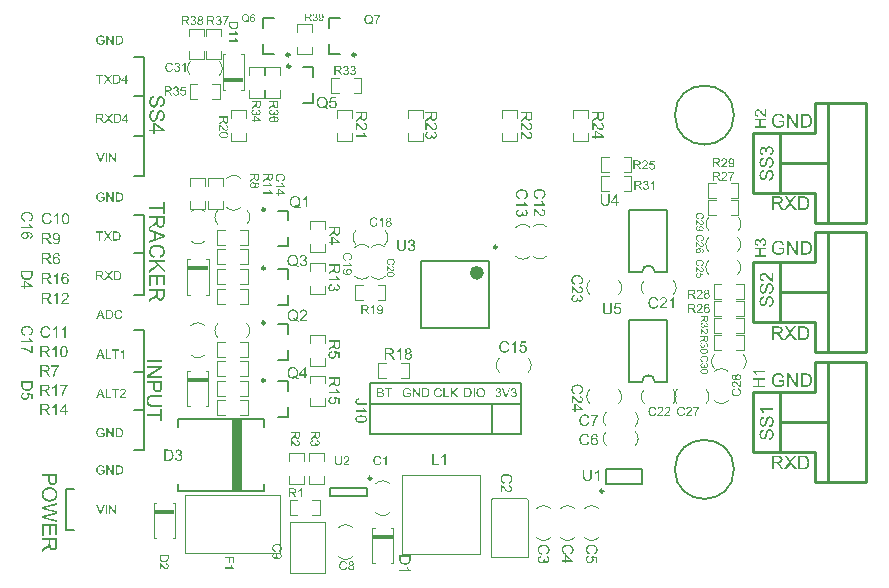
<source format=gto>
G04*
G04 #@! TF.GenerationSoftware,Altium Limited,Altium Designer,21.3.2 (30)*
G04*
G04 Layer_Color=65535*
%FSTAX24Y24*%
%MOIN*%
G70*
G04*
G04 #@! TF.SameCoordinates,A3F46B7C-A478-48B6-9C65-4A08B567271E*
G04*
G04*
G04 #@! TF.FilePolarity,Positive*
G04*
G01*
G75*
%ADD10C,0.0039*%
%ADD11C,0.0098*%
%ADD12C,0.0236*%
%ADD13C,0.0079*%
%ADD14C,0.0050*%
%ADD15C,0.0070*%
%ADD16C,0.0100*%
%ADD17C,0.0071*%
%ADD18R,0.0330X0.2420*%
%ADD19R,0.0690X0.0180*%
G36*
X039865Y017646D02*
X03987D01*
X039882Y017645D01*
X039895Y017643D01*
X03991Y01764D01*
X039926Y017636D01*
X039941Y01763D01*
X039941D01*
X039943Y01763D01*
X039945Y017629D01*
X039948Y017628D01*
X039955Y017624D01*
X039964Y017619D01*
X039974Y017612D01*
X039984Y017605D01*
X039995Y017597D01*
X040004Y017586D01*
X040004Y017585D01*
X040007Y017581D01*
X040011Y017575D01*
X040017Y017566D01*
X040022Y017556D01*
X040028Y017543D01*
X040033Y017529D01*
X040038Y017512D01*
X039984Y017497D01*
Y017498D01*
X039983Y017498D01*
X039982Y017502D01*
X03998Y017509D01*
X039977Y017517D01*
X039973Y017525D01*
X039969Y017534D01*
X039964Y017543D01*
X039959Y017552D01*
X039958Y017552D01*
X039956Y017555D01*
X039953Y017558D01*
X039948Y017563D01*
X039941Y017568D01*
X039934Y017574D01*
X039926Y017579D01*
X039915Y017583D01*
X039914Y017584D01*
X03991Y017585D01*
X039904Y017588D01*
X039896Y01759D01*
X039887Y017592D01*
X039877Y017594D01*
X039865Y017595D01*
X039853Y017596D01*
X039846D01*
X039838Y017595D01*
X039829Y017594D01*
X039818Y017592D01*
X039805Y01759D01*
X039793Y017587D01*
X039782Y017583D01*
X03978Y017582D01*
X039777Y017581D01*
X039771Y017578D01*
X039764Y017574D01*
X039757Y017569D01*
X039748Y017563D01*
X039741Y017557D01*
X039733Y017549D01*
X039732Y017549D01*
X03973Y017546D01*
X039727Y017542D01*
X039723Y017536D01*
X039718Y017529D01*
X039713Y017522D01*
X039709Y017513D01*
X039705Y017504D01*
Y017504D01*
X039704Y017502D01*
X039703Y0175D01*
X039702Y017497D01*
X039701Y017493D01*
X039699Y017489D01*
X039696Y017477D01*
X039693Y017464D01*
X03969Y017448D01*
X039688Y017431D01*
X039687Y017413D01*
Y017412D01*
Y01741D01*
Y017408D01*
X039688Y017403D01*
Y017398D01*
X039689Y017392D01*
X03969Y017385D01*
X03969Y017378D01*
X039692Y017361D01*
X039696Y017344D01*
X039701Y017327D01*
X039708Y017311D01*
Y01731D01*
X039709Y017309D01*
X03971Y017307D01*
X039712Y017304D01*
X039717Y017297D01*
X039723Y017288D01*
X039732Y017278D01*
X039742Y017268D01*
X039755Y017258D01*
X039768Y01725D01*
X039769D01*
X039771Y017249D01*
X039773Y017248D01*
X039775Y017247D01*
X039779Y017246D01*
X039784Y017244D01*
X039794Y01724D01*
X039807Y017237D01*
X039821Y017233D01*
X039837Y017231D01*
X039854Y01723D01*
X03986D01*
X039868Y017231D01*
X039878Y017233D01*
X039889Y017234D01*
X039902Y017237D01*
X039916Y01724D01*
X03993Y017245D01*
X03993D01*
X039931Y017246D01*
X039933Y017246D01*
X039936Y017248D01*
X039943Y017251D01*
X039951Y017255D01*
X03996Y01726D01*
X039969Y017265D01*
X039978Y017271D01*
X039986Y017278D01*
Y017363D01*
X039853D01*
Y017417D01*
X040045D01*
Y017248D01*
X040045Y017247D01*
X040043Y017246D01*
X040041Y017244D01*
X040038Y017242D01*
X040033Y017239D01*
X040029Y017236D01*
X040017Y017228D01*
X040003Y017219D01*
X039988Y01721D01*
X039971Y017202D01*
X039953Y017194D01*
X039953D01*
X039951Y017194D01*
X039948Y017193D01*
X039945Y017192D01*
X039941Y01719D01*
X039936Y017189D01*
X03993Y017188D01*
X039923Y017186D01*
X039909Y017183D01*
X039893Y01718D01*
X039875Y017178D01*
X039857Y017177D01*
X039851D01*
X039846Y017178D01*
X03984D01*
X039833Y017179D01*
X039825Y017179D01*
X039817Y017181D01*
X039798Y017184D01*
X039777Y017189D01*
X039756Y017196D01*
X039735Y017206D01*
X039735Y017206D01*
X039733Y017207D01*
X03973Y017208D01*
X039726Y017211D01*
X039721Y017214D01*
X039717Y017217D01*
X039705Y017226D01*
X039691Y017238D01*
X039678Y017253D01*
X039665Y017269D01*
X039653Y017288D01*
Y017289D01*
X039651Y017291D01*
X03965Y017293D01*
X039649Y017298D01*
X039647Y017302D01*
X039644Y017309D01*
X039642Y017316D01*
X039639Y017324D01*
X039636Y017332D01*
X039634Y017342D01*
X039629Y017363D01*
X039627Y017385D01*
X039625Y01741D01*
Y01741D01*
Y017412D01*
Y017416D01*
X039626Y017421D01*
Y017427D01*
X039627Y017434D01*
X039627Y017442D01*
X039629Y01745D01*
X039632Y017469D01*
X039637Y01749D01*
X039644Y017512D01*
X039653Y017534D01*
Y017534D01*
X039654Y017536D01*
X039656Y017539D01*
X039658Y017543D01*
X039661Y017548D01*
X039665Y017553D01*
X039673Y017566D01*
X039685Y01758D01*
X039698Y017594D01*
X039714Y017607D01*
X039723Y017613D01*
X039732Y017619D01*
X039733D01*
X039735Y01762D01*
X039738Y017621D01*
X039741Y017623D01*
X039746Y017626D01*
X039753Y017628D01*
X039759Y01763D01*
X039767Y017633D01*
X039775Y017635D01*
X039784Y017638D01*
X039805Y017643D01*
X039827Y017646D01*
X039852Y017647D01*
X03986D01*
X039865Y017646D01*
D02*
G37*
G36*
X040491Y017185D02*
X040429D01*
X040191Y017542D01*
Y017185D01*
X040133D01*
Y017639D01*
X040194D01*
X040433Y017282D01*
Y017639D01*
X040491D01*
Y017185D01*
D02*
G37*
G36*
X040778Y017639D02*
X040791Y017638D01*
X040804Y017637D01*
X040818Y017635D01*
X040829Y017632D01*
X040829D01*
X040831Y017632D01*
X040832D01*
X040835Y01763D01*
X040842Y017628D01*
X040851Y017625D01*
X040862Y017621D01*
X040873Y017615D01*
X040884Y017608D01*
X040895Y0176D01*
X040896D01*
X040896Y017599D01*
X040901Y017594D01*
X040907Y017588D01*
X040915Y017579D01*
X040924Y017567D01*
X040933Y017554D01*
X040941Y017539D01*
X040949Y017522D01*
Y017521D01*
X04095Y01752D01*
X04095Y017517D01*
X040952Y017513D01*
X040953Y017509D01*
X040955Y017504D01*
X040957Y017498D01*
X040958Y017491D01*
X040959Y017483D01*
X040961Y017475D01*
X040964Y017457D01*
X040966Y017437D01*
X040967Y017415D01*
Y017414D01*
Y017412D01*
Y01741D01*
Y017406D01*
X040966Y017401D01*
Y017396D01*
X040966Y017383D01*
X040964Y01737D01*
X040961Y017354D01*
X040959Y017338D01*
X040955Y017322D01*
Y017322D01*
X040954Y01732D01*
X040953Y017318D01*
X040952Y017316D01*
X04095Y017309D01*
X040946Y017299D01*
X040942Y017289D01*
X040937Y017278D01*
X04093Y017266D01*
X040923Y017256D01*
X040923Y017255D01*
X04092Y017252D01*
X040916Y017247D01*
X040911Y017241D01*
X040905Y017235D01*
X040898Y017228D01*
X04089Y017221D01*
X040882Y017215D01*
X040881Y017214D01*
X040878Y017212D01*
X040873Y01721D01*
X040867Y017206D01*
X040859Y017203D01*
X04085Y017199D01*
X04084Y017196D01*
X040828Y017192D01*
X040827D01*
X040822Y017191D01*
X040816Y01719D01*
X040807Y017189D01*
X040797Y017188D01*
X040784Y017186D01*
X04077Y017185D01*
X040755Y017185D01*
X040592D01*
Y017639D01*
X040766D01*
X040778Y017639D01*
D02*
G37*
G36*
X017523Y027454D02*
X017637Y027295D01*
X017588D01*
X017511Y027403D01*
X017511Y027404D01*
X01751Y027405D01*
X017509Y027406D01*
X017507Y027409D01*
X017503Y027415D01*
X017499Y027422D01*
X017498Y027421D01*
X017497Y027419D01*
X017495Y027417D01*
X017493Y027413D01*
X017488Y027406D01*
X017486Y027403D01*
X017484Y0274D01*
X017407Y027295D01*
X017359D01*
X017476Y027452D01*
X017373Y027598D01*
X017421D01*
X017476Y02752D01*
Y02752D01*
X017477Y027519D01*
X017479Y027516D01*
X017482Y027512D01*
X017485Y027507D01*
X017489Y027501D01*
X017493Y027494D01*
X017497Y027489D01*
X0175Y027483D01*
X0175Y027484D01*
X017502Y027486D01*
X017504Y027489D01*
X017507Y027494D01*
X01751Y027499D01*
X017514Y027505D01*
X017519Y027511D01*
X017524Y027517D01*
X017585Y027598D01*
X017629D01*
X017523Y027454D01*
D02*
G37*
G36*
X018119Y027402D02*
X01816D01*
Y027368D01*
X018119D01*
Y027295D01*
X018081D01*
Y027368D01*
X01795D01*
Y027402D01*
X018088Y027598D01*
X018119D01*
Y027402D01*
D02*
G37*
G36*
X017796Y027598D02*
X017805Y027597D01*
X017814Y027596D01*
X017823Y027595D01*
X01783Y027594D01*
X01783D01*
X017831Y027593D01*
X017832D01*
X017834Y027592D01*
X017839Y027591D01*
X017845Y027588D01*
X017852Y027586D01*
X017859Y027582D01*
X017867Y027577D01*
X017874Y027572D01*
X017875D01*
X017875Y027571D01*
X017878Y027568D01*
X017883Y027564D01*
X017888Y027558D01*
X017894Y02755D01*
X0179Y027541D01*
X017905Y027531D01*
X01791Y02752D01*
Y027519D01*
X017911Y027518D01*
X017911Y027517D01*
X017912Y027514D01*
X017913Y027511D01*
X017914Y027508D01*
X017915Y027504D01*
X017916Y027499D01*
X017917Y027494D01*
X017918Y027488D01*
X01792Y027476D01*
X017922Y027463D01*
X017922Y027448D01*
Y027448D01*
Y027447D01*
Y027445D01*
Y027442D01*
X017922Y02744D01*
Y027436D01*
X017921Y027428D01*
X01792Y027418D01*
X017918Y027408D01*
X017917Y027397D01*
X017914Y027387D01*
Y027387D01*
X017913Y027386D01*
X017913Y027384D01*
X017913Y027382D01*
X017911Y027378D01*
X017908Y027371D01*
X017906Y027364D01*
X017902Y027357D01*
X017898Y02735D01*
X017893Y027343D01*
X017893Y027342D01*
X017891Y02734D01*
X017889Y027337D01*
X017885Y027333D01*
X017881Y027328D01*
X017876Y027324D01*
X017871Y027319D01*
X017865Y027315D01*
X017865Y027315D01*
X017863Y027314D01*
X017859Y027312D01*
X017855Y02731D01*
X01785Y027307D01*
X017844Y027305D01*
X017837Y027303D01*
X01783Y0273D01*
X017829D01*
X017826Y027299D01*
X017822Y027299D01*
X017816Y027298D01*
X017809Y027297D01*
X0178Y027296D01*
X017791Y027296D01*
X017781Y027295D01*
X017672D01*
Y027598D01*
X017788D01*
X017796Y027598D01*
D02*
G37*
G36*
X017349Y027563D02*
X017249D01*
Y027295D01*
X017209D01*
Y027563D01*
X017109D01*
Y027598D01*
X017349D01*
Y027563D01*
D02*
G37*
G36*
X029725Y016844D02*
X029685D01*
Y017147D01*
X029725D01*
Y016844D01*
D02*
G37*
G36*
X029497Y017146D02*
X029506Y017146D01*
X029515Y017145D01*
X029524Y017143D01*
X029531Y017142D01*
X029531D01*
X029532Y017141D01*
X029533D01*
X029535Y017141D01*
X02954Y017139D01*
X029546Y017137D01*
X029553Y017134D01*
X02956Y01713D01*
X029568Y017126D01*
X029575Y01712D01*
X029576D01*
X029576Y017119D01*
X029579Y017117D01*
X029583Y017112D01*
X029589Y017106D01*
X029595Y017099D01*
X029601Y01709D01*
X029606Y01708D01*
X029611Y017068D01*
Y017068D01*
X029612Y017067D01*
X029612Y017065D01*
X029613Y017063D01*
X029614Y01706D01*
X029615Y017056D01*
X029616Y017052D01*
X029617Y017047D01*
X029618Y017042D01*
X029619Y017037D01*
X029621Y017025D01*
X029623Y017011D01*
X029623Y016997D01*
Y016996D01*
Y016995D01*
Y016993D01*
Y016991D01*
X029623Y016988D01*
Y016984D01*
X029622Y016976D01*
X029621Y016967D01*
X029619Y016956D01*
X029618Y016946D01*
X029615Y016935D01*
Y016935D01*
X029614Y016934D01*
X029614Y016933D01*
X029613Y016931D01*
X029612Y016926D01*
X029609Y01692D01*
X029606Y016913D01*
X029603Y016905D01*
X029599Y016898D01*
X029594Y016891D01*
X029594Y01689D01*
X029592Y016888D01*
X029589Y016885D01*
X029586Y016881D01*
X029582Y016877D01*
X029577Y016872D01*
X029572Y016868D01*
X029566Y016863D01*
X029566Y016863D01*
X029564Y016862D01*
X02956Y01686D01*
X029556Y016858D01*
X029551Y016856D01*
X029545Y016853D01*
X029538Y016851D01*
X02953Y016849D01*
X02953D01*
X029527Y016848D01*
X029523Y016847D01*
X029517Y016846D01*
X02951Y016846D01*
X029501Y016845D01*
X029492Y016844D01*
X029482Y016844D01*
X029373D01*
Y017147D01*
X029489D01*
X029497Y017146D01*
D02*
G37*
G36*
X029935Y017151D02*
X029939D01*
X029943Y017151D01*
X029948Y01715D01*
X029954Y017149D01*
X029965Y017147D01*
X029978Y017143D01*
X029991Y017138D01*
X029997Y017135D01*
X030004Y017131D01*
X030004D01*
X030005Y01713D01*
X030007Y017129D01*
X030009Y017128D01*
X030012Y017126D01*
X030015Y017123D01*
X030023Y017117D01*
X030031Y017109D01*
X03004Y0171D01*
X030048Y017088D01*
X030055Y017076D01*
Y017075D01*
X030056Y017074D01*
X030057Y017072D01*
X030058Y017069D01*
X030059Y017066D01*
X030061Y017062D01*
X030062Y017057D01*
X030064Y017052D01*
X030066Y017046D01*
X030067Y01704D01*
X03007Y017026D01*
X030072Y017011D01*
X030073Y016994D01*
Y016994D01*
Y016993D01*
Y01699D01*
X030073Y016987D01*
Y016982D01*
X030072Y016978D01*
X030072Y016973D01*
X030071Y016967D01*
X030068Y016954D01*
X030065Y01694D01*
X030061Y016926D01*
X030054Y016912D01*
Y016911D01*
X030053Y016911D01*
X030052Y016909D01*
X030051Y016906D01*
X030049Y016903D01*
X030046Y016899D01*
X030041Y016892D01*
X030033Y016883D01*
X030024Y016874D01*
X030014Y016865D01*
X030002Y016857D01*
X030001D01*
X03Y016856D01*
X029998Y016855D01*
X029996Y016854D01*
X029992Y016853D01*
X029989Y016851D01*
X029985Y01685D01*
X029979Y016848D01*
X029969Y016845D01*
X029956Y016841D01*
X029943Y016839D01*
X029928Y016839D01*
X029924D01*
X029921Y016839D01*
X029917D01*
X029913Y016839D01*
X029908Y01684D01*
X029902Y016841D01*
X029891Y016844D01*
X029878Y016847D01*
X029865Y016852D01*
X029858Y016855D01*
X029852Y016859D01*
X029851Y016859D01*
X02985Y01686D01*
X029849Y016861D01*
X029846Y016863D01*
X029843Y016865D01*
X02984Y016867D01*
X029833Y016874D01*
X029825Y016882D01*
X029816Y016891D01*
X029808Y016903D01*
X029801Y016915D01*
Y016916D01*
X0298Y016917D01*
X029799Y016919D01*
X029798Y016922D01*
X029796Y016925D01*
X029795Y016928D01*
X029794Y016933D01*
X029792Y016938D01*
X02979Y016944D01*
X029789Y016949D01*
X029786Y016962D01*
X029784Y016976D01*
X029784Y016991D01*
Y016992D01*
Y016994D01*
X029784Y016998D01*
Y017003D01*
X029785Y01701D01*
X029786Y017017D01*
X029787Y017025D01*
X029789Y017034D01*
X029791Y017043D01*
X029793Y017053D01*
X029796Y017063D01*
X029801Y017072D01*
X029805Y017082D01*
X02981Y017092D01*
X029817Y0171D01*
X029824Y017109D01*
X029824Y017109D01*
X029825Y017111D01*
X029828Y017113D01*
X029831Y017116D01*
X029835Y017119D01*
X02984Y017122D01*
X029845Y017126D01*
X029852Y01713D01*
X029859Y017134D01*
X029867Y017138D01*
X029876Y017141D01*
X029885Y017145D01*
X029895Y017147D01*
X029905Y01715D01*
X029917Y017151D01*
X029928Y017152D01*
X029932D01*
X029935Y017151D01*
D02*
G37*
G36*
X017782Y012941D02*
X017741D01*
X017582Y013179D01*
Y012941D01*
X017543D01*
Y013244D01*
X017584D01*
X017744Y013006D01*
Y013244D01*
X017782D01*
Y012941D01*
D02*
G37*
G36*
X017272D02*
X01723D01*
X017113Y013244D01*
X017157D01*
X017235Y013024D01*
Y013023D01*
X017236Y013023D01*
X017236Y013021D01*
X017237Y013019D01*
X017238Y013014D01*
X017241Y013008D01*
X017243Y013D01*
X017246Y012992D01*
X017251Y012974D01*
Y012975D01*
X017252Y012975D01*
X017252Y012976D01*
X017253Y012978D01*
X017254Y012983D01*
X017256Y01299D01*
X017258Y012997D01*
X017261Y013005D01*
X017264Y013015D01*
X017267Y013024D01*
X017349Y013244D01*
X01739D01*
X017272Y012941D01*
D02*
G37*
G36*
X017473D02*
X017433D01*
Y013244D01*
X017473D01*
Y012941D01*
D02*
G37*
G36*
X018043Y01813D02*
X018006D01*
Y018367D01*
X018005Y018366D01*
X018003Y018365D01*
X018Y018362D01*
X017996Y018359D01*
X017991Y018355D01*
X017985Y018351D01*
X017978Y018346D01*
X01797Y018341D01*
X01797D01*
X017969Y018341D01*
X017966Y018339D01*
X017962Y018336D01*
X017957Y018334D01*
X017951Y01833D01*
X017945Y018328D01*
X017938Y018324D01*
X017931Y018322D01*
Y018358D01*
X017932D01*
X017933Y018359D01*
X017935Y01836D01*
X017936Y018361D01*
X017939Y018362D01*
X017942Y018364D01*
X01795Y018368D01*
X017958Y018373D01*
X017967Y018379D01*
X017977Y018386D01*
X017985Y018393D01*
X017986Y018394D01*
X017986Y018394D01*
X017989Y018397D01*
X017993Y018401D01*
X017998Y018406D01*
X018004Y018413D01*
X018009Y018419D01*
X018014Y018427D01*
X018019Y018434D01*
X018043D01*
Y01813D01*
D02*
G37*
G36*
X017877Y018397D02*
X017777D01*
Y01813D01*
X017737D01*
Y018397D01*
X017637D01*
Y018433D01*
X017877D01*
Y018397D01*
D02*
G37*
G36*
X017463Y018165D02*
X017612D01*
Y01813D01*
X017423D01*
Y018433D01*
X017463D01*
Y018165D01*
D02*
G37*
G36*
X017392Y01813D02*
X017347D01*
X017312Y018222D01*
X017185D01*
X017152Y01813D01*
X017109D01*
X017225Y018433D01*
X017269D01*
X017392Y01813D01*
D02*
G37*
G36*
X017778Y024669D02*
X017737D01*
X017578Y024907D01*
Y024669D01*
X01754D01*
Y024972D01*
X01758D01*
X01774Y024734D01*
Y024972D01*
X017778D01*
Y024669D01*
D02*
G37*
G36*
X017268D02*
X017227D01*
X017109Y024972D01*
X017153D01*
X017231Y024752D01*
Y024752D01*
X017232Y024751D01*
X017232Y02475D01*
X017233Y024748D01*
X017234Y024743D01*
X017237Y024736D01*
X017239Y024728D01*
X017242Y02472D01*
X017247Y024702D01*
Y024703D01*
X017248Y024703D01*
X017248Y024705D01*
X017249Y024707D01*
X01725Y024712D01*
X017252Y024718D01*
X017254Y024726D01*
X017257Y024734D01*
X01726Y024743D01*
X017263Y024752D01*
X017345Y024972D01*
X017386D01*
X017268Y024669D01*
D02*
G37*
G36*
X017469D02*
X017429D01*
Y024972D01*
X017469D01*
Y024669D01*
D02*
G37*
G36*
X017547Y026147D02*
X017661Y025988D01*
X017611D01*
X017535Y026096D01*
X017534Y026097D01*
X017534Y026097D01*
X017533Y026099D01*
X017531Y026102D01*
X017527Y026108D01*
X017523Y026114D01*
X017522Y026114D01*
X017521Y026112D01*
X017519Y026109D01*
X017517Y026106D01*
X017512Y026099D01*
X01751Y026096D01*
X017508Y026093D01*
X017431Y025988D01*
X017383D01*
X0175Y026145D01*
X017397Y026291D01*
X017445D01*
X0175Y026213D01*
Y026213D01*
X017501Y026212D01*
X017503Y026209D01*
X017506Y026205D01*
X017509Y0262D01*
X017513Y026194D01*
X017517Y026187D01*
X017521Y026182D01*
X017524Y026176D01*
X017524Y026177D01*
X017526Y026179D01*
X017528Y026182D01*
X017531Y026186D01*
X017534Y026191D01*
X017538Y026197D01*
X017543Y026203D01*
X017548Y02621D01*
X017609Y026291D01*
X017653D01*
X017547Y026147D01*
D02*
G37*
G36*
X018143Y026095D02*
X018184D01*
Y026061D01*
X018143D01*
Y025988D01*
X018105D01*
Y026061D01*
X017974D01*
Y026095D01*
X018112Y026291D01*
X018143D01*
Y026095D01*
D02*
G37*
G36*
X01782Y026291D02*
X017829Y02629D01*
X017838Y026289D01*
X017847Y026288D01*
X017854Y026286D01*
X017854D01*
X017855Y026286D01*
X017856D01*
X017858Y026285D01*
X017863Y026284D01*
X017869Y026281D01*
X017876Y026279D01*
X017883Y026275D01*
X017891Y02627D01*
X017898Y026265D01*
X017899D01*
X017899Y026264D01*
X017902Y026261D01*
X017907Y026256D01*
X017912Y026251D01*
X017918Y026243D01*
X017924Y026234D01*
X017929Y026224D01*
X017934Y026213D01*
Y026212D01*
X017935Y026211D01*
X017935Y026209D01*
X017936Y026207D01*
X017937Y026204D01*
X017938Y026201D01*
X017939Y026197D01*
X01794Y026192D01*
X017941Y026187D01*
X017942Y026181D01*
X017944Y026169D01*
X017946Y026156D01*
X017946Y026141D01*
Y026141D01*
Y02614D01*
Y026138D01*
Y026135D01*
X017946Y026132D01*
Y026129D01*
X017945Y026121D01*
X017944Y026111D01*
X017942Y026101D01*
X017941Y02609D01*
X017938Y02608D01*
Y026079D01*
X017937Y026079D01*
X017937Y026077D01*
X017936Y026075D01*
X017935Y026071D01*
X017932Y026064D01*
X01793Y026057D01*
X017926Y02605D01*
X017922Y026043D01*
X017917Y026036D01*
X017917Y026035D01*
X017915Y026033D01*
X017913Y02603D01*
X017909Y026026D01*
X017905Y026021D01*
X0179Y026017D01*
X017895Y026012D01*
X017889Y026008D01*
X017889Y026008D01*
X017887Y026007D01*
X017883Y026005D01*
X017879Y026002D01*
X017874Y026D01*
X017868Y025998D01*
X017861Y025996D01*
X017853Y025993D01*
X017853D01*
X01785Y025992D01*
X017846Y025992D01*
X01784Y025991D01*
X017833Y02599D01*
X017824Y025989D01*
X017815Y025989D01*
X017805Y025988D01*
X017696D01*
Y026291D01*
X017812D01*
X01782Y026291D01*
D02*
G37*
G36*
X017254D02*
X017257D01*
X017267Y02629D01*
X017276Y026289D01*
X017286Y026287D01*
X017296Y026286D01*
X017301Y026284D01*
X017305Y026283D01*
X017305D01*
X017306Y026282D01*
X017309Y026281D01*
X017312Y026279D01*
X017317Y026276D01*
X017322Y026272D01*
X017328Y026267D01*
X017334Y026261D01*
X017339Y026254D01*
X017339Y026253D01*
X01734Y02625D01*
X017343Y026246D01*
X017345Y02624D01*
X017347Y026233D01*
X01735Y026226D01*
X017351Y026217D01*
X017351Y026208D01*
Y026208D01*
Y026207D01*
Y026205D01*
X017351Y026203D01*
Y0262D01*
X017351Y026197D01*
X017349Y026189D01*
X017346Y02618D01*
X017343Y026172D01*
X017337Y026162D01*
X017334Y026158D01*
X01733Y026154D01*
X017329Y026153D01*
X017328Y026152D01*
X017327Y02615D01*
X017324Y026149D01*
X017322Y026146D01*
X017318Y026144D01*
X017315Y026142D01*
X01731Y02614D01*
X017305Y026138D01*
X0173Y026135D01*
X017294Y026133D01*
X017288Y026131D01*
X017281Y026129D01*
X017274Y026127D01*
X017266Y026126D01*
X017267Y026126D01*
X017269Y026125D01*
X017272Y026123D01*
X017275Y026121D01*
X017283Y026116D01*
X017287Y026114D01*
X01729Y026111D01*
X017291Y02611D01*
X017293Y026108D01*
X017297Y026104D01*
X017301Y0261D01*
X017306Y026094D01*
X017311Y026087D01*
X017317Y026079D01*
X017323Y02607D01*
X017376Y025988D01*
X017326D01*
X017286Y026051D01*
Y026051D01*
X017285Y026052D01*
X017284Y026054D01*
X017283Y026056D01*
X01728Y02606D01*
X017275Y026066D01*
X017271Y026073D01*
X017266Y02608D01*
X017261Y026086D01*
X017257Y026092D01*
X017256Y026093D01*
X017255Y026095D01*
X017252Y026097D01*
X01725Y026101D01*
X017243Y026107D01*
X01724Y02611D01*
X017236Y026113D01*
X017236Y026113D01*
X017235Y026114D01*
X017233Y026114D01*
X017231Y026116D01*
X017225Y026119D01*
X017218Y026121D01*
X017218D01*
X017217Y026121D01*
X017215D01*
X017213Y026122D01*
X017209Y026122D01*
X017206D01*
X017201Y026123D01*
X01715D01*
Y025988D01*
X017109D01*
Y026291D01*
X01725D01*
X017254Y026291D01*
D02*
G37*
G36*
X017869Y019757D02*
X017872Y019757D01*
X017877Y019757D01*
X017882Y019756D01*
X017888Y019755D01*
X0179Y019752D01*
X017913Y019748D01*
X017919Y019745D01*
X017925Y019742D01*
X017931Y019739D01*
X017937Y019734D01*
X017938Y019734D01*
X017939Y019733D01*
X01794Y019732D01*
X017942Y01973D01*
X017945Y019728D01*
X017948Y019725D01*
X017951Y019721D01*
X017954Y019718D01*
X017958Y019713D01*
X017961Y019709D01*
X017965Y019703D01*
X017969Y019697D01*
X017972Y019691D01*
X017975Y019684D01*
X017981Y019669D01*
X017941Y01966D01*
Y019661D01*
X017941Y019662D01*
X01794Y019663D01*
X017939Y019666D01*
X017938Y019668D01*
X017936Y019672D01*
X017933Y019679D01*
X017929Y019686D01*
X017924Y019695D01*
X017918Y019702D01*
X01791Y019709D01*
X017909Y019709D01*
X017907Y019711D01*
X017902Y019713D01*
X017896Y019716D01*
X017889Y019719D01*
X017881Y019721D01*
X017871Y019723D01*
X01786Y019724D01*
X017857D01*
X017854Y019723D01*
X017851D01*
X017848Y019723D01*
X01784Y019721D01*
X01783Y01972D01*
X017821Y019716D01*
X017811Y019712D01*
X017802Y019707D01*
X017801D01*
X017801Y019706D01*
X017798Y019704D01*
X017794Y0197D01*
X017789Y019695D01*
X017784Y019688D01*
X017778Y019681D01*
X017773Y019672D01*
X017769Y019662D01*
Y019661D01*
X017769Y01966D01*
X017768Y019659D01*
X017768Y019656D01*
X017767Y019654D01*
X017766Y019651D01*
X017765Y019644D01*
X017763Y019635D01*
X017761Y019625D01*
X01776Y019615D01*
X01776Y019603D01*
Y019603D01*
Y019602D01*
Y0196D01*
Y019597D01*
X01776Y019594D01*
Y01959D01*
X017761Y019585D01*
X017761Y019581D01*
X017763Y01957D01*
X017765Y019559D01*
X017767Y019547D01*
X017771Y019536D01*
Y019536D01*
X017771Y019535D01*
X017772Y019533D01*
X017773Y019532D01*
X017776Y019526D01*
X017779Y01952D01*
X017784Y019513D01*
X01779Y019506D01*
X017797Y019499D01*
X017806Y019493D01*
X017806D01*
X017806Y019492D01*
X017808Y019491D01*
X01781Y019491D01*
X017815Y019489D01*
X017821Y019486D01*
X017829Y019484D01*
X017837Y019481D01*
X017847Y019479D01*
X017857Y019479D01*
X01786D01*
X017863Y019479D01*
X017865D01*
X017869Y01948D01*
X017877Y019481D01*
X017886Y019484D01*
X017895Y019487D01*
X017905Y019492D01*
X017914Y019498D01*
X017914Y019499D01*
X017915Y019499D01*
X017918Y019502D01*
X017922Y019507D01*
X017927Y019513D01*
X017932Y019521D01*
X017937Y019531D01*
X017942Y019543D01*
X017946Y019556D01*
X017986Y019546D01*
Y019545D01*
X017985Y019544D01*
X017984Y019541D01*
X017984Y019538D01*
X017982Y019534D01*
X01798Y019529D01*
X017978Y019524D01*
X017975Y019518D01*
X017969Y019506D01*
X017961Y019493D01*
X017952Y019481D01*
X017946Y019476D01*
X01794Y019471D01*
X01794Y01947D01*
X017939Y01947D01*
X017937Y019468D01*
X017934Y019467D01*
X017931Y019465D01*
X017927Y019462D01*
X017923Y01946D01*
X017918Y019458D01*
X017913Y019455D01*
X017907Y019453D01*
X0179Y019451D01*
X017893Y019449D01*
X017877Y019446D01*
X017869Y019445D01*
X01786Y019445D01*
X017856D01*
X017852Y019445D01*
X017848D01*
X017843Y019446D01*
X017838Y019447D01*
X017832Y019447D01*
X017819Y01945D01*
X017806Y019453D01*
X017793Y019458D01*
X017787Y019461D01*
X017781Y019465D01*
X01778Y019465D01*
X017779Y019466D01*
X017778Y019467D01*
X017776Y019468D01*
X01777Y019473D01*
X017764Y019479D01*
X017756Y019487D01*
X017748Y019497D01*
X017741Y019509D01*
X017734Y019522D01*
Y019523D01*
X017734Y019524D01*
X017733Y019526D01*
X017732Y019529D01*
X01773Y019532D01*
X017729Y019537D01*
X017728Y019541D01*
X017726Y019547D01*
X017725Y019552D01*
X017723Y019559D01*
X017721Y019573D01*
X017719Y019587D01*
X017718Y019603D01*
Y019604D01*
Y019606D01*
Y019608D01*
X017719Y019611D01*
Y019615D01*
X017719Y019621D01*
X01772Y019626D01*
X017721Y019632D01*
X017723Y019644D01*
X017726Y019658D01*
X01773Y019673D01*
X017736Y019686D01*
Y019686D01*
X017737Y019687D01*
X017738Y019689D01*
X01774Y019692D01*
X017741Y019695D01*
X017744Y019698D01*
X01775Y019706D01*
X017757Y019715D01*
X017765Y019723D01*
X017776Y019732D01*
X017788Y019739D01*
X017788D01*
X017789Y01974D01*
X017791Y019741D01*
X017794Y019742D01*
X017796Y019744D01*
X0178Y019745D01*
X017805Y019747D01*
X017809Y019749D01*
X017814Y019751D01*
X01782Y019752D01*
X017832Y019755D01*
X017846Y019757D01*
X017861Y019758D01*
X017865D01*
X017869Y019757D01*
D02*
G37*
G36*
X017549Y019752D02*
X017557Y019752D01*
X017566Y019751D01*
X017575Y01975D01*
X017582Y019748D01*
X017583D01*
X017584Y019748D01*
X017585D01*
X017587Y019747D01*
X017592Y019745D01*
X017598Y019743D01*
X017605Y01974D01*
X017612Y019737D01*
X017619Y019732D01*
X017627Y019727D01*
X017627D01*
X017628Y019726D01*
X017631Y019723D01*
X017635Y019718D01*
X01764Y019712D01*
X017646Y019705D01*
X017652Y019696D01*
X017658Y019686D01*
X017663Y019674D01*
Y019674D01*
X017663Y019673D01*
X017664Y019671D01*
X017664Y019669D01*
X017665Y019666D01*
X017666Y019662D01*
X017668Y019658D01*
X017669Y019654D01*
X01767Y019649D01*
X017671Y019643D01*
X017673Y019631D01*
X017674Y019618D01*
X017675Y019603D01*
Y019603D01*
Y019602D01*
Y0196D01*
Y019597D01*
X017674Y019594D01*
Y019591D01*
X017674Y019582D01*
X017673Y019573D01*
X017671Y019562D01*
X017669Y019552D01*
X017666Y019542D01*
Y019541D01*
X017666Y01954D01*
X017665Y019539D01*
X017665Y019537D01*
X017663Y019532D01*
X017661Y019526D01*
X017658Y019519D01*
X017654Y019512D01*
X01765Y019504D01*
X017646Y019497D01*
X017645Y019497D01*
X017643Y019495D01*
X017641Y019491D01*
X017637Y019487D01*
X017634Y019483D01*
X017629Y019479D01*
X017623Y019474D01*
X017618Y01947D01*
X017617Y019469D01*
X017615Y019468D01*
X017612Y019467D01*
X017608Y019464D01*
X017603Y019462D01*
X017597Y01946D01*
X01759Y019457D01*
X017582Y019455D01*
X017581D01*
X017578Y019454D01*
X017574Y019454D01*
X017568Y019453D01*
X017561Y019452D01*
X017553Y019451D01*
X017544Y01945D01*
X017534Y01945D01*
X017425D01*
Y019753D01*
X017541D01*
X017549Y019752D01*
D02*
G37*
G36*
X017392Y01945D02*
X017347D01*
X017312Y019542D01*
X017185D01*
X017152Y01945D01*
X017109D01*
X017225Y019753D01*
X017269D01*
X017392Y01945D01*
D02*
G37*
G36*
X017269Y014572D02*
X017273D01*
X01728Y014571D01*
X017289Y01457D01*
X017299Y014568D01*
X01731Y014565D01*
X01732Y014562D01*
X01732D01*
X017321Y014561D01*
X017322Y014561D01*
X017324Y01456D01*
X017329Y014558D01*
X017335Y014554D01*
X017342Y01455D01*
X017349Y014545D01*
X017356Y014539D01*
X017362Y014532D01*
X017362Y014531D01*
X017364Y014529D01*
X017367Y014525D01*
X01737Y014519D01*
X017374Y014512D01*
X017378Y014504D01*
X017381Y014494D01*
X017385Y014483D01*
X017348Y014473D01*
Y014473D01*
X017348Y014474D01*
X017347Y014477D01*
X017345Y014481D01*
X017344Y014486D01*
X017341Y014492D01*
X017339Y014498D01*
X017335Y014504D01*
X017332Y014509D01*
X017331Y01451D01*
X01733Y014512D01*
X017328Y014514D01*
X017324Y014517D01*
X01732Y01452D01*
X017315Y014524D01*
X01731Y014527D01*
X017303Y01453D01*
X017302Y014531D01*
X017299Y014532D01*
X017295Y014533D01*
X01729Y014535D01*
X017284Y014536D01*
X017277Y014537D01*
X017269Y014538D01*
X017261Y014539D01*
X017257D01*
X017251Y014538D01*
X017245Y014538D01*
X017238Y014536D01*
X017229Y014535D01*
X017221Y014533D01*
X017214Y01453D01*
X017213Y01453D01*
X01721Y014529D01*
X017207Y014527D01*
X017202Y014524D01*
X017197Y014521D01*
X017192Y014517D01*
X017186Y014513D01*
X017181Y014508D01*
X017181Y014507D01*
X01718Y014506D01*
X017177Y014503D01*
X017174Y014499D01*
X017171Y014494D01*
X017168Y014489D01*
X017165Y014484D01*
X017162Y014478D01*
Y014477D01*
X017162Y014477D01*
X017162Y014475D01*
X017161Y014473D01*
X01716Y014471D01*
X017159Y014467D01*
X017157Y01446D01*
X017155Y014451D01*
X017153Y014441D01*
X017151Y014429D01*
X017151Y014417D01*
Y014417D01*
Y014415D01*
Y014413D01*
X017151Y01441D01*
Y014407D01*
X017152Y014403D01*
X017152Y014398D01*
X017153Y014394D01*
X017154Y014382D01*
X017157Y014371D01*
X01716Y01436D01*
X017165Y014349D01*
Y014348D01*
X017165Y014347D01*
X017166Y014346D01*
X017168Y014344D01*
X017171Y01434D01*
X017175Y014334D01*
X01718Y014327D01*
X017187Y01432D01*
X017196Y014314D01*
X017205Y014308D01*
X017205D01*
X017206Y014308D01*
X017208Y014307D01*
X017209Y014306D01*
X017212Y014305D01*
X017215Y014304D01*
X017222Y014302D01*
X017231Y014299D01*
X01724Y014297D01*
X017251Y014296D01*
X017262Y014295D01*
X017266D01*
X017271Y014296D01*
X017278Y014297D01*
X017285Y014298D01*
X017294Y014299D01*
X017303Y014302D01*
X017312Y014305D01*
X017313D01*
X017313Y014305D01*
X017315Y014306D01*
X017316Y014307D01*
X017321Y014309D01*
X017327Y014311D01*
X017333Y014315D01*
X017339Y014318D01*
X017345Y014323D01*
X01735Y014327D01*
Y014384D01*
X017261D01*
Y014419D01*
X017389D01*
Y014307D01*
X017389Y014306D01*
X017388Y014306D01*
X017387Y014305D01*
X017384Y014303D01*
X017381Y014301D01*
X017378Y014299D01*
X01737Y014294D01*
X017361Y014288D01*
X017351Y014282D01*
X017339Y014276D01*
X017328Y014271D01*
X017328D01*
X017327Y014271D01*
X017325Y01427D01*
X017322Y01427D01*
X01732Y014269D01*
X017316Y014268D01*
X017312Y014267D01*
X017308Y014266D01*
X017298Y014264D01*
X017288Y014262D01*
X017276Y01426D01*
X017264Y01426D01*
X01726D01*
X017257Y01426D01*
X017252D01*
X017248Y014261D01*
X017243Y014261D01*
X017237Y014262D01*
X017224Y014264D01*
X017211Y014268D01*
X017197Y014272D01*
X017183Y014279D01*
X017182Y014279D01*
X017181Y01428D01*
X017179Y014281D01*
X017177Y014282D01*
X017174Y014284D01*
X01717Y014287D01*
X017162Y014293D01*
X017153Y0143D01*
X017144Y01431D01*
X017136Y014321D01*
X017128Y014334D01*
Y014334D01*
X017127Y014335D01*
X017126Y014337D01*
X017125Y01434D01*
X017124Y014343D01*
X017122Y014347D01*
X017121Y014352D01*
X017119Y014358D01*
X017117Y014363D01*
X017115Y01437D01*
X017112Y014383D01*
X01711Y014399D01*
X017109Y014415D01*
Y014415D01*
Y014417D01*
Y014419D01*
X01711Y014422D01*
Y014426D01*
X01711Y014431D01*
X017111Y014436D01*
X017112Y014441D01*
X017114Y014454D01*
X017117Y014468D01*
X017122Y014483D01*
X017128Y014497D01*
Y014498D01*
X017129Y014499D01*
X01713Y014501D01*
X017131Y014504D01*
X017133Y014507D01*
X017136Y01451D01*
X017141Y014519D01*
X017149Y014528D01*
X017158Y014537D01*
X017169Y014546D01*
X017174Y01455D01*
X017181Y014554D01*
X017181D01*
X017182Y014555D01*
X017185Y014556D01*
X017187Y014557D01*
X01719Y014559D01*
X017194Y01456D01*
X017199Y014562D01*
X017204Y014564D01*
X017209Y014565D01*
X017215Y014567D01*
X017229Y01457D01*
X017244Y014572D01*
X017261Y014573D01*
X017266D01*
X017269Y014572D01*
D02*
G37*
G36*
X017686Y014265D02*
X017645D01*
X017486Y014503D01*
Y014265D01*
X017448D01*
Y014568D01*
X017488D01*
X017648Y01433D01*
Y014568D01*
X017686D01*
Y014265D01*
D02*
G37*
G36*
X017877Y014567D02*
X017886Y014567D01*
X017895Y014566D01*
X017904Y014565D01*
X017911Y014563D01*
X017912D01*
X017913Y014563D01*
X017913D01*
X017915Y014562D01*
X01792Y01456D01*
X017926Y014558D01*
X017933Y014555D01*
X017941Y014552D01*
X017948Y014547D01*
X017955Y014542D01*
X017956D01*
X017956Y014541D01*
X01796Y014538D01*
X017964Y014533D01*
X017969Y014527D01*
X017975Y01452D01*
X017981Y014511D01*
X017986Y014501D01*
X017991Y014489D01*
Y014489D01*
X017992Y014488D01*
X017992Y014486D01*
X017993Y014484D01*
X017994Y014481D01*
X017995Y014477D01*
X017996Y014473D01*
X017997Y014469D01*
X017998Y014464D01*
X018Y014458D01*
X018001Y014446D01*
X018003Y014433D01*
X018003Y014418D01*
Y014418D01*
Y014417D01*
Y014415D01*
Y014412D01*
X018003Y014409D01*
Y014406D01*
X018002Y014397D01*
X018001Y014388D01*
X018Y014377D01*
X017998Y014367D01*
X017995Y014357D01*
Y014356D01*
X017995Y014355D01*
X017994Y014354D01*
X017994Y014352D01*
X017992Y014347D01*
X017989Y014341D01*
X017987Y014334D01*
X017983Y014327D01*
X017979Y014319D01*
X017974Y014312D01*
X017974Y014311D01*
X017972Y01431D01*
X01797Y014306D01*
X017966Y014302D01*
X017962Y014298D01*
X017957Y014294D01*
X017952Y014289D01*
X017947Y014285D01*
X017946Y014284D01*
X017944Y014283D01*
X017941Y014282D01*
X017936Y014279D01*
X017931Y014277D01*
X017925Y014275D01*
X017918Y014272D01*
X017911Y01427D01*
X01791D01*
X017907Y014269D01*
X017903Y014269D01*
X017897Y014268D01*
X01789Y014267D01*
X017882Y014266D01*
X017872Y014265D01*
X017862Y014265D01*
X017753D01*
Y014568D01*
X01787D01*
X017877Y014567D01*
D02*
G37*
G36*
X039681Y020691D02*
X03968D01*
X039677D01*
X039673D01*
X039668Y020692D01*
X039663Y020692D01*
X039656Y020693D01*
X039649Y020695D01*
X039643Y020697D01*
X039642D01*
X039641Y020698D01*
X039637Y020699D01*
X039631Y020702D01*
X039623Y020706D01*
X039614Y020711D01*
X039604Y020718D01*
X039593Y020725D01*
X039582Y020734D01*
X039582D01*
X039581Y020735D01*
X039577Y020739D01*
X039571Y020744D01*
X039562Y020753D01*
X039553Y020763D01*
X039541Y020775D01*
X039528Y020791D01*
X039513Y020807D01*
X039512Y020808D01*
X03951Y020811D01*
X039508Y020814D01*
X039503Y020819D01*
X039498Y020825D01*
X039492Y020832D01*
X039479Y020847D01*
X039463Y020864D01*
X039447Y020881D01*
X039439Y020889D01*
X039431Y020896D01*
X039424Y020902D01*
X039417Y020908D01*
X039416D01*
X039416Y020909D01*
X039413Y02091D01*
X039411Y020912D01*
X039404Y020916D01*
X039395Y020921D01*
X039384Y020926D01*
X039373Y02093D01*
X039361Y020932D01*
X039349Y020934D01*
X039348D01*
X039348D01*
X039344Y020933D01*
X039337Y020932D01*
X03933Y020931D01*
X039321Y020928D01*
X039312Y020923D01*
X039302Y020918D01*
X039293Y02091D01*
X039292Y020908D01*
X03929Y020905D01*
X039286Y0209D01*
X039281Y020893D01*
X039277Y020884D01*
X039274Y020874D01*
X039271Y020861D01*
X03927Y020847D01*
Y020843D01*
X039271Y02084D01*
X039272Y020834D01*
X039273Y020825D01*
X039276Y020814D01*
X039281Y020803D01*
X039287Y020793D01*
X039295Y020783D01*
X039297Y020782D01*
X039299Y02078D01*
X039305Y020775D01*
X039312Y020771D01*
X039322Y020766D01*
X039333Y020763D01*
X039346Y02076D01*
X039362Y020759D01*
X039355Y020701D01*
X039355D01*
X039353D01*
X039349Y020702D01*
X039345Y020703D01*
X039339Y020704D01*
X039333Y020705D01*
X039319Y020709D01*
X039303Y020714D01*
X039288Y020722D01*
X039272Y020732D01*
X039265Y020738D01*
X039258Y020745D01*
X039257Y020746D01*
X039256Y020747D01*
X039254Y020749D01*
X039252Y020752D01*
X03925Y020756D01*
X039247Y020761D01*
X039244Y020766D01*
X03924Y020773D01*
X039238Y02078D01*
X039234Y020787D01*
X039231Y020796D01*
X039229Y020805D01*
X039225Y020826D01*
X039225Y020837D01*
X039224Y020849D01*
Y020855D01*
X039225Y02086D01*
X039225Y020865D01*
X039226Y020872D01*
X039227Y020878D01*
X039229Y020886D01*
X039233Y020903D01*
X039239Y02092D01*
X039243Y020929D01*
X039248Y020937D01*
X039254Y020945D01*
X039261Y020953D01*
X039261Y020953D01*
X039262Y020954D01*
X039264Y020956D01*
X039267Y020959D01*
X039271Y020962D01*
X039275Y020965D01*
X039285Y020972D01*
X039299Y020979D01*
X039314Y020985D01*
X039331Y02099D01*
X039341Y020991D01*
X03935Y020991D01*
X039352D01*
X039355D01*
X039361Y020991D01*
X039368Y02099D01*
X039376Y020989D01*
X039385Y020986D01*
X039395Y020984D01*
X039404Y02098D01*
X039406Y020979D01*
X039409Y020977D01*
X039414Y020975D01*
X039421Y020971D01*
X039429Y020966D01*
X039439Y020959D01*
X039449Y020951D01*
X03946Y020942D01*
X039461Y020941D01*
X039465Y020937D01*
X039472Y020931D01*
X039476Y020927D01*
X039481Y020922D01*
X039486Y020917D01*
X039492Y02091D01*
X039499Y020903D01*
X039506Y020895D01*
X039514Y020887D01*
X039522Y020877D01*
X03953Y020867D01*
X03954Y020856D01*
X039541Y020856D01*
X039542Y020854D01*
X039544Y020852D01*
X039547Y020848D01*
X039554Y02084D01*
X039563Y020829D01*
X039573Y020819D01*
X039582Y020808D01*
X039591Y020799D01*
X039594Y020795D01*
X039598Y020792D01*
X039598Y020791D01*
X0396Y02079D01*
X039603Y020787D01*
X039607Y020784D01*
X039616Y020776D01*
X039627Y020768D01*
Y020992D01*
X039681D01*
Y020691D01*
D02*
G37*
G36*
X039566Y020638D02*
X039575Y020636D01*
X039585Y020634D01*
X039597Y02063D01*
X039609Y020625D01*
X039621Y020618D01*
X039622Y020618D01*
X039627Y020614D01*
X039632Y02061D01*
X039639Y020603D01*
X039647Y020595D01*
X039656Y020584D01*
X039663Y020572D01*
X039671Y020558D01*
Y020557D01*
X039672Y020556D01*
X039672Y020554D01*
X039674Y020551D01*
X039675Y020548D01*
X039676Y020544D01*
X039679Y020532D01*
X039683Y02052D01*
X039685Y020505D01*
X039688Y020489D01*
X039688Y020471D01*
Y020461D01*
X039688Y020456D01*
Y020449D01*
X039687Y020443D01*
X039686Y020435D01*
X039684Y020419D01*
X039681Y020402D01*
X039676Y020384D01*
X039671Y020368D01*
Y020367D01*
X03967Y020366D01*
X039669Y020364D01*
X039667Y020361D01*
X039663Y020353D01*
X039657Y020344D01*
X039649Y020333D01*
X03964Y020323D01*
X039629Y020312D01*
X039617Y020302D01*
X039616D01*
X039616Y020301D01*
X039613Y0203D01*
X039611Y020299D01*
X039607Y020297D01*
X039603Y020294D01*
X039593Y02029D01*
X039581Y020286D01*
X039566Y020282D01*
X039551Y020279D01*
X039535Y020278D01*
X03953Y020335D01*
X03953D01*
X039531D01*
X039535Y020335D01*
X039541Y020337D01*
X03955Y020338D01*
X039559Y020341D01*
X039568Y020344D01*
X039577Y020348D01*
X039586Y020353D01*
X039587Y020353D01*
X03959Y020355D01*
X039594Y020359D01*
X039599Y020364D01*
X039604Y020371D01*
X039611Y020378D01*
X039616Y020388D01*
X039622Y020398D01*
Y020399D01*
X039622Y0204D01*
X039624Y020404D01*
X039626Y02041D01*
X039628Y020419D01*
X039631Y020429D01*
X039633Y020441D01*
X039634Y020454D01*
X039635Y020468D01*
Y020474D01*
X039634Y020481D01*
X039634Y020488D01*
X039633Y020498D01*
X039631Y020508D01*
X039629Y020518D01*
X039625Y020528D01*
X039625Y02053D01*
X039623Y020532D01*
X039621Y020537D01*
X039618Y020543D01*
X039613Y02055D01*
X039609Y020556D01*
X039603Y020562D01*
X039597Y020568D01*
X039596Y020568D01*
X039593Y02057D01*
X03959Y020572D01*
X039585Y020575D01*
X03958Y020577D01*
X039573Y020579D01*
X039566Y02058D01*
X039558Y020581D01*
X039557D01*
X039555D01*
X03955Y02058D01*
X039546Y02058D01*
X039539Y020578D01*
X039533Y020575D01*
X039527Y020573D01*
X039521Y020568D01*
X03952Y020568D01*
X039518Y020566D01*
X039515Y020563D01*
X039511Y020559D01*
X039507Y020553D01*
X039503Y020546D01*
X039498Y020537D01*
X039494Y020528D01*
X039493Y020527D01*
X039492Y020524D01*
X039491Y020519D01*
X03949Y020515D01*
X039488Y020511D01*
X039487Y020505D01*
X039485Y0205D01*
X039483Y020493D01*
X039481Y020486D01*
X039479Y020478D01*
X039477Y020468D01*
X039474Y020458D01*
X039472Y020447D01*
Y020446D01*
X039471Y020444D01*
X03947Y02044D01*
X039469Y020436D01*
X039467Y020431D01*
X039466Y020426D01*
X039463Y020413D01*
X039458Y020398D01*
X039453Y020384D01*
X039448Y020371D01*
X039446Y020364D01*
X039443Y020359D01*
Y020359D01*
X039443Y020358D01*
X03944Y020354D01*
X039436Y020348D01*
X039431Y020341D01*
X039425Y020333D01*
X039418Y020326D01*
X03941Y020318D01*
X039401Y020311D01*
X0394Y02031D01*
X039396Y020308D01*
X039391Y020306D01*
X039384Y020303D01*
X039376Y0203D01*
X039366Y020298D01*
X039355Y020296D01*
X039344Y020295D01*
X039344D01*
X039343D01*
X039341D01*
X039338D01*
X039332Y020297D01*
X039324Y020298D01*
X039313Y0203D01*
X039303Y020303D01*
X039291Y020308D01*
X03928Y020315D01*
X039279D01*
X039279Y020315D01*
X039275Y020318D01*
X03927Y020323D01*
X039263Y020329D01*
X039256Y020337D01*
X039248Y020346D01*
X03924Y020358D01*
X039234Y020371D01*
Y020372D01*
X039234Y020373D01*
X039233Y020375D01*
X039231Y020378D01*
X039231Y020382D01*
X039229Y020386D01*
X039226Y020395D01*
X039223Y020408D01*
X039221Y020422D01*
X039219Y020438D01*
X039218Y020454D01*
Y020463D01*
X039219Y020467D01*
Y020472D01*
X03922Y020484D01*
X039222Y020498D01*
X039225Y020513D01*
X039229Y020528D01*
X039235Y020543D01*
Y020544D01*
X039236Y020544D01*
X039236Y020546D01*
X039238Y020549D01*
X039242Y020556D01*
X039247Y020565D01*
X039254Y020575D01*
X039262Y020584D01*
X039272Y020594D01*
X039283Y020602D01*
X039284Y020603D01*
X039288Y020606D01*
X039295Y020609D01*
X039303Y020613D01*
X039314Y020617D01*
X039326Y020621D01*
X039339Y020624D01*
X039354Y020625D01*
X039358Y020568D01*
X039357D01*
X039356D01*
X039354Y020567D01*
X039351Y020566D01*
X039344Y020565D01*
X039334Y020562D01*
X039324Y020558D01*
X039313Y020553D01*
X039303Y020545D01*
X039294Y020536D01*
X039293Y020535D01*
X03929Y020531D01*
X039287Y020525D01*
X039283Y020517D01*
X039279Y020505D01*
X039275Y020492D01*
X039272Y020476D01*
X039272Y020457D01*
Y020448D01*
X039272Y020444D01*
Y020438D01*
X039274Y020427D01*
X039276Y020413D01*
X03928Y0204D01*
X039285Y020388D01*
X039288Y020382D01*
X039292Y020377D01*
X039292Y020377D01*
X039295Y020374D01*
X039299Y02037D01*
X039306Y020366D01*
X039312Y020361D01*
X039321Y020357D01*
X03933Y020355D01*
X03934Y020353D01*
X039341D01*
X039344D01*
X039349Y020354D01*
X039355Y020355D01*
X039361Y020357D01*
X039368Y020361D01*
X039374Y020365D01*
X03938Y020371D01*
X039381Y020371D01*
X039383Y020375D01*
X039384Y020377D01*
X039386Y02038D01*
X039388Y020384D01*
X03939Y020389D01*
X039393Y020394D01*
X039395Y0204D01*
X039398Y020407D01*
X0394Y020416D01*
X039404Y020425D01*
X039407Y020436D01*
X039409Y020447D01*
X039413Y020461D01*
Y020461D01*
X039413Y020464D01*
X039414Y020467D01*
X039416Y020472D01*
X039417Y020479D01*
X039419Y020485D01*
X039422Y020501D01*
X039427Y020517D01*
X039432Y020534D01*
X039434Y020542D01*
X039437Y020549D01*
X03944Y020556D01*
X039442Y020562D01*
Y020562D01*
X039443Y020564D01*
X039444Y020565D01*
X039445Y020568D01*
X039449Y020575D01*
X039454Y020584D01*
X039461Y020593D01*
X03947Y020603D01*
X039479Y020612D01*
X039488Y02062D01*
X03949Y02062D01*
X039493Y020622D01*
X039499Y020626D01*
X039507Y020629D01*
X039516Y020633D01*
X039527Y020636D01*
X039539Y020638D01*
X039553Y020639D01*
X039553D01*
X039554D01*
X039556D01*
X039559D01*
X039566Y020638D01*
D02*
G37*
G36*
Y020214D02*
X039575Y020213D01*
X039585Y020211D01*
X039597Y020207D01*
X039609Y020202D01*
X039621Y020195D01*
X039622Y020194D01*
X039627Y020191D01*
X039632Y020186D01*
X039639Y02018D01*
X039647Y020171D01*
X039656Y020161D01*
X039663Y020148D01*
X039671Y020135D01*
Y020134D01*
X039672Y020133D01*
X039672Y02013D01*
X039674Y020128D01*
X039675Y020124D01*
X039676Y02012D01*
X039679Y020109D01*
X039683Y020097D01*
X039685Y020081D01*
X039688Y020065D01*
X039688Y020047D01*
Y020037D01*
X039688Y020032D01*
Y020026D01*
X039687Y020019D01*
X039686Y020011D01*
X039684Y019995D01*
X039681Y019978D01*
X039676Y019961D01*
X039671Y019944D01*
Y019944D01*
X03967Y019942D01*
X039669Y01994D01*
X039667Y019937D01*
X039663Y01993D01*
X039657Y019921D01*
X039649Y01991D01*
X03964Y019899D01*
X039629Y019888D01*
X039617Y019879D01*
X039616D01*
X039616Y019878D01*
X039613Y019876D01*
X039611Y019875D01*
X039607Y019873D01*
X039603Y019871D01*
X039593Y019867D01*
X039581Y019863D01*
X039566Y019858D01*
X039551Y019856D01*
X039535Y019854D01*
X03953Y019911D01*
X03953D01*
X039531D01*
X039535Y019912D01*
X039541Y019913D01*
X03955Y019915D01*
X039559Y019917D01*
X039568Y01992D01*
X039577Y019924D01*
X039586Y019929D01*
X039587Y01993D01*
X03959Y019932D01*
X039594Y019935D01*
X039599Y019941D01*
X039604Y019947D01*
X039611Y019955D01*
X039616Y019964D01*
X039622Y019975D01*
Y019975D01*
X039622Y019976D01*
X039624Y01998D01*
X039626Y019986D01*
X039628Y019995D01*
X039631Y020005D01*
X039633Y020018D01*
X039634Y020031D01*
X039635Y020045D01*
Y02005D01*
X039634Y020057D01*
X039634Y020065D01*
X039633Y020074D01*
X039631Y020084D01*
X039629Y020094D01*
X039625Y020105D01*
X039625Y020106D01*
X039623Y020109D01*
X039621Y020114D01*
X039618Y020119D01*
X039613Y020126D01*
X039609Y020133D01*
X039603Y020139D01*
X039597Y020144D01*
X039596Y020145D01*
X039593Y020146D01*
X03959Y020148D01*
X039585Y020151D01*
X03958Y020153D01*
X039573Y020155D01*
X039566Y020157D01*
X039558Y020157D01*
X039557D01*
X039555D01*
X03955Y020157D01*
X039546Y020156D01*
X039539Y020155D01*
X039533Y020152D01*
X039527Y020149D01*
X039521Y020145D01*
X03952Y020144D01*
X039518Y020143D01*
X039515Y020139D01*
X039511Y020135D01*
X039507Y02013D01*
X039503Y020123D01*
X039498Y020114D01*
X039494Y020104D01*
X039493Y020103D01*
X039492Y020101D01*
X039491Y020095D01*
X03949Y020092D01*
X039488Y020088D01*
X039487Y020082D01*
X039485Y020076D01*
X039483Y02007D01*
X039481Y020063D01*
X039479Y020054D01*
X039477Y020045D01*
X039474Y020034D01*
X039472Y020023D01*
Y020022D01*
X039471Y02002D01*
X03947Y020017D01*
X039469Y020013D01*
X039467Y020008D01*
X039466Y020002D01*
X039463Y019989D01*
X039458Y019975D01*
X039453Y01996D01*
X039448Y019947D01*
X039446Y019941D01*
X039443Y019936D01*
Y019935D01*
X039443Y019935D01*
X03944Y01993D01*
X039436Y019925D01*
X039431Y019918D01*
X039425Y01991D01*
X039418Y019902D01*
X03941Y019894D01*
X039401Y019888D01*
X0394Y019887D01*
X039396Y019885D01*
X039391Y019883D01*
X039384Y01988D01*
X039376Y019876D01*
X039366Y019874D01*
X039355Y019872D01*
X039344Y019872D01*
X039344D01*
X039343D01*
X039341D01*
X039338D01*
X039332Y019873D01*
X039324Y019874D01*
X039313Y019876D01*
X039303Y01988D01*
X039291Y019885D01*
X03928Y019891D01*
X039279D01*
X039279Y019892D01*
X039275Y019894D01*
X03927Y019899D01*
X039263Y019906D01*
X039256Y019913D01*
X039248Y019923D01*
X03924Y019935D01*
X039234Y019948D01*
Y019948D01*
X039234Y019949D01*
X039233Y019951D01*
X039231Y019955D01*
X039231Y019958D01*
X039229Y019962D01*
X039226Y019972D01*
X039223Y019984D01*
X039221Y019998D01*
X039219Y020014D01*
X039218Y020031D01*
Y020039D01*
X039219Y020044D01*
Y020049D01*
X03922Y020061D01*
X039222Y020074D01*
X039225Y02009D01*
X039229Y020105D01*
X039235Y020119D01*
Y02012D01*
X039236Y020121D01*
X039236Y020123D01*
X039238Y020126D01*
X039242Y020133D01*
X039247Y020142D01*
X039254Y020151D01*
X039262Y020161D01*
X039272Y020171D01*
X039283Y020179D01*
X039284Y02018D01*
X039288Y020182D01*
X039295Y020186D01*
X039303Y020189D01*
X039314Y020193D01*
X039326Y020198D01*
X039339Y0202D01*
X039354Y020202D01*
X039358Y020144D01*
X039357D01*
X039356D01*
X039354Y020144D01*
X039351Y020143D01*
X039344Y020142D01*
X039334Y020139D01*
X039324Y020135D01*
X039313Y020129D01*
X039303Y020121D01*
X039294Y020112D01*
X039293Y020111D01*
X03929Y020108D01*
X039287Y020101D01*
X039283Y020093D01*
X039279Y020082D01*
X039275Y020068D01*
X039272Y020052D01*
X039272Y020034D01*
Y020025D01*
X039272Y02002D01*
Y020015D01*
X039274Y020003D01*
X039276Y01999D01*
X03928Y019977D01*
X039285Y019964D01*
X039288Y019959D01*
X039292Y019954D01*
X039292Y019953D01*
X039295Y019951D01*
X039299Y019946D01*
X039306Y019942D01*
X039312Y019937D01*
X039321Y019934D01*
X03933Y019931D01*
X03934Y01993D01*
X039341D01*
X039344D01*
X039349Y01993D01*
X039355Y019932D01*
X039361Y019934D01*
X039368Y019937D01*
X039374Y019942D01*
X03938Y019947D01*
X039381Y019948D01*
X039383Y019951D01*
X039384Y019953D01*
X039386Y019956D01*
X039388Y01996D01*
X03939Y019965D01*
X039393Y019971D01*
X039395Y019977D01*
X039398Y019984D01*
X0394Y019992D01*
X039404Y020002D01*
X039407Y020012D01*
X039409Y020024D01*
X039413Y020037D01*
Y020038D01*
X039413Y02004D01*
X039414Y020044D01*
X039416Y020049D01*
X039417Y020055D01*
X039419Y020062D01*
X039422Y020077D01*
X039427Y020094D01*
X039432Y02011D01*
X039434Y020119D01*
X039437Y020126D01*
X03944Y020133D01*
X039442Y020138D01*
Y020139D01*
X039443Y02014D01*
X039444Y020142D01*
X039445Y020144D01*
X039449Y020151D01*
X039454Y02016D01*
X039461Y02017D01*
X03947Y02018D01*
X039479Y020189D01*
X039488Y020196D01*
X03949Y020197D01*
X039493Y020199D01*
X039499Y020202D01*
X039507Y020206D01*
X039516Y020209D01*
X039527Y020213D01*
X039539Y020215D01*
X039553Y020216D01*
X039553D01*
X039554D01*
X039556D01*
X039559D01*
X039566Y020214D01*
D02*
G37*
G36*
X02852Y017151D02*
X028523Y017151D01*
X028528Y01715D01*
X028533Y01715D01*
X028538Y017149D01*
X02855Y017146D01*
X028563Y017142D01*
X02857Y017139D01*
X028576Y017136D01*
X028582Y017132D01*
X028588Y017128D01*
X028589Y017128D01*
X02859Y017127D01*
X028591Y017126D01*
X028593Y017124D01*
X028596Y017122D01*
X028599Y017118D01*
X028602Y017115D01*
X028605Y017111D01*
X028609Y017107D01*
X028612Y017102D01*
X028616Y017097D01*
X02862Y017091D01*
X028623Y017085D01*
X028626Y017078D01*
X028632Y017063D01*
X028592Y017054D01*
Y017054D01*
X028591Y017055D01*
X028591Y017057D01*
X02859Y017059D01*
X028589Y017062D01*
X028587Y017065D01*
X028584Y017072D01*
X02858Y01708D01*
X028574Y017088D01*
X028568Y017096D01*
X028561Y017102D01*
X02856Y017103D01*
X028557Y017105D01*
X028553Y017107D01*
X028547Y01711D01*
X02854Y017113D01*
X028532Y017115D01*
X028522Y017117D01*
X028511Y017117D01*
X028508D01*
X028505Y017117D01*
X028502D01*
X028499Y017117D01*
X028491Y017115D01*
X028481Y017113D01*
X028472Y01711D01*
X028462Y017106D01*
X028453Y0171D01*
X028452D01*
X028452Y0171D01*
X028449Y017097D01*
X028445Y017094D01*
X02844Y017088D01*
X028435Y017082D01*
X028429Y017075D01*
X028424Y017065D01*
X02842Y017055D01*
Y017055D01*
X02842Y017054D01*
X028419Y017052D01*
X028419Y01705D01*
X028418Y017048D01*
X028417Y017045D01*
X028415Y017037D01*
X028414Y017029D01*
X028412Y017019D01*
X028411Y017008D01*
X028411Y016997D01*
Y016997D01*
Y016995D01*
Y016993D01*
Y016991D01*
X028411Y016987D01*
Y016983D01*
X028412Y016979D01*
X028412Y016975D01*
X028414Y016964D01*
X028415Y016952D01*
X028418Y016941D01*
X028422Y01693D01*
Y016929D01*
X028422Y016928D01*
X028423Y016927D01*
X028424Y016925D01*
X028426Y01692D01*
X02843Y016914D01*
X028435Y016906D01*
X028441Y016899D01*
X028448Y016893D01*
X028456Y016887D01*
X028457D01*
X028457Y016886D01*
X028459Y016885D01*
X028461Y016884D01*
X028466Y016882D01*
X028472Y01688D01*
X028479Y016877D01*
X028488Y016875D01*
X028498Y016873D01*
X028508Y016873D01*
X028511D01*
X028514Y016873D01*
X028516D01*
X02852Y016874D01*
X028528Y016875D01*
X028537Y016877D01*
X028546Y016881D01*
X028556Y016886D01*
X028565Y016892D01*
X028565Y016893D01*
X028566Y016893D01*
X028568Y016896D01*
X028573Y0169D01*
X028578Y016906D01*
X028583Y016915D01*
X028588Y016924D01*
X028593Y016936D01*
X028597Y01695D01*
X028637Y01694D01*
Y016939D01*
X028636Y016937D01*
X028635Y016935D01*
X028634Y016931D01*
X028633Y016928D01*
X028631Y016922D01*
X028629Y016917D01*
X028626Y016912D01*
X02862Y016899D01*
X028612Y016887D01*
X028603Y016875D01*
X028597Y016869D01*
X028591Y016864D01*
X028591Y016864D01*
X02859Y016863D01*
X028588Y016862D01*
X028585Y01686D01*
X028582Y016858D01*
X028578Y016856D01*
X028574Y016854D01*
X028569Y016851D01*
X028563Y016849D01*
X028557Y016847D01*
X02855Y016845D01*
X028544Y016843D01*
X028528Y016839D01*
X02852Y016839D01*
X028511Y016839D01*
X028507D01*
X028503Y016839D01*
X028499D01*
X028494Y016839D01*
X028489Y01684D01*
X028483Y016841D01*
X02847Y016844D01*
X028457Y016847D01*
X028444Y016852D01*
X028438Y016855D01*
X028432Y016858D01*
X028431Y016859D01*
X02843Y016859D01*
X028429Y016861D01*
X028426Y016862D01*
X028421Y016867D01*
X028414Y016873D01*
X028407Y016881D01*
X028399Y016891D01*
X028391Y016903D01*
X028385Y016916D01*
Y016916D01*
X028384Y016918D01*
X028384Y01692D01*
X028383Y016922D01*
X028381Y016926D01*
X02838Y01693D01*
X028379Y016935D01*
X028377Y01694D01*
X028376Y016946D01*
X028374Y016952D01*
X028372Y016966D01*
X02837Y016981D01*
X028369Y016997D01*
Y016998D01*
Y016999D01*
Y017002D01*
X02837Y017005D01*
Y017009D01*
X02837Y017014D01*
X028371Y017019D01*
X028372Y017025D01*
X028374Y017038D01*
X028377Y017052D01*
X028381Y017066D01*
X028387Y01708D01*
Y01708D01*
X028388Y017081D01*
X028389Y017083D01*
X028391Y017086D01*
X028392Y017088D01*
X028395Y017092D01*
X028401Y0171D01*
X028408Y017108D01*
X028416Y017117D01*
X028427Y017126D01*
X028438Y017133D01*
X028439D01*
X02844Y017134D01*
X028442Y017135D01*
X028444Y017136D01*
X028447Y017137D01*
X028451Y017139D01*
X028456Y017141D01*
X02846Y017142D01*
X028465Y017144D01*
X028471Y017146D01*
X028483Y017149D01*
X028497Y017151D01*
X028512Y017152D01*
X028516D01*
X02852Y017151D01*
D02*
G37*
G36*
X029037Y017023D02*
X02917Y016844D01*
X029117D01*
X029009Y016996D01*
X028959Y016949D01*
Y016844D01*
X028919D01*
Y017147D01*
X028959D01*
Y016997D01*
X02911Y017147D01*
X029164D01*
X029037Y017023D01*
D02*
G37*
G36*
X028724Y016879D02*
X028873D01*
Y016844D01*
X028684D01*
Y017147D01*
X028724D01*
Y016879D01*
D02*
G37*
G36*
X027481Y017151D02*
X027485D01*
X027492Y01715D01*
X027501Y017149D01*
X027511Y017147D01*
X027521Y017144D01*
X027532Y017141D01*
X027532D01*
X027533Y01714D01*
X027534Y01714D01*
X027536Y017139D01*
X027541Y017136D01*
X027547Y017133D01*
X027554Y017129D01*
X027561Y017123D01*
X027568Y017118D01*
X027574Y017111D01*
X027574Y01711D01*
X027576Y017108D01*
X027579Y017104D01*
X027582Y017098D01*
X027586Y017091D01*
X02759Y017082D01*
X027593Y017073D01*
X027597Y017062D01*
X02756Y017052D01*
Y017052D01*
X02756Y017052D01*
X027559Y017055D01*
X027557Y017059D01*
X027556Y017065D01*
X027553Y01707D01*
X02755Y017076D01*
X027547Y017082D01*
X027544Y017088D01*
X027543Y017088D01*
X027542Y01709D01*
X027539Y017093D01*
X027536Y017096D01*
X027532Y017099D01*
X027527Y017103D01*
X027521Y017106D01*
X027515Y017109D01*
X027514Y01711D01*
X027511Y017111D01*
X027507Y017112D01*
X027502Y017113D01*
X027496Y017115D01*
X027489Y017116D01*
X027481Y017117D01*
X027473Y017117D01*
X027468D01*
X027463Y017117D01*
X027457Y017117D01*
X02745Y017115D01*
X027441Y017114D01*
X027433Y017111D01*
X027426Y017109D01*
X027425Y017108D01*
X027422Y017107D01*
X027419Y017105D01*
X027414Y017103D01*
X027409Y0171D01*
X027403Y017096D01*
X027398Y017092D01*
X027393Y017087D01*
X027393Y017086D01*
X027391Y017084D01*
X027389Y017082D01*
X027386Y017078D01*
X027383Y017073D01*
X02738Y017068D01*
X027377Y017063D01*
X027374Y017057D01*
Y017056D01*
X027374Y017055D01*
X027373Y017054D01*
X027373Y017052D01*
X027372Y017049D01*
X027371Y017046D01*
X027369Y017039D01*
X027367Y017029D01*
X027365Y017019D01*
X027363Y017008D01*
X027363Y016996D01*
Y016995D01*
Y016994D01*
Y016992D01*
X027363Y016989D01*
Y016986D01*
X027364Y016981D01*
X027364Y016977D01*
X027365Y016972D01*
X027366Y016961D01*
X027369Y01695D01*
X027372Y016939D01*
X027377Y016928D01*
Y016927D01*
X027377Y016926D01*
X027378Y016925D01*
X027379Y016923D01*
X027383Y016918D01*
X027387Y016912D01*
X027392Y016906D01*
X027399Y016899D01*
X027408Y016893D01*
X027417Y016887D01*
X027417D01*
X027418Y016887D01*
X02742Y016886D01*
X027421Y016885D01*
X027424Y016884D01*
X027427Y016883D01*
X027434Y016881D01*
X027443Y016878D01*
X027452Y016876D01*
X027462Y016875D01*
X027474Y016874D01*
X027478D01*
X027483Y016875D01*
X02749Y016875D01*
X027497Y016876D01*
X027506Y016878D01*
X027515Y016881D01*
X027524Y016884D01*
X027525D01*
X027525Y016884D01*
X027527Y016885D01*
X027528Y016886D01*
X027533Y016887D01*
X027539Y01689D01*
X027545Y016893D01*
X02755Y016897D01*
X027556Y016901D01*
X027562Y016905D01*
Y016963D01*
X027473D01*
Y016998D01*
X027601D01*
Y016886D01*
X027601Y016885D01*
X0276Y016885D01*
X027598Y016883D01*
X027596Y016882D01*
X027593Y01688D01*
X02759Y016878D01*
X027582Y016872D01*
X027573Y016867D01*
X027563Y016861D01*
X027551Y016855D01*
X02754Y01685D01*
X027539D01*
X027539Y01685D01*
X027537Y016849D01*
X027534Y016848D01*
X027532Y016847D01*
X027528Y016846D01*
X027524Y016846D01*
X02752Y016845D01*
X02751Y016842D01*
X0275Y01684D01*
X027488Y016839D01*
X027476Y016839D01*
X027472D01*
X027468Y016839D01*
X027464D01*
X02746Y016839D01*
X027455Y01684D01*
X027449Y016841D01*
X027436Y016843D01*
X027423Y016846D01*
X027409Y016851D01*
X027395Y016857D01*
X027394Y016858D01*
X027393Y016858D01*
X027391Y016859D01*
X027389Y016861D01*
X027385Y016863D01*
X027382Y016865D01*
X027374Y016871D01*
X027365Y016879D01*
X027356Y016889D01*
X027348Y0169D01*
X02734Y016912D01*
Y016913D01*
X027339Y016914D01*
X027338Y016916D01*
X027337Y016919D01*
X027336Y016922D01*
X027334Y016926D01*
X027332Y016931D01*
X027331Y016936D01*
X027329Y016942D01*
X027327Y016948D01*
X027324Y016962D01*
X027322Y016977D01*
X027321Y016993D01*
Y016994D01*
Y016995D01*
Y016998D01*
X027322Y017001D01*
Y017005D01*
X027322Y01701D01*
X027323Y017015D01*
X027324Y01702D01*
X027326Y017033D01*
X027329Y017047D01*
X027334Y017062D01*
X02734Y017076D01*
Y017076D01*
X027341Y017078D01*
X027342Y01708D01*
X027343Y017082D01*
X027345Y017086D01*
X027348Y017089D01*
X027353Y017098D01*
X027361Y017107D01*
X02737Y017116D01*
X027381Y017125D01*
X027386Y017129D01*
X027393Y017133D01*
X027393D01*
X027394Y017134D01*
X027397Y017135D01*
X027399Y017135D01*
X027402Y017137D01*
X027406Y017139D01*
X027411Y017141D01*
X027416Y017142D01*
X027421Y017144D01*
X027427Y017146D01*
X027441Y017149D01*
X027456Y017151D01*
X027473Y017152D01*
X027478D01*
X027481Y017151D01*
D02*
G37*
G36*
X027898Y016844D02*
X027857D01*
X027698Y017082D01*
Y016844D01*
X02766D01*
Y017147D01*
X0277D01*
X02786Y016909D01*
Y017147D01*
X027898D01*
Y016844D01*
D02*
G37*
G36*
X028089Y017146D02*
X028098Y017146D01*
X028107Y017145D01*
X028116Y017143D01*
X028123Y017142D01*
X028124D01*
X028124Y017141D01*
X028125D01*
X028127Y017141D01*
X028132Y017139D01*
X028138Y017137D01*
X028145Y017134D01*
X028153Y01713D01*
X02816Y017126D01*
X028167Y01712D01*
X028168D01*
X028168Y017119D01*
X028171Y017117D01*
X028176Y017112D01*
X028181Y017106D01*
X028187Y017099D01*
X028193Y01709D01*
X028198Y01708D01*
X028203Y017068D01*
Y017068D01*
X028204Y017067D01*
X028204Y017065D01*
X028205Y017063D01*
X028206Y01706D01*
X028207Y017056D01*
X028208Y017052D01*
X028209Y017047D01*
X02821Y017042D01*
X028212Y017037D01*
X028213Y017025D01*
X028215Y017011D01*
X028215Y016997D01*
Y016996D01*
Y016995D01*
Y016993D01*
Y016991D01*
X028215Y016988D01*
Y016984D01*
X028214Y016976D01*
X028213Y016967D01*
X028212Y016956D01*
X02821Y016946D01*
X028207Y016935D01*
Y016935D01*
X028207Y016934D01*
X028206Y016933D01*
X028206Y016931D01*
X028204Y016926D01*
X028201Y01692D01*
X028199Y016913D01*
X028195Y016905D01*
X028191Y016898D01*
X028186Y016891D01*
X028186Y01689D01*
X028184Y016888D01*
X028182Y016885D01*
X028178Y016881D01*
X028174Y016877D01*
X028169Y016872D01*
X028164Y016868D01*
X028159Y016863D01*
X028158Y016863D01*
X028156Y016862D01*
X028153Y01686D01*
X028148Y016858D01*
X028143Y016856D01*
X028137Y016853D01*
X02813Y016851D01*
X028123Y016849D01*
X028122D01*
X028119Y016848D01*
X028115Y016847D01*
X028109Y016846D01*
X028102Y016846D01*
X028094Y016845D01*
X028084Y016844D01*
X028074Y016844D01*
X027965D01*
Y017147D01*
X028082D01*
X028089Y017146D01*
D02*
G37*
G36*
X039865Y022056D02*
X03987D01*
X039882Y022054D01*
X039895Y022052D01*
X03991Y02205D01*
X039926Y022045D01*
X039941Y02204D01*
X039941D01*
X039943Y022039D01*
X039945Y022038D01*
X039948Y022037D01*
X039955Y022034D01*
X039964Y022028D01*
X039974Y022022D01*
X039984Y022014D01*
X039995Y022006D01*
X040004Y021996D01*
X040004Y021994D01*
X040007Y021991D01*
X040011Y021985D01*
X040017Y021976D01*
X040022Y021965D01*
X040028Y021953D01*
X040033Y021938D01*
X040038Y021922D01*
X039984Y021906D01*
Y021907D01*
X039983Y021908D01*
X039982Y021912D01*
X03998Y021918D01*
X039977Y021926D01*
X039973Y021935D01*
X039969Y021944D01*
X039964Y021953D01*
X039959Y021961D01*
X039958Y021962D01*
X039956Y021964D01*
X039953Y021968D01*
X039948Y021973D01*
X039941Y021978D01*
X039934Y021983D01*
X039926Y021988D01*
X039915Y021993D01*
X039914Y021994D01*
X03991Y021995D01*
X039904Y021997D01*
X039896Y021999D01*
X039887Y022001D01*
X039877Y022003D01*
X039865Y022005D01*
X039853Y022005D01*
X039846D01*
X039838Y022005D01*
X039829Y022004D01*
X039818Y022002D01*
X039805Y022D01*
X039793Y021996D01*
X039782Y021992D01*
X03978Y021991D01*
X039777Y02199D01*
X039771Y021987D01*
X039764Y021983D01*
X039757Y021978D01*
X039748Y021973D01*
X039741Y021967D01*
X039733Y021959D01*
X039732Y021958D01*
X03973Y021955D01*
X039727Y021951D01*
X039723Y021946D01*
X039718Y021939D01*
X039713Y021931D01*
X039709Y021923D01*
X039705Y021914D01*
Y021913D01*
X039704Y021912D01*
X039703Y02191D01*
X039702Y021906D01*
X039701Y021903D01*
X039699Y021898D01*
X039696Y021887D01*
X039693Y021873D01*
X03969Y021858D01*
X039688Y021841D01*
X039687Y021823D01*
Y021822D01*
Y02182D01*
Y021817D01*
X039688Y021812D01*
Y021807D01*
X039689Y021801D01*
X03969Y021794D01*
X03969Y021787D01*
X039692Y021771D01*
X039696Y021753D01*
X039701Y021737D01*
X039708Y02172D01*
Y021719D01*
X039709Y021718D01*
X03971Y021716D01*
X039712Y021713D01*
X039717Y021706D01*
X039723Y021697D01*
X039732Y021688D01*
X039742Y021677D01*
X039755Y021668D01*
X039768Y021659D01*
X039769D01*
X039771Y021659D01*
X039773Y021657D01*
X039775Y021657D01*
X039779Y021655D01*
X039784Y021653D01*
X039794Y02165D01*
X039807Y021646D01*
X039821Y021643D01*
X039837Y021641D01*
X039854Y02164D01*
X03986D01*
X039868Y021641D01*
X039878Y021642D01*
X039889Y021643D01*
X039902Y021646D01*
X039916Y02165D01*
X03993Y021654D01*
X03993D01*
X039931Y021655D01*
X039933Y021656D01*
X039936Y021657D01*
X039943Y02166D01*
X039951Y021664D01*
X03996Y021669D01*
X039969Y021674D01*
X039978Y021681D01*
X039986Y021687D01*
Y021773D01*
X039853D01*
Y021826D01*
X040045D01*
Y021657D01*
X040045Y021657D01*
X040043Y021656D01*
X040041Y021654D01*
X040038Y021652D01*
X040033Y021648D01*
X040029Y021645D01*
X040017Y021637D01*
X040003Y021629D01*
X039988Y02162D01*
X039971Y021612D01*
X039953Y021604D01*
X039953D01*
X039951Y021603D01*
X039948Y021603D01*
X039945Y021601D01*
X039941Y0216D01*
X039936Y021598D01*
X03993Y021597D01*
X039923Y021596D01*
X039909Y021592D01*
X039893Y021589D01*
X039875Y021587D01*
X039857Y021587D01*
X039851D01*
X039846Y021587D01*
X03984D01*
X039833Y021588D01*
X039825Y021589D01*
X039817Y02159D01*
X039798Y021594D01*
X039777Y021598D01*
X039756Y021605D01*
X039735Y021615D01*
X039735Y021616D01*
X039733Y021616D01*
X03973Y021618D01*
X039726Y021621D01*
X039721Y021623D01*
X039717Y021627D01*
X039705Y021636D01*
X039691Y021648D01*
X039678Y021662D01*
X039665Y021679D01*
X039653Y021697D01*
Y021698D01*
X039651Y0217D01*
X03965Y021703D01*
X039649Y021707D01*
X039647Y021712D01*
X039644Y021718D01*
X039642Y021725D01*
X039639Y021733D01*
X039636Y021742D01*
X039634Y021751D01*
X039629Y021772D01*
X039627Y021795D01*
X039625Y021819D01*
Y02182D01*
Y021822D01*
Y021825D01*
X039626Y02183D01*
Y021836D01*
X039627Y021843D01*
X039627Y021851D01*
X039629Y021859D01*
X039632Y021879D01*
X039637Y021899D01*
X039644Y021922D01*
X039653Y021943D01*
Y021944D01*
X039654Y021946D01*
X039656Y021949D01*
X039658Y021953D01*
X039661Y021958D01*
X039665Y021962D01*
X039673Y021976D01*
X039685Y021989D01*
X039698Y022003D01*
X039714Y022016D01*
X039723Y022023D01*
X039732Y022028D01*
X039733D01*
X039735Y022029D01*
X039738Y022031D01*
X039741Y022032D01*
X039746Y022035D01*
X039753Y022037D01*
X039759Y02204D01*
X039767Y022043D01*
X039775Y022045D01*
X039784Y022047D01*
X039805Y022052D01*
X039827Y022055D01*
X039852Y022056D01*
X03986D01*
X039865Y022056D01*
D02*
G37*
G36*
X040491Y021594D02*
X040429D01*
X040191Y021951D01*
Y021594D01*
X040133D01*
Y022049D01*
X040194D01*
X040433Y021692D01*
Y022049D01*
X040491D01*
Y021594D01*
D02*
G37*
G36*
X040778Y022048D02*
X040791Y022047D01*
X040804Y022046D01*
X040818Y022044D01*
X040829Y022042D01*
X040829D01*
X040831Y022041D01*
X040832D01*
X040835Y02204D01*
X040842Y022038D01*
X040851Y022034D01*
X040862Y02203D01*
X040873Y022025D01*
X040884Y022018D01*
X040895Y022009D01*
X040896D01*
X040896Y022008D01*
X040901Y022004D01*
X040907Y021997D01*
X040915Y021988D01*
X040924Y021977D01*
X040933Y021964D01*
X040941Y021949D01*
X040949Y021931D01*
Y021931D01*
X04095Y021929D01*
X04095Y021926D01*
X040952Y021923D01*
X040953Y021919D01*
X040955Y021913D01*
X040957Y021907D01*
X040958Y0219D01*
X040959Y021892D01*
X040961Y021884D01*
X040964Y021866D01*
X040966Y021846D01*
X040967Y021824D01*
Y021823D01*
Y021822D01*
Y021819D01*
Y021815D01*
X040966Y021811D01*
Y021805D01*
X040966Y021793D01*
X040964Y021779D01*
X040961Y021763D01*
X040959Y021747D01*
X040955Y021732D01*
Y021731D01*
X040954Y02173D01*
X040953Y021728D01*
X040952Y021725D01*
X04095Y021718D01*
X040946Y021708D01*
X040942Y021698D01*
X040937Y021687D01*
X04093Y021676D01*
X040923Y021665D01*
X040923Y021664D01*
X04092Y021661D01*
X040916Y021657D01*
X040911Y02165D01*
X040905Y021644D01*
X040898Y021637D01*
X04089Y02163D01*
X040882Y021624D01*
X040881Y021623D01*
X040878Y021622D01*
X040873Y021619D01*
X040867Y021616D01*
X040859Y021612D01*
X04085Y021609D01*
X04084Y021605D01*
X040828Y021602D01*
X040827D01*
X040822Y0216D01*
X040816Y0216D01*
X040807Y021598D01*
X040797Y021597D01*
X040784Y021596D01*
X04077Y021595D01*
X040755Y021594D01*
X040592D01*
Y022049D01*
X040766D01*
X040778Y022048D01*
D02*
G37*
G36*
X019304Y018012D02*
X018799D01*
Y018079D01*
X019304D01*
Y018012D01*
D02*
G37*
G36*
Y017828D02*
X018907Y017562D01*
X019304D01*
Y017498D01*
X018799D01*
Y017566D01*
X019195Y017831D01*
X018799D01*
Y017895D01*
X019304D01*
Y017828D01*
D02*
G37*
G36*
Y017179D02*
X019303Y017168D01*
X019302Y017156D01*
X019301Y017143D01*
X0193Y01713D01*
X019298Y01712D01*
Y017118D01*
X019297Y017113D01*
X019295Y017106D01*
X019293Y017098D01*
X01929Y017088D01*
X019286Y017078D01*
X019281Y017067D01*
X019274Y017057D01*
X019274Y017057D01*
X019271Y017053D01*
X019267Y017048D01*
X019262Y017043D01*
X019255Y017037D01*
X019247Y01703D01*
X019238Y017023D01*
X019226Y017017D01*
X019224Y017016D01*
X019221Y017014D01*
X019214Y017012D01*
X019206Y017009D01*
X019196Y017006D01*
X019185Y017004D01*
X019171Y017002D01*
X019158Y017001D01*
X019157D01*
X019155D01*
X019152D01*
X019147Y017002D01*
X019142Y017003D01*
X019135Y017004D01*
X019128Y017004D01*
X01912Y017007D01*
X019102Y017011D01*
X019085Y017019D01*
X019075Y017024D01*
X019066Y017029D01*
X019057Y017035D01*
X019049Y017043D01*
X019048Y017043D01*
X019047Y017045D01*
X019045Y017047D01*
X019042Y01705D01*
X019039Y017056D01*
X019035Y017061D01*
X019031Y017068D01*
X019027Y017076D01*
X019022Y017086D01*
X019019Y017096D01*
X019015Y017109D01*
X019012Y017122D01*
X019009Y017137D01*
X019006Y017153D01*
X019006Y017171D01*
X019005Y01719D01*
Y017319D01*
X018799D01*
Y017386D01*
X019304D01*
Y017179D01*
D02*
G37*
G36*
Y016848D02*
X019012D01*
X019011D01*
X019009D01*
X019006D01*
X019001D01*
X018996D01*
X018989Y016848D01*
X018975Y016847D01*
X01896Y016845D01*
X018943Y016844D01*
X018928Y016841D01*
X018921Y016839D01*
X018915Y016837D01*
X018913Y016836D01*
X01891Y016835D01*
X018904Y016832D01*
X018897Y016827D01*
X01889Y016822D01*
X018881Y016814D01*
X018873Y016805D01*
X018867Y016795D01*
X018866Y016793D01*
X018864Y016789D01*
X018861Y016783D01*
X018859Y016775D01*
X018856Y016764D01*
X018853Y016752D01*
X018851Y016738D01*
X01885Y016722D01*
Y016716D01*
X018851Y01671D01*
Y016704D01*
X018852Y016697D01*
X018854Y016682D01*
X018859Y016664D01*
X018864Y016647D01*
X018873Y016631D01*
X018877Y016623D01*
X018883Y016617D01*
X018884D01*
X018885Y016616D01*
X018887Y016614D01*
X01889Y016613D01*
X018894Y01661D01*
X018899Y016607D01*
X018905Y016604D01*
X018912Y016601D01*
X01892Y016599D01*
X01893Y016596D01*
X01894Y016593D01*
X018952Y01659D01*
X018965Y016589D01*
X018979Y016587D01*
X018995Y016586D01*
X019012D01*
X019304D01*
Y016519D01*
X019012D01*
X019011D01*
X019009D01*
X019005D01*
X018999D01*
X018993Y01652D01*
X018986D01*
X018977Y01652D01*
X018968Y016521D01*
X018949Y016524D01*
X018929Y016527D01*
X018909Y01653D01*
X018891Y016537D01*
X01889D01*
X018889Y016537D01*
X018887Y016538D01*
X018883Y01654D01*
X018876Y016544D01*
X018865Y01655D01*
X018854Y016559D01*
X018841Y01657D01*
X01883Y016583D01*
X018818Y016599D01*
Y0166D01*
X018817Y016601D01*
X018816Y016603D01*
X018814Y016607D01*
X018812Y016611D01*
X01881Y016616D01*
X018807Y016623D01*
X018804Y01663D01*
X018802Y016638D01*
X018799Y016647D01*
X018797Y016656D01*
X018795Y016667D01*
X018792Y01669D01*
X018791Y016716D01*
Y016723D01*
X018791Y016728D01*
Y016734D01*
X018792Y016741D01*
X018793Y016749D01*
X018794Y016757D01*
X018797Y016775D01*
X018801Y016795D01*
X018807Y016815D01*
X018814Y016832D01*
Y016833D01*
X018816Y016835D01*
X018817Y016836D01*
X018819Y016839D01*
X018824Y016848D01*
X018833Y016857D01*
X018843Y016868D01*
X018854Y016878D01*
X018869Y016888D01*
X018885Y016896D01*
X018886D01*
X018887Y016897D01*
X01889Y016898D01*
X018893Y016899D01*
X018898Y016901D01*
X018904Y016902D01*
X018911Y016904D01*
X018919Y016905D01*
X018927Y016908D01*
X018936Y016909D01*
X018947Y016911D01*
X018958Y016912D01*
X01897Y016914D01*
X018983Y016914D01*
X018997Y016915D01*
X019012D01*
X019304D01*
Y016848D01*
D02*
G37*
G36*
Y016047D02*
X019244D01*
Y016213D01*
X018799D01*
Y016279D01*
X019244D01*
Y016445D01*
X019304D01*
Y016047D01*
D02*
G37*
G36*
X040282Y023325D02*
X040453Y023087D01*
X040379D01*
X040264Y023248D01*
X040263Y023249D01*
X040263Y023251D01*
X04026Y023253D01*
X040258Y023257D01*
X040252Y023266D01*
X040245Y023276D01*
X040245Y023275D01*
X040242Y023273D01*
X04024Y023268D01*
X040237Y023263D01*
X040229Y023253D01*
X040226Y023248D01*
X040223Y023244D01*
X040108Y023087D01*
X040036D01*
X040212Y023322D01*
X040057Y023541D01*
X040128D01*
X040211Y023424D01*
Y023424D01*
X040213Y023423D01*
X040215Y023418D01*
X04022Y023412D01*
X040225Y023404D01*
X040231Y023395D01*
X040238Y023385D01*
X040242Y023377D01*
X040247Y023369D01*
X040248Y02337D01*
X04025Y023373D01*
X040254Y023378D01*
X040258Y023384D01*
X040263Y023392D01*
X040269Y023401D01*
X040276Y02341D01*
X040283Y023419D01*
X040375Y023541D01*
X04044D01*
X040282Y023325D01*
D02*
G37*
G36*
X040692Y02354D02*
X040705Y02354D01*
X040719Y023538D01*
X040732Y023536D01*
X040743Y023534D01*
X040743D01*
X040745Y023534D01*
X040746D01*
X040749Y023532D01*
X040757Y02353D01*
X040766Y023527D01*
X040776Y023522D01*
X040787Y023517D01*
X040798Y02351D01*
X040809Y023502D01*
X04081D01*
X040811Y0235D01*
X040815Y023496D01*
X040822Y023489D01*
X040829Y02348D01*
X040838Y023469D01*
X040847Y023456D01*
X040856Y023441D01*
X040863Y023424D01*
Y023423D01*
X040864Y023421D01*
X040865Y023419D01*
X040866Y023415D01*
X040867Y023411D01*
X040869Y023406D01*
X040871Y023399D01*
X040872Y023392D01*
X040874Y023385D01*
X040876Y023376D01*
X040878Y023358D01*
X04088Y023338D01*
X040881Y023316D01*
Y023316D01*
Y023314D01*
Y023311D01*
Y023307D01*
X04088Y023303D01*
Y023298D01*
X04088Y023285D01*
X040878Y023271D01*
X040876Y023255D01*
X040873Y023239D01*
X040869Y023224D01*
Y023224D01*
X040868Y023222D01*
X040867Y02322D01*
X040867Y023217D01*
X040864Y02321D01*
X04086Y023201D01*
X040856Y02319D01*
X040851Y023179D01*
X040844Y023168D01*
X040838Y023158D01*
X040837Y023156D01*
X040834Y023154D01*
X040831Y023149D01*
X040825Y023143D01*
X04082Y023136D01*
X040812Y023129D01*
X040804Y023122D01*
X040796Y023116D01*
X040795Y023116D01*
X040792Y023114D01*
X040787Y023111D01*
X040781Y023108D01*
X040773Y023104D01*
X040764Y023101D01*
X040754Y023098D01*
X040742Y023094D01*
X040741D01*
X040737Y023093D01*
X04073Y023092D01*
X040721Y023091D01*
X040711Y023089D01*
X040698Y023088D01*
X040685Y023087D01*
X040669Y023087D01*
X040506D01*
Y023541D01*
X04068D01*
X040692Y02354D01*
D02*
G37*
G36*
X039842D02*
X039847D01*
X039861Y02354D01*
X039876Y023538D01*
X039891Y023536D01*
X039905Y023533D01*
X039912Y023531D01*
X039919Y023529D01*
X039919D01*
X03992Y023528D01*
X039924Y023527D01*
X03993Y023523D01*
X039937Y023518D01*
X039945Y023513D01*
X039953Y023505D01*
X039962Y023496D01*
X039969Y023485D01*
X03997Y023484D01*
X039972Y02348D01*
X039975Y023473D01*
X039979Y023465D01*
X039982Y023455D01*
X039986Y023443D01*
X039988Y02343D01*
X039989Y023417D01*
Y023416D01*
Y023414D01*
Y023412D01*
X039988Y023408D01*
Y023404D01*
X039987Y023399D01*
X039984Y023388D01*
X039981Y023375D01*
X039975Y023362D01*
X039967Y023348D01*
X039962Y023341D01*
X039957Y023335D01*
X039955Y023334D01*
X039953Y023332D01*
X039951Y023329D01*
X039948Y023327D01*
X039944Y023324D01*
X039939Y023321D01*
X039933Y023318D01*
X039927Y023314D01*
X039919Y023311D01*
X039912Y023307D01*
X039903Y023304D01*
X039894Y0233D01*
X039883Y023298D01*
X039872Y023295D01*
X03986Y023293D01*
X039862Y023293D01*
X039865Y023291D01*
X039869Y023289D01*
X039874Y023286D01*
X039885Y023279D01*
X039892Y023275D01*
X039896Y023271D01*
X039898Y023269D01*
X039901Y023266D01*
X039906Y023261D01*
X039912Y023254D01*
X03992Y023245D01*
X039928Y023235D01*
X039937Y023223D01*
X039946Y02321D01*
X040025Y023087D01*
X03995D01*
X03989Y023181D01*
Y023181D01*
X039888Y023183D01*
X039887Y023185D01*
X039885Y023188D01*
X039881Y023194D01*
X039874Y023203D01*
X039867Y023214D01*
X03986Y023224D01*
X039853Y023234D01*
X039846Y023243D01*
X039845Y023244D01*
X039843Y023246D01*
X03984Y023251D01*
X039836Y023255D01*
X039826Y023265D01*
X039821Y02327D01*
X039815Y023273D01*
X039815Y023274D01*
X039813Y023275D01*
X039811Y023276D01*
X039807Y023278D01*
X039799Y023282D01*
X039789Y023286D01*
X039788D01*
X039786Y023286D01*
X039784D01*
X03978Y023287D01*
X039775Y023288D01*
X03977D01*
X039763Y023289D01*
X039685D01*
Y023087D01*
X039625D01*
Y023541D01*
X039836D01*
X039842Y02354D01*
D02*
G37*
G36*
X015807Y014086D02*
X015806Y014074D01*
X015806Y014062D01*
X015805Y014049D01*
X015803Y014037D01*
X015802Y014026D01*
Y014024D01*
X0158Y01402D01*
X015799Y014013D01*
X015796Y014005D01*
X015793Y013995D01*
X015789Y013985D01*
X015784Y013974D01*
X015778Y013964D01*
X015777Y013963D01*
X015775Y013959D01*
X015771Y013955D01*
X015766Y013949D01*
X015759Y013943D01*
X01575Y013936D01*
X015741Y013929D01*
X01573Y013923D01*
X015728Y013922D01*
X015724Y013921D01*
X015718Y013919D01*
X01571Y013915D01*
X0157Y013912D01*
X015688Y01391D01*
X015675Y013909D01*
X015661Y013908D01*
X01566D01*
X015658D01*
X015655D01*
X01565Y013909D01*
X015645Y013909D01*
X015638Y01391D01*
X015631Y013911D01*
X015624Y013913D01*
X015606Y013918D01*
X015588Y013925D01*
X015579Y01393D01*
X01557Y013935D01*
X015561Y013942D01*
X015552Y013949D01*
X015551Y01395D01*
X015551Y013952D01*
X015548Y013954D01*
X015545Y013957D01*
X015542Y013962D01*
X015538Y013968D01*
X015534Y013975D01*
X015531Y013983D01*
X015526Y013992D01*
X015522Y014003D01*
X015518Y014015D01*
X015515Y014028D01*
X015512Y014044D01*
X01551Y01406D01*
X015509Y014077D01*
X015508Y014097D01*
Y014226D01*
X015303D01*
Y014293D01*
X015807D01*
Y014086D01*
D02*
G37*
G36*
X01556Y013842D02*
X015568D01*
X015579Y013841D01*
X015591Y013839D01*
X015604Y013838D01*
X01562Y013835D01*
X015635Y013831D01*
X015651Y013827D01*
X015667Y013822D01*
X015683Y013815D01*
X0157Y013807D01*
X015716Y013799D01*
X01573Y013788D01*
X015744Y013776D01*
X015745Y013776D01*
X015747Y013773D01*
X015751Y01377D01*
X015756Y013764D01*
X015761Y013757D01*
X015766Y01375D01*
X015773Y01374D01*
X01578Y01373D01*
X015786Y013717D01*
X015793Y013704D01*
X015799Y01369D01*
X015805Y013674D01*
X015809Y013658D01*
X015812Y013641D01*
X015815Y013621D01*
X015816Y013602D01*
Y013595D01*
X015815Y013591D01*
Y013584D01*
X015814Y013577D01*
X015812Y013569D01*
X015812Y01356D01*
X015807Y013541D01*
X015801Y013519D01*
X015793Y013498D01*
X015788Y013487D01*
X015782Y013476D01*
Y013475D01*
X01578Y013474D01*
X015779Y013471D01*
X015776Y013467D01*
X015773Y013462D01*
X015768Y013457D01*
X015758Y013445D01*
X015745Y013431D01*
X015729Y013416D01*
X01571Y013403D01*
X015689Y013391D01*
X015688D01*
X015686Y013389D01*
X015683Y013388D01*
X015678Y013386D01*
X015673Y013384D01*
X015666Y013382D01*
X015658Y013379D01*
X01565Y013376D01*
X01564Y013373D01*
X01563Y01337D01*
X015607Y013366D01*
X015581Y013362D01*
X015554Y013361D01*
X015553D01*
X015551D01*
X015546D01*
X015541Y013362D01*
X015534D01*
X015526Y013362D01*
X015518Y013363D01*
X015508Y013365D01*
X015486Y013369D01*
X015463Y013374D01*
X015439Y013382D01*
X015416Y013392D01*
X015415D01*
X015414Y013394D01*
X015411Y013396D01*
X015406Y013398D01*
X015402Y013402D01*
X015395Y013405D01*
X015382Y013415D01*
X015368Y013427D01*
X015352Y013442D01*
X015338Y01346D01*
X015325Y01348D01*
Y013481D01*
X015323Y013482D01*
X015322Y013485D01*
X01532Y01349D01*
X015318Y013495D01*
X015315Y013501D01*
X015313Y013508D01*
X015309Y013517D01*
X015304Y013535D01*
X015299Y013555D01*
X015296Y013578D01*
X015294Y013602D01*
Y013609D01*
X015295Y013614D01*
Y013621D01*
X015296Y013627D01*
X015297Y013636D01*
X015299Y013645D01*
X015303Y013664D01*
X015309Y013686D01*
X015317Y013708D01*
X015322Y013719D01*
X015328Y01373D01*
X015329Y01373D01*
X015329Y013732D01*
X015332Y013735D01*
X015334Y013739D01*
X015338Y013743D01*
X015342Y013749D01*
X015352Y013761D01*
X015366Y013775D01*
X015382Y013789D01*
X015401Y013803D01*
X015422Y013815D01*
X015422D01*
X015425Y013816D01*
X015428Y013817D01*
X015432Y013819D01*
X015438Y013822D01*
X015444Y013824D01*
X015452Y013826D01*
X01546Y013829D01*
X015469Y013832D01*
X015478Y013834D01*
X0155Y013839D01*
X015523Y013842D01*
X015548Y013843D01*
X015549D01*
X015553D01*
X01556Y013842D01*
D02*
G37*
G36*
X015807Y013253D02*
X015475Y013177D01*
X015475D01*
X015473Y013176D01*
X01547Y013175D01*
X015467Y013174D01*
X015462Y013174D01*
X015456Y013172D01*
X015443Y013169D01*
X015428Y013166D01*
X01541Y013162D01*
X015392Y013159D01*
X015372Y013155D01*
X015373D01*
X015376Y013154D01*
X01538Y013154D01*
X015385Y013152D01*
X015392Y013151D01*
X015399Y013149D01*
X015415Y013144D01*
X015431Y013141D01*
X015446Y013137D01*
X015452Y013135D01*
X015458Y013134D01*
X015463Y013133D01*
X015466Y013132D01*
X015807Y013036D01*
Y012955D01*
X015551Y012883D01*
X015551D01*
X015547Y012882D01*
X015542Y012881D01*
X015535Y012879D01*
X015527Y012877D01*
X015517Y012874D01*
X015505Y012872D01*
X015493Y012869D01*
X01548Y012866D01*
X015466Y012863D01*
X015435Y012856D01*
X015404Y012849D01*
X015372Y012844D01*
X015373D01*
X015375Y012843D01*
X015377D01*
X015381Y012843D01*
X015385Y012841D01*
X015391Y01284D01*
X015397Y012839D01*
X015404Y012837D01*
X01542Y012833D01*
X015439Y012829D01*
X01546Y012824D01*
X015482Y012819D01*
X015807Y01274D01*
Y012673D01*
X015303Y01281D01*
Y012876D01*
X015687Y012982D01*
X015687D01*
X015689Y012982D01*
X015691Y012983D01*
X015694Y012984D01*
X015703Y012986D01*
X015712Y012988D01*
X015723Y012992D01*
X015732Y012994D01*
X01574Y012996D01*
X015743Y012997D01*
X015746Y012998D01*
X015744D01*
X01574Y012999D01*
X015733Y013001D01*
X015726Y013003D01*
X015716Y013005D01*
X015707Y013008D01*
X015697Y013011D01*
X015687Y013013D01*
X015303Y013119D01*
Y013189D01*
X015807Y013321D01*
Y013253D01*
D02*
G37*
G36*
Y012243D02*
X015748D01*
Y012541D01*
X015593D01*
Y012263D01*
X015534D01*
Y012541D01*
X015362D01*
Y012232D01*
X015303D01*
Y012608D01*
X015807D01*
Y012243D01*
D02*
G37*
G36*
Y011905D02*
X015806Y011899D01*
Y011893D01*
X015806Y011877D01*
X015804Y011861D01*
X015801Y011844D01*
X015798Y011828D01*
X015796Y01182D01*
X015793Y011813D01*
Y011813D01*
X015793Y011812D01*
X015791Y011807D01*
X015787Y011801D01*
X015782Y011793D01*
X015776Y011784D01*
X015767Y011775D01*
X015757Y011766D01*
X015745Y011757D01*
X015743Y011757D01*
X015739Y011754D01*
X015732Y01175D01*
X015723Y011747D01*
X015711Y011743D01*
X015698Y011739D01*
X015684Y011737D01*
X015669Y011736D01*
X015668D01*
X015667D01*
X015663D01*
X01566Y011737D01*
X015655D01*
X01565Y011737D01*
X015637Y01174D01*
X015623Y011744D01*
X015608Y01175D01*
X015593Y01176D01*
X015585Y011765D01*
X015578Y011771D01*
X015577Y011773D01*
X015575Y011775D01*
X015572Y011777D01*
X01557Y011781D01*
X015566Y011786D01*
X015563Y011791D01*
X015559Y011797D01*
X015555Y011804D01*
X015551Y011813D01*
X015548Y011821D01*
X015544Y011831D01*
X01554Y011841D01*
X015537Y011853D01*
X015534Y011865D01*
X015532Y011878D01*
X015531Y011876D01*
X01553Y011873D01*
X015528Y011869D01*
X015524Y011863D01*
X015516Y01185D01*
X015511Y011843D01*
X015507Y011838D01*
X015505Y011836D01*
X015502Y011833D01*
X015496Y011827D01*
X015488Y01182D01*
X015478Y011812D01*
X015467Y011803D01*
X015454Y011793D01*
X015439Y011783D01*
X015303Y011695D01*
Y011779D01*
X015407Y011846D01*
X015408D01*
X015409Y011847D01*
X015412Y011849D01*
X015415Y01185D01*
X015422Y011856D01*
X015432Y011863D01*
X015444Y01187D01*
X015455Y011879D01*
X015466Y011886D01*
X015476Y011894D01*
X015477Y011895D01*
X01548Y011897D01*
X015485Y011901D01*
X01549Y011905D01*
X015501Y011916D01*
X015506Y011922D01*
X01551Y011928D01*
X015511Y011929D01*
X015511Y01193D01*
X015513Y011933D01*
X015515Y011937D01*
X01552Y011946D01*
X015524Y011958D01*
Y011959D01*
X015524Y01196D01*
Y011963D01*
X015525Y011967D01*
X015526Y011972D01*
Y011979D01*
X015527Y011986D01*
Y012072D01*
X015303D01*
Y012139D01*
X015807D01*
Y011905D01*
D02*
G37*
G36*
X017269Y028903D02*
X017273D01*
X01728Y028902D01*
X017289Y028901D01*
X017299Y028899D01*
X01731Y028896D01*
X01732Y028893D01*
X01732D01*
X017321Y028892D01*
X017322Y028892D01*
X017324Y028891D01*
X017329Y028888D01*
X017335Y028885D01*
X017342Y028881D01*
X017349Y028875D01*
X017356Y02887D01*
X017362Y028863D01*
X017362Y028862D01*
X017364Y02886D01*
X017367Y028856D01*
X01737Y02885D01*
X017374Y028843D01*
X017378Y028834D01*
X017381Y028825D01*
X017385Y028814D01*
X017348Y028804D01*
Y028804D01*
X017348Y028804D01*
X017347Y028807D01*
X017345Y028811D01*
X017344Y028817D01*
X017341Y028822D01*
X017339Y028828D01*
X017335Y028834D01*
X017332Y02884D01*
X017331Y02884D01*
X01733Y028842D01*
X017328Y028845D01*
X017324Y028848D01*
X01732Y028851D01*
X017315Y028855D01*
X01731Y028858D01*
X017303Y028861D01*
X017302Y028862D01*
X017299Y028863D01*
X017295Y028864D01*
X01729Y028865D01*
X017284Y028867D01*
X017277Y028868D01*
X017269Y028869D01*
X017261Y028869D01*
X017257D01*
X017251Y028869D01*
X017245Y028869D01*
X017238Y028867D01*
X017229Y028866D01*
X017221Y028863D01*
X017214Y028861D01*
X017213Y02886D01*
X01721Y028859D01*
X017207Y028857D01*
X017202Y028855D01*
X017197Y028851D01*
X017192Y028848D01*
X017186Y028844D01*
X017181Y028839D01*
X017181Y028838D01*
X01718Y028836D01*
X017177Y028833D01*
X017174Y02883D01*
X017171Y028825D01*
X017168Y02882D01*
X017165Y028815D01*
X017162Y028809D01*
Y028808D01*
X017162Y028807D01*
X017162Y028806D01*
X017161Y028804D01*
X01716Y028801D01*
X017159Y028798D01*
X017157Y028791D01*
X017155Y028781D01*
X017153Y028771D01*
X017151Y02876D01*
X017151Y028748D01*
Y028747D01*
Y028746D01*
Y028744D01*
X017151Y028741D01*
Y028738D01*
X017152Y028733D01*
X017152Y028729D01*
X017153Y028724D01*
X017154Y028713D01*
X017157Y028702D01*
X01716Y028691D01*
X017165Y02868D01*
Y028679D01*
X017165Y028678D01*
X017166Y028677D01*
X017168Y028675D01*
X017171Y02867D01*
X017175Y028664D01*
X01718Y028658D01*
X017187Y028651D01*
X017196Y028644D01*
X017205Y028639D01*
X017205D01*
X017206Y028638D01*
X017208Y028638D01*
X017209Y028637D01*
X017212Y028636D01*
X017215Y028635D01*
X017222Y028633D01*
X017231Y02863D01*
X01724Y028628D01*
X017251Y028627D01*
X017262Y028626D01*
X017266D01*
X017271Y028627D01*
X017278Y028627D01*
X017285Y028628D01*
X017294Y02863D01*
X017303Y028633D01*
X017312Y028636D01*
X017313D01*
X017313Y028636D01*
X017315Y028637D01*
X017316Y028638D01*
X017321Y028639D01*
X017327Y028642D01*
X017333Y028645D01*
X017339Y028649D01*
X017345Y028653D01*
X01735Y028657D01*
Y028715D01*
X017261D01*
Y02875D01*
X017389D01*
Y028638D01*
X017389Y028637D01*
X017388Y028637D01*
X017387Y028635D01*
X017384Y028634D01*
X017381Y028632D01*
X017378Y02863D01*
X01737Y028624D01*
X017361Y028619D01*
X017351Y028613D01*
X017339Y028607D01*
X017328Y028602D01*
X017328D01*
X017327Y028602D01*
X017325Y028601D01*
X017322Y0286D01*
X01732Y028599D01*
X017316Y028598D01*
X017312Y028597D01*
X017308Y028597D01*
X017298Y028594D01*
X017288Y028592D01*
X017276Y028591D01*
X017264Y028591D01*
X01726D01*
X017257Y028591D01*
X017252D01*
X017248Y028591D01*
X017243Y028592D01*
X017237Y028593D01*
X017224Y028595D01*
X017211Y028598D01*
X017197Y028603D01*
X017183Y028609D01*
X017182Y02861D01*
X017181Y02861D01*
X017179Y028611D01*
X017177Y028613D01*
X017174Y028615D01*
X01717Y028617D01*
X017162Y028623D01*
X017153Y028631D01*
X017144Y028641D01*
X017136Y028652D01*
X017128Y028664D01*
Y028665D01*
X017127Y028666D01*
X017126Y028668D01*
X017125Y028671D01*
X017124Y028674D01*
X017122Y028678D01*
X017121Y028683D01*
X017119Y028688D01*
X017117Y028694D01*
X017115Y0287D01*
X017112Y028714D01*
X01711Y028729D01*
X017109Y028745D01*
Y028746D01*
Y028747D01*
Y02875D01*
X01711Y028753D01*
Y028757D01*
X01711Y028762D01*
X017111Y028767D01*
X017112Y028772D01*
X017114Y028785D01*
X017117Y028799D01*
X017122Y028814D01*
X017128Y028828D01*
Y028828D01*
X017129Y02883D01*
X01713Y028832D01*
X017131Y028834D01*
X017133Y028838D01*
X017136Y028841D01*
X017141Y02885D01*
X017149Y028859D01*
X017158Y028868D01*
X017169Y028877D01*
X017174Y028881D01*
X017181Y028885D01*
X017181D01*
X017182Y028886D01*
X017185Y028887D01*
X017187Y028887D01*
X01719Y028889D01*
X017194Y028891D01*
X017199Y028893D01*
X017204Y028894D01*
X017209Y028896D01*
X017215Y028898D01*
X017229Y028901D01*
X017244Y028903D01*
X017261Y028904D01*
X017266D01*
X017269Y028903D01*
D02*
G37*
G36*
X017686Y028596D02*
X017645D01*
X017486Y028833D01*
Y028596D01*
X017448D01*
Y028898D01*
X017488D01*
X017648Y028661D01*
Y028898D01*
X017686D01*
Y028596D01*
D02*
G37*
G36*
X017877Y028898D02*
X017886Y028898D01*
X017895Y028897D01*
X017904Y028895D01*
X017911Y028894D01*
X017912D01*
X017913Y028893D01*
X017913D01*
X017915Y028893D01*
X01792Y028891D01*
X017926Y028889D01*
X017933Y028886D01*
X017941Y028882D01*
X017948Y028878D01*
X017955Y028872D01*
X017956D01*
X017956Y028871D01*
X01796Y028869D01*
X017964Y028864D01*
X017969Y028858D01*
X017975Y028851D01*
X017981Y028842D01*
X017986Y028832D01*
X017991Y02882D01*
Y02882D01*
X017992Y028819D01*
X017992Y028817D01*
X017993Y028815D01*
X017994Y028812D01*
X017995Y028808D01*
X017996Y028804D01*
X017997Y028799D01*
X017998Y028794D01*
X018Y028789D01*
X018001Y028777D01*
X018003Y028763D01*
X018003Y028749D01*
Y028748D01*
Y028747D01*
Y028745D01*
Y028743D01*
X018003Y02874D01*
Y028736D01*
X018002Y028728D01*
X018001Y028719D01*
X018Y028708D01*
X017998Y028698D01*
X017995Y028687D01*
Y028687D01*
X017995Y028686D01*
X017994Y028685D01*
X017994Y028683D01*
X017992Y028678D01*
X017989Y028672D01*
X017987Y028665D01*
X017983Y028657D01*
X017979Y02865D01*
X017974Y028643D01*
X017974Y028642D01*
X017972Y02864D01*
X01797Y028637D01*
X017966Y028633D01*
X017962Y028629D01*
X017957Y028624D01*
X017952Y02862D01*
X017947Y028615D01*
X017946Y028615D01*
X017944Y028614D01*
X017941Y028612D01*
X017936Y02861D01*
X017931Y028608D01*
X017925Y028605D01*
X017918Y028603D01*
X017911Y028601D01*
X01791D01*
X017907Y0286D01*
X017903Y028599D01*
X017897Y028598D01*
X01789Y028597D01*
X017882Y028597D01*
X017872Y028596D01*
X017862Y028596D01*
X017753D01*
Y028898D01*
X01787D01*
X017877Y028898D01*
D02*
G37*
G36*
X019386Y02296D02*
X019327D01*
Y023126D01*
X018882D01*
Y023192D01*
X019327D01*
Y023358D01*
X019386D01*
Y02296D01*
D02*
G37*
G36*
Y022656D02*
X019385Y022649D01*
Y022643D01*
X019385Y022628D01*
X019383Y022612D01*
X01938Y022595D01*
X019377Y022579D01*
X019375Y022571D01*
X019372Y022564D01*
Y022563D01*
X019372Y022563D01*
X01937Y022558D01*
X019366Y022552D01*
X019361Y022544D01*
X019355Y022535D01*
X019346Y022526D01*
X019336Y022517D01*
X019324Y022508D01*
X019323Y022507D01*
X019318Y022505D01*
X019311Y022501D01*
X019302Y022497D01*
X01929Y022494D01*
X019277Y02249D01*
X019263Y022487D01*
X019248Y022487D01*
X019247D01*
X019246D01*
X019243D01*
X019239Y022487D01*
X019234D01*
X019229Y022488D01*
X019217Y022491D01*
X019202Y022495D01*
X019187Y022501D01*
X019172Y02251D01*
X019164Y022516D01*
X019157Y022522D01*
X019156Y022523D01*
X019154Y022526D01*
X019151Y022528D01*
X019149Y022532D01*
X019145Y022537D01*
X019142Y022542D01*
X019138Y022548D01*
X019134Y022555D01*
X019131Y022563D01*
X019127Y022572D01*
X019123Y022582D01*
X019119Y022592D01*
X019116Y022603D01*
X019114Y022616D01*
X019111Y022629D01*
X019111Y022627D01*
X019109Y022624D01*
X019107Y022619D01*
X019104Y022614D01*
X019095Y022601D01*
X019091Y022594D01*
X019086Y022589D01*
X019084Y022587D01*
X019081Y022583D01*
X019075Y022578D01*
X019068Y022571D01*
X019058Y022563D01*
X019046Y022553D01*
X019033Y022543D01*
X019018Y022533D01*
X018882Y022446D01*
Y02253D01*
X018986Y022596D01*
X018987D01*
X018988Y022598D01*
X018991Y022599D01*
X018994Y022601D01*
X019001Y022606D01*
X019011Y022613D01*
X019023Y022621D01*
X019035Y022629D01*
X019045Y022637D01*
X019055Y022645D01*
X019056Y022646D01*
X019059Y022648D01*
X019064Y022652D01*
X019069Y022656D01*
X01908Y022667D01*
X019085Y022672D01*
X019089Y022679D01*
X01909Y022679D01*
X019091Y022681D01*
X019092Y022684D01*
X019094Y022688D01*
X019099Y022697D01*
X019103Y022709D01*
Y022709D01*
X019104Y022711D01*
Y022714D01*
X019104Y022718D01*
X019105Y022723D01*
Y022729D01*
X019106Y022737D01*
Y022823D01*
X018882D01*
Y02289D01*
X019386D01*
Y022656D01*
D02*
G37*
G36*
Y022245D02*
Y022172D01*
X018882Y021967D01*
Y022042D01*
X019035Y0221D01*
Y022312D01*
X018882Y022367D01*
Y022437D01*
X019386Y022245D01*
D02*
G37*
G36*
X01915Y021931D02*
X019157D01*
X019166Y02193D01*
X019174Y021929D01*
X019184Y021927D01*
X019206Y021924D01*
X019229Y021919D01*
X019253Y021911D01*
X019275Y021901D01*
X019276D01*
X019277Y0219D01*
X01928Y021898D01*
X019285Y021896D01*
X019289Y021893D01*
X019295Y021889D01*
X019308Y021879D01*
X019323Y021868D01*
X019337Y021853D01*
X019352Y021835D01*
X019364Y021816D01*
Y021815D01*
X019366Y021814D01*
X019367Y021811D01*
X019369Y021806D01*
X019371Y021802D01*
X019374Y021795D01*
X019376Y021788D01*
X019379Y02178D01*
X019382Y021772D01*
X019385Y021762D01*
X01939Y021742D01*
X019393Y021719D01*
X019395Y021694D01*
Y021686D01*
X019394Y021681D01*
X019393Y021675D01*
X019392Y021667D01*
X019392Y021659D01*
X01939Y021649D01*
X019385Y02163D01*
X019379Y021608D01*
X019374Y021597D01*
X019369Y021586D01*
X019362Y021577D01*
X019356Y021567D01*
X019355Y021566D01*
X019354Y021564D01*
X019352Y021562D01*
X019349Y021558D01*
X019345Y021554D01*
X019339Y021549D01*
X019334Y021543D01*
X019328Y021538D01*
X01932Y021532D01*
X019313Y021527D01*
X019303Y02152D01*
X019293Y021514D01*
X019283Y021509D01*
X019272Y021504D01*
X019247Y021494D01*
X019232Y02156D01*
X019233D01*
X019234Y021561D01*
X019237Y021562D01*
X019241Y021563D01*
X019246Y021566D01*
X019251Y021568D01*
X019263Y021573D01*
X019276Y02158D01*
X019289Y02159D01*
X019302Y0216D01*
X019313Y021612D01*
X019313Y021613D01*
X019316Y021618D01*
X01932Y021625D01*
X019326Y021635D01*
X01933Y021646D01*
X019334Y021661D01*
X019337Y021677D01*
X019338Y021696D01*
Y021701D01*
X019337Y021705D01*
Y02171D01*
X019336Y021716D01*
X019334Y021729D01*
X019331Y021745D01*
X019326Y021761D01*
X019319Y021777D01*
X019309Y021792D01*
Y021793D01*
X019308Y021794D01*
X019304Y021798D01*
X019298Y021805D01*
X019289Y021814D01*
X019279Y021822D01*
X019266Y021831D01*
X019251Y02184D01*
X019234Y021847D01*
X019233D01*
X019232Y021848D01*
X01923Y021848D01*
X019226Y021849D01*
X019222Y021851D01*
X019217Y021851D01*
X019204Y021855D01*
X01919Y021858D01*
X019174Y02186D01*
X019156Y021861D01*
X019137Y021862D01*
X019137D01*
X019134D01*
X019131D01*
X019127D01*
X019121Y021861D01*
X019114D01*
X019107Y021861D01*
X0191Y02186D01*
X019082Y021858D01*
X019063Y021855D01*
X019044Y02185D01*
X019025Y021844D01*
X019025D01*
X019023Y021843D01*
X019021Y021841D01*
X019018Y02184D01*
X019008Y021836D01*
X018998Y02183D01*
X018986Y021821D01*
X018975Y021812D01*
X018963Y0218D01*
X018953Y021786D01*
Y021785D01*
X018952Y021785D01*
X018951Y021782D01*
X018949Y021779D01*
X018946Y021771D01*
X018942Y02176D01*
X018938Y021748D01*
X018934Y021733D01*
X018931Y021717D01*
X01893Y0217D01*
Y021695D01*
X018931Y021691D01*
Y021686D01*
X018932Y02168D01*
X018934Y021667D01*
X018938Y021653D01*
X018944Y021636D01*
X018952Y021621D01*
X018962Y021606D01*
X018963Y021605D01*
X018964Y021604D01*
X018968Y0216D01*
X018976Y021593D01*
X018986Y021584D01*
X019Y021576D01*
X019016Y021567D01*
X019036Y021559D01*
X019058Y021553D01*
X019041Y021486D01*
X019041D01*
X019038Y021487D01*
X019034Y021488D01*
X019028Y02149D01*
X019021Y021493D01*
X019013Y021496D01*
X019005Y021499D01*
X018995Y021504D01*
X018975Y021514D01*
X018954Y021527D01*
X018934Y021543D01*
X018925Y021552D01*
X018916Y021562D01*
X018915Y021563D01*
X018915Y021564D01*
X018912Y021567D01*
X018909Y021572D01*
X018906Y021577D01*
X018902Y021583D01*
X018899Y02159D01*
X018895Y021599D01*
X018891Y021608D01*
X018887Y021618D01*
X018883Y02163D01*
X01888Y021641D01*
X018875Y021666D01*
X018874Y02168D01*
X018873Y021695D01*
Y021702D01*
X018874Y021709D01*
Y021716D01*
X018875Y021723D01*
X018876Y021732D01*
X018877Y021742D01*
X018882Y021763D01*
X018887Y021785D01*
X018895Y021807D01*
X0189Y021818D01*
X018906Y021828D01*
X018907Y021828D01*
X018908Y02183D01*
X01891Y021832D01*
X018912Y021836D01*
X01892Y021845D01*
X018931Y021856D01*
X018944Y021869D01*
X018961Y021881D01*
X01898Y021894D01*
X019002Y021905D01*
X019003D01*
X019005Y021906D01*
X019008Y021908D01*
X019013Y021909D01*
X019019Y021911D01*
X019026Y021914D01*
X019034Y021916D01*
X019043Y021918D01*
X019052Y021921D01*
X019063Y021923D01*
X019086Y021927D01*
X019111Y021931D01*
X019137Y021931D01*
X019138D01*
X019141D01*
X019145D01*
X01915Y021931D01*
D02*
G37*
G36*
X019386Y02134D02*
X019137D01*
X019386Y02109D01*
Y020999D01*
X019181Y021211D01*
X018882Y02099D01*
Y021078D01*
X019136Y021258D01*
X019057Y02134D01*
X018882D01*
Y021407D01*
X019386D01*
Y02134D01*
D02*
G37*
G36*
Y020567D02*
X019327D01*
Y020865D01*
X019172D01*
Y020587D01*
X019113D01*
Y020865D01*
X018941D01*
Y020556D01*
X018882D01*
Y020932D01*
X019386D01*
Y020567D01*
D02*
G37*
G36*
Y020229D02*
X019385Y020223D01*
Y020216D01*
X019385Y020201D01*
X019383Y020185D01*
X01938Y020168D01*
X019377Y020152D01*
X019375Y020144D01*
X019372Y020137D01*
Y020137D01*
X019372Y020136D01*
X01937Y020131D01*
X019366Y020125D01*
X019361Y020117D01*
X019355Y020108D01*
X019346Y020099D01*
X019336Y02009D01*
X019324Y020081D01*
X019323Y02008D01*
X019318Y020078D01*
X019311Y020074D01*
X019302Y02007D01*
X01929Y020067D01*
X019277Y020063D01*
X019263Y02006D01*
X019248Y02006D01*
X019247D01*
X019246D01*
X019243D01*
X019239Y02006D01*
X019234D01*
X019229Y020061D01*
X019217Y020064D01*
X019202Y020068D01*
X019187Y020074D01*
X019172Y020084D01*
X019164Y020089D01*
X019157Y020095D01*
X019156Y020097D01*
X019154Y020099D01*
X019151Y020101D01*
X019149Y020105D01*
X019145Y02011D01*
X019142Y020115D01*
X019138Y020121D01*
X019134Y020128D01*
X019131Y020137D01*
X019127Y020145D01*
X019123Y020155D01*
X019119Y020165D01*
X019116Y020176D01*
X019114Y020189D01*
X019111Y020202D01*
X019111Y0202D01*
X019109Y020197D01*
X019107Y020193D01*
X019104Y020187D01*
X019095Y020174D01*
X019091Y020167D01*
X019086Y020162D01*
X019084Y02016D01*
X019081Y020156D01*
X019075Y020151D01*
X019068Y020144D01*
X019058Y020136D01*
X019046Y020127D01*
X019033Y020117D01*
X019018Y020107D01*
X018882Y020019D01*
Y020103D01*
X018986Y02017D01*
X018987D01*
X018988Y020171D01*
X018991Y020173D01*
X018994Y020174D01*
X019001Y02018D01*
X019011Y020186D01*
X019023Y020194D01*
X019035Y020203D01*
X019045Y02021D01*
X019055Y020218D01*
X019056Y020219D01*
X019059Y020221D01*
X019064Y020225D01*
X019069Y020229D01*
X01908Y02024D01*
X019085Y020246D01*
X019089Y020252D01*
X01909Y020252D01*
X019091Y020254D01*
X019092Y020257D01*
X019094Y020261D01*
X019099Y02027D01*
X019103Y020282D01*
Y020282D01*
X019104Y020284D01*
Y020287D01*
X019104Y020291D01*
X019105Y020296D01*
Y020302D01*
X019106Y02031D01*
Y020396D01*
X018882D01*
Y020463D01*
X019386D01*
Y020229D01*
D02*
G37*
G36*
X040282Y014675D02*
X040453Y014437D01*
X040379D01*
X040264Y014599D01*
X040263Y0146D01*
X040263Y014601D01*
X04026Y014604D01*
X040258Y014608D01*
X040252Y014616D01*
X040245Y014627D01*
X040245Y014626D01*
X040242Y014623D01*
X04024Y014619D01*
X040237Y014613D01*
X040229Y014603D01*
X040226Y014598D01*
X040223Y014594D01*
X040108Y014437D01*
X040036D01*
X040212Y014672D01*
X040057Y014892D01*
X040128D01*
X040211Y014775D01*
Y014774D01*
X040213Y014773D01*
X040215Y014768D01*
X04022Y014762D01*
X040225Y014755D01*
X040231Y014746D01*
X040238Y014736D01*
X040242Y014728D01*
X040247Y014719D01*
X040248Y014721D01*
X04025Y014724D01*
X040254Y014728D01*
X040258Y014735D01*
X040263Y014742D01*
X040269Y014751D01*
X040276Y01476D01*
X040283Y01477D01*
X040375Y014892D01*
X04044D01*
X040282Y014675D01*
D02*
G37*
G36*
X040692Y014891D02*
X040705Y01489D01*
X040719Y014889D01*
X040732Y014887D01*
X040743Y014885D01*
X040743D01*
X040745Y014884D01*
X040746D01*
X040749Y014883D01*
X040757Y014881D01*
X040766Y014877D01*
X040776Y014873D01*
X040787Y014867D01*
X040798Y014861D01*
X040809Y014852D01*
X04081D01*
X040811Y014851D01*
X040815Y014847D01*
X040822Y01484D01*
X040829Y014831D01*
X040838Y01482D01*
X040847Y014807D01*
X040856Y014791D01*
X040863Y014774D01*
Y014773D01*
X040864Y014772D01*
X040865Y014769D01*
X040866Y014766D01*
X040867Y014762D01*
X040869Y014756D01*
X040871Y01475D01*
X040872Y014743D01*
X040874Y014735D01*
X040876Y014727D01*
X040878Y014709D01*
X04088Y014689D01*
X040881Y014667D01*
Y014666D01*
Y014665D01*
Y014662D01*
Y014658D01*
X04088Y014654D01*
Y014648D01*
X04088Y014636D01*
X040878Y014622D01*
X040876Y014606D01*
X040873Y01459D01*
X040869Y014575D01*
Y014574D01*
X040868Y014573D01*
X040867Y014571D01*
X040867Y014568D01*
X040864Y014561D01*
X04086Y014551D01*
X040856Y014541D01*
X040851Y01453D01*
X040844Y014519D01*
X040838Y014508D01*
X040837Y014507D01*
X040834Y014504D01*
X040831Y014499D01*
X040825Y014493D01*
X04082Y014487D01*
X040812Y01448D01*
X040804Y014473D01*
X040796Y014467D01*
X040795Y014466D01*
X040792Y014465D01*
X040787Y014462D01*
X040781Y014458D01*
X040773Y014455D01*
X040764Y014452D01*
X040754Y014448D01*
X040742Y014445D01*
X040741D01*
X040737Y014443D01*
X04073Y014443D01*
X040721Y014441D01*
X040711Y01444D01*
X040698Y014438D01*
X040685Y014438D01*
X040669Y014437D01*
X040506D01*
Y014892D01*
X04068D01*
X040692Y014891D01*
D02*
G37*
G36*
X039842D02*
X039847D01*
X039861Y01489D01*
X039876Y014889D01*
X039891Y014886D01*
X039905Y014883D01*
X039912Y014881D01*
X039919Y014879D01*
X039919D01*
X03992Y014878D01*
X039924Y014877D01*
X03993Y014874D01*
X039937Y014869D01*
X039945Y014863D01*
X039953Y014856D01*
X039962Y014847D01*
X039969Y014836D01*
X03997Y014834D01*
X039972Y01483D01*
X039975Y014824D01*
X039979Y014816D01*
X039982Y014805D01*
X039986Y014793D01*
X039988Y014781D01*
X039989Y014767D01*
Y014766D01*
Y014765D01*
Y014762D01*
X039988Y014759D01*
Y014755D01*
X039987Y01475D01*
X039984Y014739D01*
X039981Y014726D01*
X039975Y014712D01*
X039967Y014699D01*
X039962Y014692D01*
X039957Y014685D01*
X039955Y014684D01*
X039953Y014683D01*
X039951Y01468D01*
X039948Y014678D01*
X039944Y014674D01*
X039939Y014672D01*
X039933Y014668D01*
X039927Y014665D01*
X039919Y014661D01*
X039912Y014658D01*
X039903Y014654D01*
X039894Y014651D01*
X039883Y014648D01*
X039872Y014646D01*
X03986Y014644D01*
X039862Y014643D01*
X039865Y014642D01*
X039869Y01464D01*
X039874Y014637D01*
X039885Y014629D01*
X039892Y014625D01*
X039896Y014621D01*
X039898Y01462D01*
X039901Y014617D01*
X039906Y014611D01*
X039912Y014604D01*
X03992Y014595D01*
X039928Y014585D01*
X039937Y014573D01*
X039946Y01456D01*
X040025Y014437D01*
X03995D01*
X03989Y014531D01*
Y014532D01*
X039888Y014533D01*
X039887Y014535D01*
X039885Y014538D01*
X039881Y014545D01*
X039874Y014554D01*
X039867Y014564D01*
X03986Y014575D01*
X039853Y014584D01*
X039846Y014593D01*
X039845Y014594D01*
X039843Y014597D01*
X03984Y014601D01*
X039836Y014606D01*
X039826Y014616D01*
X039821Y01462D01*
X039815Y014624D01*
X039815Y014625D01*
X039813Y014625D01*
X039811Y014627D01*
X039807Y014629D01*
X039799Y014633D01*
X039789Y014636D01*
X039788D01*
X039786Y014637D01*
X039784D01*
X03978Y014638D01*
X039775Y014638D01*
X03977D01*
X039763Y014639D01*
X039685D01*
Y014437D01*
X039625D01*
Y014892D01*
X039836D01*
X039842Y014891D01*
D02*
G37*
G36*
X017269Y015816D02*
X017273D01*
X01728Y015816D01*
X017289Y015814D01*
X017299Y015812D01*
X01731Y01581D01*
X01732Y015806D01*
X01732D01*
X017321Y015805D01*
X017322Y015805D01*
X017324Y015804D01*
X017329Y015802D01*
X017335Y015798D01*
X017342Y015794D01*
X017349Y015789D01*
X017356Y015783D01*
X017362Y015776D01*
X017362Y015775D01*
X017364Y015773D01*
X017367Y015769D01*
X01737Y015763D01*
X017374Y015756D01*
X017378Y015748D01*
X017381Y015738D01*
X017385Y015727D01*
X017348Y015717D01*
Y015717D01*
X017348Y015718D01*
X017347Y015721D01*
X017345Y015725D01*
X017344Y01573D01*
X017341Y015736D01*
X017339Y015742D01*
X017335Y015748D01*
X017332Y015753D01*
X017331Y015754D01*
X01733Y015756D01*
X017328Y015758D01*
X017324Y015761D01*
X01732Y015764D01*
X017315Y015768D01*
X01731Y015771D01*
X017303Y015775D01*
X017302Y015775D01*
X017299Y015776D01*
X017295Y015777D01*
X01729Y015779D01*
X017284Y01578D01*
X017277Y015781D01*
X017269Y015782D01*
X017261Y015783D01*
X017257D01*
X017251Y015782D01*
X017245Y015782D01*
X017238Y015781D01*
X017229Y015779D01*
X017221Y015777D01*
X017214Y015774D01*
X017213Y015774D01*
X01721Y015773D01*
X017207Y015771D01*
X017202Y015768D01*
X017197Y015765D01*
X017192Y015761D01*
X017186Y015757D01*
X017181Y015752D01*
X017181Y015751D01*
X01718Y01575D01*
X017177Y015747D01*
X017174Y015743D01*
X017171Y015739D01*
X017168Y015734D01*
X017165Y015728D01*
X017162Y015722D01*
Y015722D01*
X017162Y015721D01*
X017162Y015719D01*
X017161Y015717D01*
X01716Y015715D01*
X017159Y015711D01*
X017157Y015704D01*
X017155Y015695D01*
X017153Y015685D01*
X017151Y015673D01*
X017151Y015661D01*
Y015661D01*
Y015659D01*
Y015657D01*
X017151Y015654D01*
Y015651D01*
X017152Y015647D01*
X017152Y015642D01*
X017153Y015638D01*
X017154Y015627D01*
X017157Y015615D01*
X01716Y015604D01*
X017165Y015593D01*
Y015592D01*
X017165Y015592D01*
X017166Y01559D01*
X017168Y015588D01*
X017171Y015584D01*
X017175Y015578D01*
X01718Y015571D01*
X017187Y015564D01*
X017196Y015558D01*
X017205Y015552D01*
X017205D01*
X017206Y015552D01*
X017208Y015551D01*
X017209Y015551D01*
X017212Y01555D01*
X017215Y015548D01*
X017222Y015546D01*
X017231Y015544D01*
X01724Y015541D01*
X017251Y01554D01*
X017262Y015539D01*
X017266D01*
X017271Y01554D01*
X017278Y015541D01*
X017285Y015542D01*
X017294Y015544D01*
X017303Y015546D01*
X017312Y015549D01*
X017313D01*
X017313Y01555D01*
X017315Y01555D01*
X017316Y015551D01*
X017321Y015553D01*
X017327Y015556D01*
X017333Y015559D01*
X017339Y015562D01*
X017345Y015567D01*
X01735Y015571D01*
Y015628D01*
X017261D01*
Y015663D01*
X017389D01*
Y015551D01*
X017389Y015551D01*
X017388Y01555D01*
X017387Y015549D01*
X017384Y015547D01*
X017381Y015545D01*
X017378Y015543D01*
X01737Y015538D01*
X017361Y015532D01*
X017351Y015526D01*
X017339Y015521D01*
X017328Y015515D01*
X017328D01*
X017327Y015515D01*
X017325Y015515D01*
X017322Y015514D01*
X01732Y015513D01*
X017316Y015512D01*
X017312Y015511D01*
X017308Y01551D01*
X017298Y015508D01*
X017288Y015506D01*
X017276Y015504D01*
X017264Y015504D01*
X01726D01*
X017257Y015504D01*
X017252D01*
X017248Y015505D01*
X017243Y015505D01*
X017237Y015506D01*
X017224Y015509D01*
X017211Y015512D01*
X017197Y015516D01*
X017183Y015523D01*
X017182Y015523D01*
X017181Y015524D01*
X017179Y015525D01*
X017177Y015527D01*
X017174Y015528D01*
X01717Y015531D01*
X017162Y015537D01*
X017153Y015545D01*
X017144Y015554D01*
X017136Y015565D01*
X017128Y015578D01*
Y015578D01*
X017127Y01558D01*
X017126Y015581D01*
X017125Y015584D01*
X017124Y015587D01*
X017122Y015592D01*
X017121Y015596D01*
X017119Y015602D01*
X017117Y015607D01*
X017115Y015614D01*
X017112Y015627D01*
X01711Y015643D01*
X017109Y015659D01*
Y015659D01*
Y015661D01*
Y015663D01*
X01711Y015666D01*
Y01567D01*
X01711Y015675D01*
X017111Y01568D01*
X017112Y015686D01*
X017114Y015698D01*
X017117Y015712D01*
X017122Y015727D01*
X017128Y015741D01*
Y015742D01*
X017129Y015743D01*
X01713Y015745D01*
X017131Y015748D01*
X017133Y015751D01*
X017136Y015754D01*
X017141Y015763D01*
X017149Y015772D01*
X017158Y015781D01*
X017169Y01579D01*
X017174Y015794D01*
X017181Y015798D01*
X017181D01*
X017182Y015799D01*
X017185Y0158D01*
X017187Y015801D01*
X01719Y015803D01*
X017194Y015804D01*
X017199Y015806D01*
X017204Y015808D01*
X017209Y015809D01*
X017215Y015811D01*
X017229Y015814D01*
X017244Y015816D01*
X017261Y015817D01*
X017266D01*
X017269Y015816D01*
D02*
G37*
G36*
X017686Y015509D02*
X017645D01*
X017486Y015747D01*
Y015509D01*
X017448D01*
Y015812D01*
X017488D01*
X017648Y015574D01*
Y015812D01*
X017686D01*
Y015509D01*
D02*
G37*
G36*
X017877Y015811D02*
X017886Y015811D01*
X017895Y01581D01*
X017904Y015809D01*
X017911Y015807D01*
X017912D01*
X017913Y015807D01*
X017913D01*
X017915Y015806D01*
X01792Y015805D01*
X017926Y015802D01*
X017933Y015799D01*
X017941Y015796D01*
X017948Y015791D01*
X017955Y015786D01*
X017956D01*
X017956Y015785D01*
X01796Y015782D01*
X017964Y015777D01*
X017969Y015771D01*
X017975Y015764D01*
X017981Y015755D01*
X017986Y015745D01*
X017991Y015734D01*
Y015733D01*
X017992Y015732D01*
X017992Y01573D01*
X017993Y015728D01*
X017994Y015725D01*
X017995Y015722D01*
X017996Y015717D01*
X017997Y015713D01*
X017998Y015708D01*
X018Y015702D01*
X018001Y01569D01*
X018003Y015677D01*
X018003Y015662D01*
Y015662D01*
Y015661D01*
Y015659D01*
Y015656D01*
X018003Y015653D01*
Y01565D01*
X018002Y015641D01*
X018001Y015632D01*
X018Y015621D01*
X017998Y015611D01*
X017995Y015601D01*
Y0156D01*
X017995Y015599D01*
X017994Y015598D01*
X017994Y015596D01*
X017992Y015592D01*
X017989Y015585D01*
X017987Y015578D01*
X017983Y015571D01*
X017979Y015563D01*
X017974Y015556D01*
X017974Y015556D01*
X017972Y015554D01*
X01797Y015551D01*
X017966Y015546D01*
X017962Y015542D01*
X017957Y015538D01*
X017952Y015533D01*
X017947Y015529D01*
X017946Y015528D01*
X017944Y015527D01*
X017941Y015526D01*
X017936Y015523D01*
X017931Y015521D01*
X017925Y015519D01*
X017918Y015516D01*
X017911Y015514D01*
X01791D01*
X017907Y015513D01*
X017903Y015513D01*
X017897Y015512D01*
X01789Y015511D01*
X017882Y01551D01*
X017872Y015509D01*
X017862Y015509D01*
X017753D01*
Y015812D01*
X01787D01*
X017877Y015811D01*
D02*
G37*
G36*
X017547Y020907D02*
X017661Y020748D01*
X017611D01*
X017535Y020856D01*
X017534Y020856D01*
X017534Y020857D01*
X017533Y020859D01*
X017531Y020862D01*
X017527Y020867D01*
X017523Y020874D01*
X017522Y020874D01*
X017521Y020872D01*
X017519Y020869D01*
X017517Y020866D01*
X017512Y020859D01*
X01751Y020855D01*
X017508Y020853D01*
X017431Y020748D01*
X017383D01*
X0175Y020905D01*
X017397Y021051D01*
X017445D01*
X0175Y020973D01*
Y020973D01*
X017501Y020972D01*
X017503Y020969D01*
X017506Y020965D01*
X017509Y02096D01*
X017513Y020954D01*
X017517Y020947D01*
X017521Y020942D01*
X017524Y020936D01*
X017524Y020937D01*
X017526Y020939D01*
X017528Y020942D01*
X017531Y020946D01*
X017534Y020951D01*
X017538Y020957D01*
X017543Y020963D01*
X017548Y02097D01*
X017609Y021051D01*
X017653D01*
X017547Y020907D01*
D02*
G37*
G36*
X01782Y02105D02*
X017829Y02105D01*
X017838Y021049D01*
X017847Y021048D01*
X017854Y021046D01*
X017854D01*
X017855Y021046D01*
X017856D01*
X017858Y021045D01*
X017863Y021044D01*
X017869Y021041D01*
X017876Y021038D01*
X017883Y021035D01*
X017891Y02103D01*
X017898Y021025D01*
X017899D01*
X017899Y021024D01*
X017902Y021021D01*
X017907Y021016D01*
X017912Y02101D01*
X017918Y021003D01*
X017924Y020994D01*
X017929Y020984D01*
X017934Y020973D01*
Y020972D01*
X017935Y020971D01*
X017935Y020969D01*
X017936Y020967D01*
X017937Y020964D01*
X017938Y020961D01*
X017939Y020956D01*
X01794Y020952D01*
X017941Y020947D01*
X017942Y020941D01*
X017944Y020929D01*
X017946Y020916D01*
X017946Y020901D01*
Y020901D01*
Y0209D01*
Y020898D01*
Y020895D01*
X017946Y020892D01*
Y020889D01*
X017945Y02088D01*
X017944Y020871D01*
X017942Y020861D01*
X017941Y02085D01*
X017938Y02084D01*
Y020839D01*
X017937Y020838D01*
X017937Y020837D01*
X017936Y020835D01*
X017935Y020831D01*
X017932Y020824D01*
X01793Y020817D01*
X017926Y02081D01*
X017922Y020802D01*
X017917Y020796D01*
X017917Y020795D01*
X017915Y020793D01*
X017913Y02079D01*
X017909Y020785D01*
X017905Y020781D01*
X0179Y020777D01*
X017895Y020772D01*
X017889Y020768D01*
X017889Y020767D01*
X017887Y020766D01*
X017883Y020765D01*
X017879Y020762D01*
X017874Y02076D01*
X017868Y020758D01*
X017861Y020755D01*
X017853Y020753D01*
X017853D01*
X01785Y020752D01*
X017846Y020752D01*
X01784Y020751D01*
X017833Y02075D01*
X017824Y020749D01*
X017815Y020748D01*
X017805Y020748D01*
X017696D01*
Y021051D01*
X017812D01*
X01782Y02105D01*
D02*
G37*
G36*
X017254D02*
X017257D01*
X017267Y02105D01*
X017276Y021049D01*
X017286Y021047D01*
X017296Y021045D01*
X017301Y021044D01*
X017305Y021043D01*
X017305D01*
X017306Y021042D01*
X017309Y021041D01*
X017312Y021039D01*
X017317Y021036D01*
X017322Y021032D01*
X017328Y021027D01*
X017334Y021021D01*
X017339Y021014D01*
X017339Y021013D01*
X01734Y02101D01*
X017343Y021006D01*
X017345Y021D01*
X017347Y020993D01*
X01735Y020985D01*
X017351Y020977D01*
X017351Y020968D01*
Y020967D01*
Y020967D01*
Y020965D01*
X017351Y020962D01*
Y02096D01*
X017351Y020956D01*
X017349Y020949D01*
X017346Y02094D01*
X017343Y020932D01*
X017337Y020922D01*
X017334Y020918D01*
X01733Y020914D01*
X017329Y020913D01*
X017328Y020912D01*
X017327Y02091D01*
X017324Y020908D01*
X017322Y020906D01*
X017318Y020904D01*
X017315Y020902D01*
X01731Y0209D01*
X017305Y020897D01*
X0173Y020895D01*
X017294Y020893D01*
X017288Y02089D01*
X017281Y020889D01*
X017274Y020887D01*
X017266Y020886D01*
X017267Y020885D01*
X017269Y020884D01*
X017272Y020883D01*
X017275Y020881D01*
X017283Y020876D01*
X017287Y020873D01*
X01729Y020871D01*
X017291Y02087D01*
X017293Y020868D01*
X017297Y020864D01*
X017301Y02086D01*
X017306Y020854D01*
X017311Y020847D01*
X017317Y020839D01*
X017323Y02083D01*
X017376Y020748D01*
X017326D01*
X017286Y020811D01*
Y020811D01*
X017285Y020812D01*
X017284Y020813D01*
X017283Y020815D01*
X01728Y02082D01*
X017275Y020826D01*
X017271Y020833D01*
X017266Y02084D01*
X017261Y020846D01*
X017257Y020852D01*
X017256Y020853D01*
X017255Y020855D01*
X017252Y020857D01*
X01725Y020861D01*
X017243Y020867D01*
X01724Y02087D01*
X017236Y020872D01*
X017236Y020873D01*
X017235Y020873D01*
X017233Y020874D01*
X017231Y020876D01*
X017225Y020878D01*
X017218Y020881D01*
X017218D01*
X017217Y020881D01*
X017215D01*
X017213Y020882D01*
X017209Y020882D01*
X017206D01*
X017201Y020883D01*
X01715D01*
Y020748D01*
X017109D01*
Y021051D01*
X01725D01*
X017254Y02105D01*
D02*
G37*
G36*
X017523Y022222D02*
X017637Y022063D01*
X017588D01*
X017511Y022171D01*
X017511Y022171D01*
X01751Y022172D01*
X017509Y022174D01*
X017507Y022177D01*
X017503Y022182D01*
X017499Y022189D01*
X017498Y022189D01*
X017497Y022187D01*
X017495Y022184D01*
X017493Y022181D01*
X017488Y022174D01*
X017486Y02217D01*
X017484Y022168D01*
X017407Y022063D01*
X017359D01*
X017476Y02222D01*
X017373Y022366D01*
X017421D01*
X017476Y022288D01*
Y022288D01*
X017477Y022287D01*
X017479Y022284D01*
X017482Y02228D01*
X017485Y022275D01*
X017489Y022269D01*
X017493Y022262D01*
X017497Y022257D01*
X0175Y022251D01*
X0175Y022252D01*
X017502Y022254D01*
X017504Y022257D01*
X017507Y022261D01*
X01751Y022266D01*
X017514Y022272D01*
X017519Y022278D01*
X017524Y022285D01*
X017585Y022366D01*
X017629D01*
X017523Y022222D01*
D02*
G37*
G36*
X017796Y022365D02*
X017805Y022365D01*
X017814Y022364D01*
X017823Y022363D01*
X01783Y022361D01*
X01783D01*
X017831Y022361D01*
X017832D01*
X017834Y02236D01*
X017839Y022359D01*
X017845Y022356D01*
X017852Y022353D01*
X017859Y02235D01*
X017867Y022345D01*
X017874Y02234D01*
X017875D01*
X017875Y022339D01*
X017878Y022336D01*
X017883Y022331D01*
X017888Y022325D01*
X017894Y022318D01*
X0179Y022309D01*
X017905Y022299D01*
X01791Y022288D01*
Y022287D01*
X017911Y022286D01*
X017911Y022284D01*
X017912Y022282D01*
X017913Y022279D01*
X017914Y022276D01*
X017915Y022271D01*
X017916Y022267D01*
X017917Y022262D01*
X017918Y022256D01*
X01792Y022244D01*
X017922Y022231D01*
X017922Y022216D01*
Y022216D01*
Y022215D01*
Y022213D01*
Y02221D01*
X017922Y022207D01*
Y022204D01*
X017921Y022195D01*
X01792Y022186D01*
X017918Y022176D01*
X017917Y022165D01*
X017914Y022155D01*
Y022154D01*
X017913Y022153D01*
X017913Y022152D01*
X017913Y02215D01*
X017911Y022146D01*
X017908Y022139D01*
X017906Y022132D01*
X017902Y022125D01*
X017898Y022117D01*
X017893Y022111D01*
X017893Y02211D01*
X017891Y022108D01*
X017889Y022105D01*
X017885Y0221D01*
X017881Y022096D01*
X017876Y022092D01*
X017871Y022087D01*
X017865Y022083D01*
X017865Y022082D01*
X017863Y022081D01*
X017859Y02208D01*
X017855Y022077D01*
X01785Y022075D01*
X017844Y022073D01*
X017837Y02207D01*
X01783Y022068D01*
X017829D01*
X017826Y022067D01*
X017822Y022067D01*
X017816Y022066D01*
X017809Y022065D01*
X0178Y022064D01*
X017791Y022063D01*
X017781Y022063D01*
X017672D01*
Y022366D01*
X017788D01*
X017796Y022365D01*
D02*
G37*
G36*
X017349Y02233D02*
X017249D01*
Y022063D01*
X017209D01*
Y02233D01*
X017109D01*
Y022366D01*
X017349D01*
Y02233D01*
D02*
G37*
G36*
X039681Y016416D02*
X039325D01*
X039326Y016415D01*
X039328Y016412D01*
X039332Y016408D01*
X039337Y016401D01*
X039343Y016394D01*
X039349Y016385D01*
X039357Y016374D01*
X039364Y016363D01*
Y016362D01*
X039364Y016361D01*
X039367Y016357D01*
X039371Y016351D01*
X039375Y016343D01*
X03938Y016334D01*
X039384Y016325D01*
X039389Y016314D01*
X039393Y016304D01*
X039338D01*
Y016305D01*
X039337Y016307D01*
X039336Y016309D01*
X039334Y016312D01*
X039332Y016316D01*
X03933Y016321D01*
X039324Y016332D01*
X039316Y016345D01*
X039307Y016358D01*
X039297Y016372D01*
X039285Y016385D01*
X039285Y016386D01*
X039284Y016387D01*
X03928Y016391D01*
X039274Y016397D01*
X039266Y016405D01*
X039256Y016413D01*
X039246Y016421D01*
X039235Y016429D01*
X039224Y016435D01*
Y016472D01*
X039681D01*
Y016416D01*
D02*
G37*
G36*
X039566Y016201D02*
X039575Y016199D01*
X039585Y016197D01*
X039597Y016193D01*
X039609Y016188D01*
X039621Y016181D01*
X039622Y016181D01*
X039627Y016177D01*
X039632Y016173D01*
X039639Y016166D01*
X039647Y016158D01*
X039656Y016147D01*
X039663Y016135D01*
X039671Y016121D01*
Y01612D01*
X039672Y016119D01*
X039672Y016117D01*
X039674Y016114D01*
X039675Y016111D01*
X039676Y016107D01*
X039679Y016095D01*
X039683Y016083D01*
X039685Y016068D01*
X039688Y016052D01*
X039688Y016034D01*
Y016024D01*
X039688Y016019D01*
Y016012D01*
X039687Y016006D01*
X039686Y015998D01*
X039684Y015982D01*
X039681Y015965D01*
X039676Y015947D01*
X039671Y015931D01*
Y01593D01*
X03967Y015929D01*
X039669Y015927D01*
X039667Y015924D01*
X039663Y015916D01*
X039657Y015907D01*
X039649Y015896D01*
X03964Y015886D01*
X039629Y015875D01*
X039617Y015865D01*
X039616D01*
X039616Y015864D01*
X039613Y015863D01*
X039611Y015862D01*
X039607Y01586D01*
X039603Y015857D01*
X039593Y015853D01*
X039581Y015849D01*
X039566Y015845D01*
X039551Y015842D01*
X039535Y015841D01*
X03953Y015898D01*
X03953D01*
X039531D01*
X039535Y015898D01*
X039541Y0159D01*
X03955Y015901D01*
X039559Y015904D01*
X039568Y015907D01*
X039577Y015911D01*
X039586Y015916D01*
X039587Y015916D01*
X03959Y015918D01*
X039594Y015922D01*
X039599Y015927D01*
X039604Y015934D01*
X039611Y015941D01*
X039616Y015951D01*
X039622Y015961D01*
Y015962D01*
X039622Y015963D01*
X039624Y015967D01*
X039626Y015973D01*
X039628Y015982D01*
X039631Y015992D01*
X039633Y016004D01*
X039634Y016017D01*
X039635Y016031D01*
Y016037D01*
X039634Y016044D01*
X039634Y016051D01*
X039633Y016061D01*
X039631Y016071D01*
X039629Y016081D01*
X039625Y016091D01*
X039625Y016093D01*
X039623Y016095D01*
X039621Y0161D01*
X039618Y016106D01*
X039613Y016113D01*
X039609Y016119D01*
X039603Y016125D01*
X039597Y016131D01*
X039596Y016131D01*
X039593Y016133D01*
X03959Y016135D01*
X039585Y016138D01*
X03958Y01614D01*
X039573Y016142D01*
X039566Y016143D01*
X039558Y016144D01*
X039557D01*
X039555D01*
X03955Y016143D01*
X039546Y016143D01*
X039539Y016141D01*
X039533Y016138D01*
X039527Y016136D01*
X039521Y016131D01*
X03952Y016131D01*
X039518Y016129D01*
X039515Y016126D01*
X039511Y016122D01*
X039507Y016116D01*
X039503Y016109D01*
X039498Y0161D01*
X039494Y016091D01*
X039493Y01609D01*
X039492Y016087D01*
X039491Y016082D01*
X03949Y016078D01*
X039488Y016074D01*
X039487Y016069D01*
X039485Y016063D01*
X039483Y016056D01*
X039481Y016049D01*
X039479Y016041D01*
X039477Y016031D01*
X039474Y016021D01*
X039472Y01601D01*
Y016009D01*
X039471Y016007D01*
X03947Y016003D01*
X039469Y015999D01*
X039467Y015994D01*
X039466Y015989D01*
X039463Y015976D01*
X039458Y015961D01*
X039453Y015947D01*
X039448Y015934D01*
X039446Y015927D01*
X039443Y015922D01*
Y015922D01*
X039443Y015921D01*
X03944Y015917D01*
X039436Y015911D01*
X039431Y015904D01*
X039425Y015896D01*
X039418Y015889D01*
X03941Y015881D01*
X039401Y015874D01*
X0394Y015873D01*
X039396Y015871D01*
X039391Y015869D01*
X039384Y015866D01*
X039376Y015863D01*
X039366Y015861D01*
X039355Y015859D01*
X039344Y015858D01*
X039344D01*
X039343D01*
X039341D01*
X039338D01*
X039332Y01586D01*
X039324Y015861D01*
X039313Y015863D01*
X039303Y015866D01*
X039291Y015871D01*
X03928Y015877D01*
X039279D01*
X039279Y015878D01*
X039275Y015881D01*
X03927Y015886D01*
X039263Y015892D01*
X039256Y0159D01*
X039248Y015909D01*
X03924Y015921D01*
X039234Y015934D01*
Y015935D01*
X039234Y015936D01*
X039233Y015938D01*
X039231Y015941D01*
X039231Y015945D01*
X039229Y015949D01*
X039226Y015958D01*
X039223Y015971D01*
X039221Y015985D01*
X039219Y016001D01*
X039218Y016017D01*
Y016026D01*
X039219Y01603D01*
Y016035D01*
X03922Y016047D01*
X039222Y016061D01*
X039225Y016076D01*
X039229Y016091D01*
X039235Y016106D01*
Y016107D01*
X039236Y016107D01*
X039236Y016109D01*
X039238Y016112D01*
X039242Y016119D01*
X039247Y016128D01*
X039254Y016138D01*
X039262Y016147D01*
X039272Y016157D01*
X039283Y016165D01*
X039284Y016166D01*
X039288Y016169D01*
X039295Y016172D01*
X039303Y016176D01*
X039314Y01618D01*
X039326Y016184D01*
X039339Y016187D01*
X039354Y016188D01*
X039358Y016131D01*
X039357D01*
X039356D01*
X039354Y01613D01*
X039351Y016129D01*
X039344Y016128D01*
X039334Y016125D01*
X039324Y016121D01*
X039313Y016116D01*
X039303Y016108D01*
X039294Y016099D01*
X039293Y016098D01*
X03929Y016094D01*
X039287Y016088D01*
X039283Y01608D01*
X039279Y016069D01*
X039275Y016055D01*
X039272Y016039D01*
X039272Y01602D01*
Y016011D01*
X039272Y016007D01*
Y016001D01*
X039274Y01599D01*
X039276Y015976D01*
X03928Y015963D01*
X039285Y015951D01*
X039288Y015945D01*
X039292Y01594D01*
X039292Y01594D01*
X039295Y015937D01*
X039299Y015933D01*
X039306Y015929D01*
X039312Y015924D01*
X039321Y01592D01*
X03933Y015918D01*
X03934Y015916D01*
X039341D01*
X039344D01*
X039349Y015917D01*
X039355Y015918D01*
X039361Y01592D01*
X039368Y015924D01*
X039374Y015928D01*
X03938Y015934D01*
X039381Y015934D01*
X039383Y015938D01*
X039384Y01594D01*
X039386Y015943D01*
X039388Y015947D01*
X03939Y015952D01*
X039393Y015957D01*
X039395Y015963D01*
X039398Y01597D01*
X0394Y015979D01*
X039404Y015988D01*
X039407Y015999D01*
X039409Y01601D01*
X039413Y016024D01*
Y016024D01*
X039413Y016027D01*
X039414Y01603D01*
X039416Y016035D01*
X039417Y016042D01*
X039419Y016048D01*
X039422Y016064D01*
X039427Y01608D01*
X039432Y016097D01*
X039434Y016105D01*
X039437Y016112D01*
X03944Y016119D01*
X039442Y016125D01*
Y016125D01*
X039443Y016127D01*
X039444Y016128D01*
X039445Y016131D01*
X039449Y016138D01*
X039454Y016147D01*
X039461Y016156D01*
X03947Y016166D01*
X039479Y016175D01*
X039488Y016183D01*
X03949Y016183D01*
X039493Y016185D01*
X039499Y016189D01*
X039507Y016192D01*
X039516Y016196D01*
X039527Y016199D01*
X039539Y016201D01*
X039553Y016202D01*
X039553D01*
X039554D01*
X039556D01*
X039559D01*
X039566Y016201D01*
D02*
G37*
G36*
Y015777D02*
X039575Y015776D01*
X039585Y015774D01*
X039597Y01577D01*
X039609Y015765D01*
X039621Y015758D01*
X039622Y015757D01*
X039627Y015754D01*
X039632Y015749D01*
X039639Y015743D01*
X039647Y015734D01*
X039656Y015724D01*
X039663Y015711D01*
X039671Y015698D01*
Y015697D01*
X039672Y015696D01*
X039672Y015693D01*
X039674Y015691D01*
X039675Y015687D01*
X039676Y015683D01*
X039679Y015672D01*
X039683Y01566D01*
X039685Y015644D01*
X039688Y015628D01*
X039688Y01561D01*
Y0156D01*
X039688Y015595D01*
Y015589D01*
X039687Y015582D01*
X039686Y015574D01*
X039684Y015558D01*
X039681Y015541D01*
X039676Y015524D01*
X039671Y015507D01*
Y015507D01*
X03967Y015505D01*
X039669Y015503D01*
X039667Y0155D01*
X039663Y015493D01*
X039657Y015484D01*
X039649Y015473D01*
X03964Y015462D01*
X039629Y015451D01*
X039617Y015442D01*
X039616D01*
X039616Y015441D01*
X039613Y015439D01*
X039611Y015438D01*
X039607Y015436D01*
X039603Y015434D01*
X039593Y01543D01*
X039581Y015426D01*
X039566Y015421D01*
X039551Y015419D01*
X039535Y015417D01*
X03953Y015474D01*
X03953D01*
X039531D01*
X039535Y015475D01*
X039541Y015476D01*
X03955Y015478D01*
X039559Y01548D01*
X039568Y015483D01*
X039577Y015487D01*
X039586Y015492D01*
X039587Y015493D01*
X03959Y015495D01*
X039594Y015498D01*
X039599Y015504D01*
X039604Y01551D01*
X039611Y015518D01*
X039616Y015527D01*
X039622Y015538D01*
Y015538D01*
X039622Y015539D01*
X039624Y015543D01*
X039626Y015549D01*
X039628Y015558D01*
X039631Y015568D01*
X039633Y015581D01*
X039634Y015594D01*
X039635Y015608D01*
Y015613D01*
X039634Y01562D01*
X039634Y015628D01*
X039633Y015637D01*
X039631Y015647D01*
X039629Y015657D01*
X039625Y015668D01*
X039625Y015669D01*
X039623Y015672D01*
X039621Y015677D01*
X039618Y015682D01*
X039613Y015689D01*
X039609Y015696D01*
X039603Y015702D01*
X039597Y015707D01*
X039596Y015708D01*
X039593Y015709D01*
X03959Y015711D01*
X039585Y015714D01*
X03958Y015716D01*
X039573Y015718D01*
X039566Y01572D01*
X039558Y01572D01*
X039557D01*
X039555D01*
X03955Y01572D01*
X039546Y015719D01*
X039539Y015718D01*
X039533Y015715D01*
X039527Y015712D01*
X039521Y015708D01*
X03952Y015707D01*
X039518Y015706D01*
X039515Y015702D01*
X039511Y015698D01*
X039507Y015693D01*
X039503Y015686D01*
X039498Y015677D01*
X039494Y015667D01*
X039493Y015666D01*
X039492Y015664D01*
X039491Y015658D01*
X03949Y015655D01*
X039488Y015651D01*
X039487Y015645D01*
X039485Y015639D01*
X039483Y015633D01*
X039481Y015626D01*
X039479Y015617D01*
X039477Y015608D01*
X039474Y015597D01*
X039472Y015586D01*
Y015585D01*
X039471Y015583D01*
X03947Y01558D01*
X039469Y015576D01*
X039467Y015571D01*
X039466Y015565D01*
X039463Y015552D01*
X039458Y015538D01*
X039453Y015523D01*
X039448Y01551D01*
X039446Y015504D01*
X039443Y015499D01*
Y015498D01*
X039443Y015498D01*
X03944Y015493D01*
X039436Y015488D01*
X039431Y015481D01*
X039425Y015473D01*
X039418Y015465D01*
X03941Y015457D01*
X039401Y015451D01*
X0394Y01545D01*
X039396Y015448D01*
X039391Y015446D01*
X039384Y015443D01*
X039376Y015439D01*
X039366Y015437D01*
X039355Y015435D01*
X039344Y015435D01*
X039344D01*
X039343D01*
X039341D01*
X039338D01*
X039332Y015436D01*
X039324Y015437D01*
X039313Y015439D01*
X039303Y015443D01*
X039291Y015448D01*
X03928Y015454D01*
X039279D01*
X039279Y015455D01*
X039275Y015457D01*
X03927Y015462D01*
X039263Y015469D01*
X039256Y015476D01*
X039248Y015486D01*
X03924Y015498D01*
X039234Y015511D01*
Y015511D01*
X039234Y015512D01*
X039233Y015514D01*
X039231Y015518D01*
X039231Y015521D01*
X039229Y015525D01*
X039226Y015535D01*
X039223Y015547D01*
X039221Y015561D01*
X039219Y015577D01*
X039218Y015594D01*
Y015602D01*
X039219Y015607D01*
Y015612D01*
X03922Y015624D01*
X039222Y015637D01*
X039225Y015653D01*
X039229Y015668D01*
X039235Y015682D01*
Y015683D01*
X039236Y015684D01*
X039236Y015686D01*
X039238Y015689D01*
X039242Y015696D01*
X039247Y015704D01*
X039254Y015714D01*
X039262Y015724D01*
X039272Y015734D01*
X039283Y015742D01*
X039284Y015743D01*
X039288Y015745D01*
X039295Y015749D01*
X039303Y015752D01*
X039314Y015756D01*
X039326Y015761D01*
X039339Y015763D01*
X039354Y015765D01*
X039358Y015707D01*
X039357D01*
X039356D01*
X039354Y015707D01*
X039351Y015706D01*
X039344Y015704D01*
X039334Y015702D01*
X039324Y015698D01*
X039313Y015692D01*
X039303Y015684D01*
X039294Y015675D01*
X039293Y015674D01*
X03929Y015671D01*
X039287Y015664D01*
X039283Y015656D01*
X039279Y015645D01*
X039275Y015631D01*
X039272Y015615D01*
X039272Y015597D01*
Y015588D01*
X039272Y015583D01*
Y015578D01*
X039274Y015566D01*
X039276Y015553D01*
X03928Y01554D01*
X039285Y015527D01*
X039288Y015522D01*
X039292Y015517D01*
X039292Y015516D01*
X039295Y015514D01*
X039299Y015509D01*
X039306Y015505D01*
X039312Y0155D01*
X039321Y015497D01*
X03933Y015494D01*
X03934Y015493D01*
X039341D01*
X039344D01*
X039349Y015493D01*
X039355Y015495D01*
X039361Y015497D01*
X039368Y0155D01*
X039374Y015505D01*
X03938Y01551D01*
X039381Y015511D01*
X039383Y015514D01*
X039384Y015516D01*
X039386Y015519D01*
X039388Y015523D01*
X03939Y015528D01*
X039393Y015534D01*
X039395Y01554D01*
X039398Y015547D01*
X0394Y015555D01*
X039404Y015565D01*
X039407Y015575D01*
X039409Y015587D01*
X039413Y0156D01*
Y015601D01*
X039413Y015603D01*
X039414Y015607D01*
X039416Y015612D01*
X039417Y015618D01*
X039419Y015625D01*
X039422Y01564D01*
X039427Y015657D01*
X039432Y015673D01*
X039434Y015682D01*
X039437Y015689D01*
X03944Y015696D01*
X039442Y015701D01*
Y015702D01*
X039443Y015703D01*
X039444Y015704D01*
X039445Y015707D01*
X039449Y015714D01*
X039454Y015723D01*
X039461Y015733D01*
X03947Y015743D01*
X039479Y015752D01*
X039488Y015759D01*
X03949Y01576D01*
X039493Y015762D01*
X039499Y015765D01*
X039507Y015769D01*
X039516Y015772D01*
X039527Y015776D01*
X039539Y015778D01*
X039553Y015779D01*
X039553D01*
X039554D01*
X039556D01*
X039559D01*
X039566Y015777D01*
D02*
G37*
G36*
X017269Y023671D02*
X017273D01*
X01728Y02367D01*
X017289Y023669D01*
X017299Y023667D01*
X01731Y023664D01*
X01732Y02366D01*
X01732D01*
X017321Y02366D01*
X017322Y023659D01*
X017324Y023658D01*
X017329Y023656D01*
X017335Y023652D01*
X017342Y023648D01*
X017349Y023643D01*
X017356Y023638D01*
X017362Y023631D01*
X017362Y02363D01*
X017364Y023627D01*
X017367Y023623D01*
X01737Y023617D01*
X017374Y02361D01*
X017378Y023602D01*
X017381Y023592D01*
X017385Y023581D01*
X017348Y023571D01*
Y023572D01*
X017348Y023572D01*
X017347Y023575D01*
X017345Y023579D01*
X017344Y023585D01*
X017341Y02359D01*
X017339Y023596D01*
X017335Y023602D01*
X017332Y023608D01*
X017331Y023608D01*
X01733Y02361D01*
X017328Y023612D01*
X017324Y023616D01*
X01732Y023619D01*
X017315Y023622D01*
X01731Y023626D01*
X017303Y023629D01*
X017302Y023629D01*
X017299Y02363D01*
X017295Y023632D01*
X01729Y023633D01*
X017284Y023634D01*
X017277Y023636D01*
X017269Y023637D01*
X017261Y023637D01*
X017257D01*
X017251Y023637D01*
X017245Y023636D01*
X017238Y023635D01*
X017229Y023633D01*
X017221Y023631D01*
X017214Y023628D01*
X017213Y023628D01*
X01721Y023627D01*
X017207Y023625D01*
X017202Y023622D01*
X017197Y023619D01*
X017192Y023616D01*
X017186Y023611D01*
X017181Y023606D01*
X017181Y023606D01*
X01718Y023604D01*
X017177Y023601D01*
X017174Y023598D01*
X017171Y023593D01*
X017168Y023588D01*
X017165Y023582D01*
X017162Y023576D01*
Y023576D01*
X017162Y023575D01*
X017162Y023574D01*
X017161Y023571D01*
X01716Y023569D01*
X017159Y023566D01*
X017157Y023558D01*
X017155Y023549D01*
X017153Y023539D01*
X017151Y023527D01*
X017151Y023515D01*
Y023515D01*
Y023514D01*
Y023512D01*
X017151Y023509D01*
Y023505D01*
X017152Y023501D01*
X017152Y023497D01*
X017153Y023492D01*
X017154Y023481D01*
X017157Y023469D01*
X01716Y023458D01*
X017165Y023447D01*
Y023447D01*
X017165Y023446D01*
X017166Y023444D01*
X017168Y023443D01*
X017171Y023438D01*
X017175Y023432D01*
X01718Y023426D01*
X017187Y023419D01*
X017196Y023412D01*
X017205Y023407D01*
X017205D01*
X017206Y023406D01*
X017208Y023405D01*
X017209Y023405D01*
X017212Y023404D01*
X017215Y023403D01*
X017222Y0234D01*
X017231Y023398D01*
X01724Y023396D01*
X017251Y023394D01*
X017262Y023394D01*
X017266D01*
X017271Y023394D01*
X017278Y023395D01*
X017285Y023396D01*
X017294Y023398D01*
X017303Y0234D01*
X017312Y023403D01*
X017313D01*
X017313Y023404D01*
X017315Y023404D01*
X017316Y023405D01*
X017321Y023407D01*
X017327Y02341D01*
X017333Y023413D01*
X017339Y023417D01*
X017345Y023421D01*
X01735Y023425D01*
Y023482D01*
X017261D01*
Y023518D01*
X017389D01*
Y023405D01*
X017389Y023405D01*
X017388Y023404D01*
X017387Y023403D01*
X017384Y023402D01*
X017381Y023399D01*
X017378Y023397D01*
X01737Y023392D01*
X017361Y023386D01*
X017351Y02338D01*
X017339Y023375D01*
X017328Y02337D01*
X017328D01*
X017327Y023369D01*
X017325Y023369D01*
X017322Y023368D01*
X01732Y023367D01*
X017316Y023366D01*
X017312Y023365D01*
X017308Y023364D01*
X017298Y023362D01*
X017288Y02336D01*
X017276Y023359D01*
X017264Y023358D01*
X01726D01*
X017257Y023359D01*
X017252D01*
X017248Y023359D01*
X017243Y02336D01*
X017237Y023361D01*
X017224Y023363D01*
X017211Y023366D01*
X017197Y023371D01*
X017183Y023377D01*
X017182Y023378D01*
X017181Y023378D01*
X017179Y023379D01*
X017177Y023381D01*
X017174Y023383D01*
X01717Y023385D01*
X017162Y023391D01*
X017153Y023399D01*
X017144Y023409D01*
X017136Y02342D01*
X017128Y023432D01*
Y023432D01*
X017127Y023434D01*
X017126Y023436D01*
X017125Y023438D01*
X017124Y023442D01*
X017122Y023446D01*
X017121Y02345D01*
X017119Y023456D01*
X017117Y023462D01*
X017115Y023468D01*
X017112Y023482D01*
X01711Y023497D01*
X017109Y023513D01*
Y023514D01*
Y023515D01*
Y023517D01*
X01711Y023521D01*
Y023525D01*
X01711Y023529D01*
X017111Y023534D01*
X017112Y02354D01*
X017114Y023553D01*
X017117Y023567D01*
X017122Y023581D01*
X017128Y023596D01*
Y023596D01*
X017129Y023598D01*
X01713Y023599D01*
X017131Y023602D01*
X017133Y023605D01*
X017136Y023609D01*
X017141Y023617D01*
X017149Y023627D01*
X017158Y023636D01*
X017169Y023645D01*
X017174Y023649D01*
X017181Y023652D01*
X017181D01*
X017182Y023653D01*
X017185Y023654D01*
X017187Y023655D01*
X01719Y023657D01*
X017194Y023658D01*
X017199Y02366D01*
X017204Y023662D01*
X017209Y023663D01*
X017215Y023665D01*
X017229Y023669D01*
X017244Y02367D01*
X017261Y023671D01*
X017266D01*
X017269Y023671D01*
D02*
G37*
G36*
X017686Y023363D02*
X017645D01*
X017486Y023601D01*
Y023363D01*
X017448D01*
Y023666D01*
X017488D01*
X017648Y023428D01*
Y023666D01*
X017686D01*
Y023363D01*
D02*
G37*
G36*
X017877Y023666D02*
X017886Y023665D01*
X017895Y023664D01*
X017904Y023663D01*
X017911Y023662D01*
X017912D01*
X017913Y023661D01*
X017913D01*
X017915Y02366D01*
X01792Y023659D01*
X017926Y023657D01*
X017933Y023654D01*
X017941Y02365D01*
X017948Y023645D01*
X017955Y02364D01*
X017956D01*
X017956Y023639D01*
X01796Y023636D01*
X017964Y023632D01*
X017969Y023626D01*
X017975Y023618D01*
X017981Y02361D01*
X017986Y023599D01*
X017991Y023588D01*
Y023587D01*
X017992Y023586D01*
X017992Y023585D01*
X017993Y023582D01*
X017994Y02358D01*
X017995Y023576D01*
X017996Y023572D01*
X017997Y023567D01*
X017998Y023562D01*
X018Y023556D01*
X018001Y023545D01*
X018003Y023531D01*
X018003Y023516D01*
Y023516D01*
Y023515D01*
Y023513D01*
Y02351D01*
X018003Y023508D01*
Y023504D01*
X018002Y023496D01*
X018001Y023486D01*
X018Y023476D01*
X017998Y023465D01*
X017995Y023455D01*
Y023455D01*
X017995Y023454D01*
X017994Y023452D01*
X017994Y02345D01*
X017992Y023446D01*
X017989Y023439D01*
X017987Y023432D01*
X017983Y023425D01*
X017979Y023418D01*
X017974Y023411D01*
X017974Y02341D01*
X017972Y023408D01*
X01797Y023405D01*
X017966Y023401D01*
X017962Y023397D01*
X017957Y023392D01*
X017952Y023387D01*
X017947Y023383D01*
X017946Y023383D01*
X017944Y023382D01*
X017941Y02338D01*
X017936Y023378D01*
X017931Y023375D01*
X017925Y023373D01*
X017918Y023371D01*
X017911Y023368D01*
X01791D01*
X017907Y023367D01*
X017903Y023367D01*
X017897Y023366D01*
X01789Y023365D01*
X017882Y023364D01*
X017872Y023364D01*
X017862Y023363D01*
X017753D01*
Y023666D01*
X01787D01*
X017877Y023666D01*
D02*
G37*
G36*
X019049Y026835D02*
X019048D01*
X019048D01*
X019043Y026834D01*
X019036Y026832D01*
X019027Y026831D01*
X019017Y026828D01*
X019006Y026825D01*
X018996Y02682D01*
X018986Y026815D01*
X018985Y026814D01*
X018982Y026812D01*
X018978Y026808D01*
X018972Y026802D01*
X018966Y026795D01*
X018959Y026786D01*
X018953Y026776D01*
X018947Y026764D01*
Y026763D01*
X018946Y026762D01*
X018945Y026758D01*
X018942Y026751D01*
X01894Y026741D01*
X018937Y02673D01*
X018935Y026716D01*
X018933Y026702D01*
X018932Y026686D01*
Y02668D01*
X018933Y026673D01*
X018934Y026664D01*
X018935Y026653D01*
X018937Y026643D01*
X018939Y026631D01*
X018943Y02662D01*
X018944Y026618D01*
X018945Y026615D01*
X018948Y02661D01*
X018952Y026604D01*
X018956Y026596D01*
X018962Y026589D01*
X018968Y026582D01*
X018975Y026576D01*
X018975Y026575D01*
X018978Y026574D01*
X018982Y026571D01*
X018988Y026568D01*
X018994Y026566D01*
X019001Y026564D01*
X019009Y026562D01*
X019018Y026561D01*
X019018D01*
X019021D01*
X019026Y026562D01*
X019031Y026563D01*
X019038Y026564D01*
X019045Y026567D01*
X019052Y02657D01*
X019059Y026575D01*
X01906Y026576D01*
X019062Y026577D01*
X019065Y026581D01*
X01907Y026586D01*
X019074Y026592D01*
X019079Y0266D01*
X019084Y02661D01*
X019089Y02662D01*
X01909Y026621D01*
X019091Y026624D01*
X019092Y02663D01*
X019094Y026634D01*
X019095Y026639D01*
X019097Y026645D01*
X019098Y026651D01*
X019101Y026659D01*
X019103Y026666D01*
X019105Y026676D01*
X019107Y026686D01*
X019111Y026698D01*
X019114Y02671D01*
Y026711D01*
X019114Y026713D01*
X019115Y026717D01*
X019117Y026722D01*
X019118Y026727D01*
X01912Y026733D01*
X019124Y026748D01*
X019129Y026764D01*
X019134Y02678D01*
X01914Y026795D01*
X019142Y026802D01*
X019145Y026807D01*
Y026808D01*
X019146Y026809D01*
X019149Y026813D01*
X019153Y026819D01*
X019158Y026827D01*
X019165Y026836D01*
X019173Y026845D01*
X019182Y026853D01*
X019192Y026861D01*
X019193Y026862D01*
X019197Y026864D01*
X019203Y026866D01*
X01921Y026869D01*
X01922Y026873D01*
X01923Y026875D01*
X019243Y026878D01*
X019255Y026878D01*
X019256D01*
X019256D01*
X019259D01*
X019262D01*
X019269Y026877D01*
X019278Y026875D01*
X019289Y026873D01*
X019301Y026869D01*
X019314Y026864D01*
X019326Y026857D01*
X019327D01*
X019328Y026856D01*
X019332Y026853D01*
X019338Y026848D01*
X019346Y026841D01*
X019353Y026832D01*
X019362Y026822D01*
X01937Y026809D01*
X019377Y026794D01*
Y026793D01*
X019378Y026792D01*
X019379Y02679D01*
X01938Y026786D01*
X019381Y026782D01*
X019382Y026778D01*
X019386Y026767D01*
X019389Y026753D01*
X019392Y026738D01*
X019394Y02672D01*
X019395Y026702D01*
Y026693D01*
X019394Y026687D01*
Y026682D01*
X019392Y026669D01*
X01939Y026653D01*
X019387Y026637D01*
X019382Y02662D01*
X019376Y026604D01*
Y026603D01*
X019375Y026602D01*
X019375Y0266D01*
X019373Y026597D01*
X019369Y026589D01*
X019363Y026579D01*
X019356Y026568D01*
X019346Y026557D01*
X019336Y026547D01*
X019323Y026537D01*
X019322Y026537D01*
X019317Y026534D01*
X019309Y02653D01*
X0193Y026526D01*
X019289Y026521D01*
X019275Y026517D01*
X01926Y026514D01*
X019244Y026512D01*
X01924Y026576D01*
X01924D01*
X019242D01*
X019244Y026577D01*
X019247Y026577D01*
X019256Y026579D01*
X019266Y026582D01*
X019278Y026587D01*
X019289Y026593D01*
X019301Y026601D01*
X019311Y026611D01*
X019312Y026613D01*
X019315Y026617D01*
X019319Y026623D01*
X019323Y026633D01*
X019328Y026645D01*
X019332Y02666D01*
X019335Y026678D01*
X019336Y026699D01*
Y026709D01*
X019335Y026713D01*
Y026719D01*
X019332Y026733D01*
X01933Y026747D01*
X019326Y026762D01*
X019321Y026776D01*
X019317Y026782D01*
X019313Y026787D01*
X019313Y026788D01*
X019309Y026791D01*
X019305Y026795D01*
X019298Y0268D01*
X01929Y026805D01*
X019281Y026809D01*
X019271Y026812D01*
X01926Y026814D01*
X019258D01*
X019255D01*
X01925Y026813D01*
X019243Y026812D01*
X019236Y026809D01*
X019229Y026805D01*
X019222Y026801D01*
X019215Y026795D01*
X019214Y026794D01*
X019212Y02679D01*
X01921Y026788D01*
X019208Y026785D01*
X019207Y02678D01*
X019204Y026775D01*
X019201Y026769D01*
X019198Y026762D01*
X019196Y026754D01*
X019193Y026745D01*
X019189Y026734D01*
X019186Y026723D01*
X019183Y026709D01*
X019179Y026695D01*
Y026694D01*
X019178Y026691D01*
X019177Y026687D01*
X019176Y026682D01*
X019174Y026675D01*
X019172Y026667D01*
X019168Y02665D01*
X019163Y026632D01*
X019157Y026613D01*
X019155Y026604D01*
X019152Y026597D01*
X019149Y026589D01*
X019147Y026583D01*
Y026582D01*
X019146Y02658D01*
X019144Y026579D01*
X019143Y026576D01*
X019138Y026568D01*
X019133Y026558D01*
X019125Y026547D01*
X019116Y026537D01*
X019106Y026527D01*
X019095Y026518D01*
X019094Y026517D01*
X01909Y026515D01*
X019084Y026511D01*
X019074Y026507D01*
X019064Y026504D01*
X019052Y0265D01*
X019038Y026498D01*
X019024Y026497D01*
X019023D01*
X019022D01*
X01902D01*
X019017D01*
X019009Y026498D01*
X018999Y0265D01*
X018988Y026502D01*
X018975Y026507D01*
X018961Y026512D01*
X018948Y02652D01*
X018946Y026521D01*
X018942Y026524D01*
X018935Y026529D01*
X018928Y026537D01*
X018919Y026546D01*
X018909Y026557D01*
X018901Y026571D01*
X018892Y026587D01*
Y026587D01*
X018892Y026589D01*
X018891Y026591D01*
X018889Y026594D01*
X018888Y026598D01*
X018886Y026603D01*
X018883Y026615D01*
X018879Y026629D01*
X018876Y026646D01*
X018874Y026663D01*
X018873Y026683D01*
Y026695D01*
X018874Y0267D01*
Y026707D01*
X018875Y026715D01*
X018876Y026723D01*
X018878Y026741D01*
X018882Y02676D01*
X018886Y026779D01*
X018892Y026798D01*
Y026799D01*
X018893Y0268D01*
X018895Y026802D01*
X018896Y026805D01*
X018901Y026814D01*
X018908Y026824D01*
X018916Y026836D01*
X018926Y026848D01*
X018939Y02686D01*
X018952Y026871D01*
X018953D01*
X018954Y026872D01*
X018956Y026873D01*
X018959Y026875D01*
X018963Y026877D01*
X018968Y026879D01*
X018979Y026884D01*
X018992Y026888D01*
X019008Y026893D01*
X019025Y026896D01*
X019044Y026898D01*
X019049Y026835D01*
D02*
G37*
G36*
Y026365D02*
X019048D01*
X019048D01*
X019043Y026364D01*
X019036Y026362D01*
X019027Y026361D01*
X019017Y026358D01*
X019006Y026355D01*
X018996Y02635D01*
X018986Y026345D01*
X018985Y026344D01*
X018982Y026342D01*
X018978Y026338D01*
X018972Y026332D01*
X018966Y026325D01*
X018959Y026316D01*
X018953Y026306D01*
X018947Y026294D01*
Y026293D01*
X018946Y026292D01*
X018945Y026288D01*
X018942Y026281D01*
X01894Y026271D01*
X018937Y02626D01*
X018935Y026246D01*
X018933Y026232D01*
X018932Y026216D01*
Y02621D01*
X018933Y026203D01*
X018934Y026194D01*
X018935Y026183D01*
X018937Y026173D01*
X018939Y026161D01*
X018943Y02615D01*
X018944Y026148D01*
X018945Y026145D01*
X018948Y02614D01*
X018952Y026133D01*
X018956Y026126D01*
X018962Y026119D01*
X018968Y026112D01*
X018975Y026106D01*
X018975Y026105D01*
X018978Y026104D01*
X018982Y026101D01*
X018988Y026098D01*
X018994Y026096D01*
X019001Y026094D01*
X019009Y026092D01*
X019018Y026091D01*
X019018D01*
X019021D01*
X019026Y026092D01*
X019031Y026093D01*
X019038Y026094D01*
X019045Y026097D01*
X019052Y0261D01*
X019059Y026105D01*
X01906Y026106D01*
X019062Y026107D01*
X019065Y026111D01*
X01907Y026116D01*
X019074Y026122D01*
X019079Y02613D01*
X019084Y02614D01*
X019089Y02615D01*
X01909Y026151D01*
X019091Y026154D01*
X019092Y02616D01*
X019094Y026164D01*
X019095Y026169D01*
X019097Y026175D01*
X019098Y026181D01*
X019101Y026189D01*
X019103Y026196D01*
X019105Y026206D01*
X019107Y026216D01*
X019111Y026228D01*
X019114Y02624D01*
Y026241D01*
X019114Y026243D01*
X019115Y026247D01*
X019117Y026252D01*
X019118Y026257D01*
X01912Y026263D01*
X019124Y026278D01*
X019129Y026294D01*
X019134Y02631D01*
X01914Y026325D01*
X019142Y026332D01*
X019145Y026337D01*
Y026338D01*
X019146Y026339D01*
X019149Y026343D01*
X019153Y026349D01*
X019158Y026357D01*
X019165Y026366D01*
X019173Y026375D01*
X019182Y026383D01*
X019192Y026391D01*
X019193Y026392D01*
X019197Y026394D01*
X019203Y026396D01*
X01921Y026399D01*
X01922Y026403D01*
X01923Y026405D01*
X019243Y026408D01*
X019255Y026408D01*
X019256D01*
X019256D01*
X019259D01*
X019262D01*
X019269Y026407D01*
X019278Y026405D01*
X019289Y026403D01*
X019301Y026399D01*
X019314Y026394D01*
X019326Y026387D01*
X019327D01*
X019328Y026386D01*
X019332Y026383D01*
X019338Y026378D01*
X019346Y026371D01*
X019353Y026362D01*
X019362Y026352D01*
X01937Y026339D01*
X019377Y026324D01*
Y026323D01*
X019378Y026322D01*
X019379Y02632D01*
X01938Y026316D01*
X019381Y026312D01*
X019382Y026308D01*
X019386Y026297D01*
X019389Y026283D01*
X019392Y026268D01*
X019394Y02625D01*
X019395Y026232D01*
Y026223D01*
X019394Y026217D01*
Y026212D01*
X019392Y026199D01*
X01939Y026183D01*
X019387Y026167D01*
X019382Y02615D01*
X019376Y026133D01*
Y026133D01*
X019375Y026132D01*
X019375Y02613D01*
X019373Y026127D01*
X019369Y026119D01*
X019363Y026109D01*
X019356Y026098D01*
X019346Y026087D01*
X019336Y026077D01*
X019323Y026067D01*
X019322Y026067D01*
X019317Y026064D01*
X019309Y02606D01*
X0193Y026056D01*
X019289Y026051D01*
X019275Y026047D01*
X01926Y026044D01*
X019244Y026042D01*
X01924Y026106D01*
X01924D01*
X019242D01*
X019244Y026107D01*
X019247Y026107D01*
X019256Y026109D01*
X019266Y026112D01*
X019278Y026117D01*
X019289Y026123D01*
X019301Y026131D01*
X019311Y026141D01*
X019312Y026143D01*
X019315Y026147D01*
X019319Y026153D01*
X019323Y026163D01*
X019328Y026175D01*
X019332Y02619D01*
X019335Y026208D01*
X019336Y026229D01*
Y026239D01*
X019335Y026243D01*
Y026249D01*
X019332Y026263D01*
X01933Y026277D01*
X019326Y026292D01*
X019321Y026306D01*
X019317Y026312D01*
X019313Y026317D01*
X019313Y026318D01*
X019309Y026321D01*
X019305Y026325D01*
X019298Y02633D01*
X01929Y026335D01*
X019281Y026339D01*
X019271Y026342D01*
X01926Y026344D01*
X019258D01*
X019255D01*
X01925Y026343D01*
X019243Y026342D01*
X019236Y026339D01*
X019229Y026335D01*
X019222Y026331D01*
X019215Y026325D01*
X019214Y026324D01*
X019212Y02632D01*
X01921Y026318D01*
X019208Y026315D01*
X019207Y02631D01*
X019204Y026305D01*
X019201Y026299D01*
X019198Y026292D01*
X019196Y026284D01*
X019193Y026275D01*
X019189Y026264D01*
X019186Y026253D01*
X019183Y026239D01*
X019179Y026225D01*
Y026224D01*
X019178Y026221D01*
X019177Y026217D01*
X019176Y026212D01*
X019174Y026205D01*
X019172Y026197D01*
X019168Y02618D01*
X019163Y026162D01*
X019157Y026143D01*
X019155Y026134D01*
X019152Y026127D01*
X019149Y026119D01*
X019147Y026113D01*
Y026112D01*
X019146Y02611D01*
X019144Y026109D01*
X019143Y026106D01*
X019138Y026098D01*
X019133Y026088D01*
X019125Y026077D01*
X019116Y026067D01*
X019106Y026057D01*
X019095Y026048D01*
X019094Y026047D01*
X01909Y026045D01*
X019084Y026041D01*
X019074Y026037D01*
X019064Y026034D01*
X019052Y02603D01*
X019038Y026028D01*
X019024Y026027D01*
X019023D01*
X019022D01*
X01902D01*
X019017D01*
X019009Y026028D01*
X018999Y02603D01*
X018988Y026032D01*
X018975Y026037D01*
X018961Y026042D01*
X018948Y02605D01*
X018946Y026051D01*
X018942Y026054D01*
X018935Y026059D01*
X018928Y026067D01*
X018919Y026076D01*
X018909Y026087D01*
X018901Y026101D01*
X018892Y026117D01*
Y026117D01*
X018892Y026119D01*
X018891Y026121D01*
X018889Y026124D01*
X018888Y026128D01*
X018886Y026133D01*
X018883Y026145D01*
X018879Y026159D01*
X018876Y026176D01*
X018874Y026193D01*
X018873Y026213D01*
Y026225D01*
X018874Y02623D01*
Y026237D01*
X018875Y026245D01*
X018876Y026253D01*
X018878Y026271D01*
X018882Y02629D01*
X018886Y026309D01*
X018892Y026328D01*
Y026329D01*
X018893Y02633D01*
X018895Y026332D01*
X018896Y026335D01*
X018901Y026344D01*
X018908Y026354D01*
X018916Y026366D01*
X018926Y026378D01*
X018939Y02639D01*
X018952Y026401D01*
X018953D01*
X018954Y026402D01*
X018956Y026403D01*
X018959Y026405D01*
X018963Y026407D01*
X018968Y026409D01*
X018979Y026414D01*
X018992Y026418D01*
X019008Y026423D01*
X019025Y026426D01*
X019044Y026428D01*
X019049Y026365D01*
D02*
G37*
G36*
X019385Y025751D02*
Y0257D01*
X019059D01*
Y025632D01*
X019002D01*
Y0257D01*
X018882D01*
Y025763D01*
X019002D01*
Y025981D01*
X019059D01*
X019385Y025751D01*
D02*
G37*
G36*
X039556Y025204D02*
X039562Y025203D01*
X039567Y025203D01*
X039574Y025201D01*
X039581Y025199D01*
X039597Y025194D01*
X039606Y025191D01*
X039614Y025186D01*
X039622Y025181D01*
X039631Y025176D01*
X039639Y025169D01*
X039647Y025161D01*
X039648Y025161D01*
X039649Y025159D01*
X039651Y025157D01*
X039654Y025154D01*
X039657Y025149D01*
X039661Y025144D01*
X039664Y025138D01*
X039667Y025131D01*
X039672Y025124D01*
X039675Y025116D01*
X039678Y025107D01*
X039682Y025097D01*
X039685Y025086D01*
X039686Y025075D01*
X039688Y025064D01*
X039688Y025052D01*
Y025046D01*
X039688Y025042D01*
X039687Y025037D01*
X039686Y025031D01*
X039685Y025024D01*
X039684Y025017D01*
X03968Y025001D01*
X039673Y024985D01*
X039669Y024976D01*
X039665Y024969D01*
X039659Y024961D01*
X039653Y024953D01*
X039652Y024952D01*
X039652Y024952D01*
X039649Y024949D01*
X039647Y024947D01*
X039643Y024944D01*
X039638Y02494D01*
X039634Y024936D01*
X039628Y024933D01*
X039614Y024925D01*
X039598Y024918D01*
X03958Y024911D01*
X039571Y024909D01*
X03956Y024908D01*
X039553Y024964D01*
X039553D01*
X039555Y024965D01*
X039557D01*
X03956Y024966D01*
X039568Y024968D01*
X039579Y024972D01*
X03959Y024976D01*
X039602Y024981D01*
X039612Y024988D01*
X039621Y024996D01*
X039622Y024997D01*
X039625Y025D01*
X039627Y025005D01*
X039631Y025012D01*
X039635Y025019D01*
X039638Y025029D01*
X039641Y02504D01*
X039642Y025052D01*
Y025056D01*
X039641Y025059D01*
X03964Y025066D01*
X039638Y025075D01*
X039635Y025086D01*
X039631Y025097D01*
X039624Y025108D01*
X039615Y025118D01*
X039613Y02512D01*
X03961Y025122D01*
X039604Y025127D01*
X039596Y025132D01*
X039586Y025137D01*
X039575Y025141D01*
X039562Y025144D01*
X039547Y025145D01*
X039546D01*
X039546D01*
X039544D01*
X039541Y025145D01*
X039534Y025144D01*
X039525Y025142D01*
X039515Y025139D01*
X039504Y025134D01*
X039494Y025128D01*
X039484Y02512D01*
X039483Y025118D01*
X03948Y025116D01*
X039476Y02511D01*
X039472Y025102D01*
X039467Y025093D01*
X039463Y025082D01*
X039461Y025071D01*
X039459Y025057D01*
Y02505D01*
X03946Y025046D01*
X039461Y02504D01*
X039461Y025033D01*
X039463Y025026D01*
X039465Y025017D01*
X039416Y025023D01*
Y025027D01*
X039416Y02503D01*
Y025039D01*
X039416Y025045D01*
X039414Y025054D01*
X039412Y025064D01*
X039409Y025074D01*
X039404Y025085D01*
X039398Y025096D01*
X039398Y025098D01*
X039395Y025101D01*
X03939Y025105D01*
X039384Y025111D01*
X039376Y025116D01*
X039366Y02512D01*
X039355Y025124D01*
X039341Y025125D01*
X03934D01*
X039339D01*
X039336D01*
X03933Y025124D01*
X039323Y025122D01*
X039315Y02512D01*
X039307Y025116D01*
X039298Y025111D01*
X03929Y025104D01*
X03929Y025104D01*
X039287Y025101D01*
X039283Y025096D01*
X03928Y02509D01*
X039276Y025082D01*
X039273Y025073D01*
X03927Y025063D01*
X03927Y025051D01*
Y025046D01*
X039271Y025039D01*
X039272Y025032D01*
X039274Y025023D01*
X039279Y025014D01*
X039283Y025006D01*
X03929Y024997D01*
X039291Y024996D01*
X039294Y024993D01*
X039299Y02499D01*
X039306Y024985D01*
X039314Y024981D01*
X039324Y024976D01*
X039337Y024972D01*
X039351Y02497D01*
X039341Y024913D01*
X039341D01*
X039339Y024914D01*
X039336Y024915D01*
X039332Y024916D01*
X039328Y024917D01*
X039322Y024918D01*
X03931Y024923D01*
X039296Y024929D01*
X039281Y024937D01*
X039267Y024947D01*
X039255Y024959D01*
X039254Y02496D01*
X039254Y024961D01*
X039252Y024963D01*
X03925Y024966D01*
X039248Y02497D01*
X039245Y024974D01*
X039239Y024984D01*
X039234Y024997D01*
X039229Y025013D01*
X039225Y02503D01*
X039224Y02504D01*
Y025056D01*
X039225Y025063D01*
X039226Y025072D01*
X039228Y025082D01*
X039231Y025094D01*
X039235Y025106D01*
X03924Y025118D01*
Y025118D01*
X039241Y025119D01*
X039243Y025123D01*
X039247Y025129D01*
X039252Y025136D01*
X039258Y025143D01*
X039265Y025152D01*
X039274Y025159D01*
X039284Y025166D01*
X039285Y025167D01*
X039289Y025169D01*
X039294Y025172D01*
X039301Y025174D01*
X03931Y025177D01*
X03932Y02518D01*
X03933Y025182D01*
X039342Y025183D01*
X039344D01*
X039347D01*
X039353Y025182D01*
X039359Y025181D01*
X039368Y025178D01*
X039377Y025176D01*
X039386Y025172D01*
X039395Y025167D01*
X039397Y025166D01*
X0394Y025164D01*
X039404Y02516D01*
X039409Y025155D01*
X039416Y025148D01*
X039422Y02514D01*
X039429Y025131D01*
X039434Y02512D01*
Y02512D01*
X039435Y025122D01*
Y025124D01*
X039436Y025127D01*
X039438Y025134D01*
X039443Y025143D01*
X039447Y025152D01*
X039454Y025163D01*
X039463Y025173D01*
X039473Y025182D01*
X039474Y025183D01*
X039479Y025185D01*
X039485Y025189D01*
X039493Y025194D01*
X039503Y025198D01*
X039516Y025201D01*
X03953Y025204D01*
X039546Y025205D01*
X039547D01*
X039549D01*
X039552D01*
X039556Y025204D01*
D02*
G37*
G36*
X039566Y024846D02*
X039575Y024845D01*
X039585Y024843D01*
X039597Y024839D01*
X039609Y024834D01*
X039621Y024827D01*
X039622Y024826D01*
X039627Y024823D01*
X039632Y024819D01*
X039639Y024812D01*
X039647Y024803D01*
X039656Y024793D01*
X039663Y024781D01*
X039671Y024767D01*
Y024766D01*
X039672Y024765D01*
X039672Y024763D01*
X039674Y02476D01*
X039675Y024756D01*
X039676Y024752D01*
X039679Y024741D01*
X039683Y024729D01*
X039685Y024713D01*
X039688Y024698D01*
X039688Y02468D01*
Y024669D01*
X039688Y024664D01*
Y024658D01*
X039687Y024651D01*
X039686Y024644D01*
X039684Y024628D01*
X039681Y02461D01*
X039676Y024593D01*
X039671Y024576D01*
Y024576D01*
X03967Y024574D01*
X039669Y024572D01*
X039667Y02457D01*
X039663Y024562D01*
X039657Y024553D01*
X039649Y024542D01*
X03964Y024531D01*
X039629Y02452D01*
X039617Y024511D01*
X039616D01*
X039616Y02451D01*
X039613Y024509D01*
X039611Y024507D01*
X039607Y024505D01*
X039603Y024503D01*
X039593Y024499D01*
X039581Y024495D01*
X039566Y024491D01*
X039551Y024488D01*
X039535Y024486D01*
X03953Y024543D01*
X03953D01*
X039531D01*
X039535Y024544D01*
X039541Y024545D01*
X03955Y024547D01*
X039559Y024549D01*
X039568Y024552D01*
X039577Y024556D01*
X039586Y024561D01*
X039587Y024562D01*
X03959Y024564D01*
X039594Y024567D01*
X039599Y024573D01*
X039604Y024579D01*
X039611Y024587D01*
X039616Y024597D01*
X039622Y024607D01*
Y024608D01*
X039622Y024608D01*
X039624Y024612D01*
X039626Y024619D01*
X039628Y024628D01*
X039631Y024637D01*
X039633Y02465D01*
X039634Y024663D01*
X039635Y024677D01*
Y024682D01*
X039634Y024689D01*
X039634Y024697D01*
X039633Y024707D01*
X039631Y024716D01*
X039629Y024727D01*
X039625Y024737D01*
X039625Y024738D01*
X039623Y024741D01*
X039621Y024746D01*
X039618Y024752D01*
X039613Y024758D01*
X039609Y024765D01*
X039603Y024771D01*
X039597Y024776D01*
X039596Y024777D01*
X039593Y024779D01*
X03959Y024781D01*
X039585Y024783D01*
X03958Y024785D01*
X039573Y024788D01*
X039566Y024789D01*
X039558Y02479D01*
X039557D01*
X039555D01*
X03955Y024789D01*
X039546Y024788D01*
X039539Y024787D01*
X039533Y024784D01*
X039527Y024781D01*
X039521Y024777D01*
X03952Y024776D01*
X039518Y024775D01*
X039515Y024772D01*
X039511Y024767D01*
X039507Y024762D01*
X039503Y024755D01*
X039498Y024746D01*
X039494Y024736D01*
X039493Y024736D01*
X039492Y024733D01*
X039491Y024727D01*
X03949Y024724D01*
X039488Y02472D01*
X039487Y024714D01*
X039485Y024709D01*
X039483Y024702D01*
X039481Y024695D01*
X039479Y024686D01*
X039477Y024677D01*
X039474Y024666D01*
X039472Y024655D01*
Y024655D01*
X039471Y024653D01*
X03947Y024649D01*
X039469Y024645D01*
X039467Y02464D01*
X039466Y024635D01*
X039463Y024621D01*
X039458Y024607D01*
X039453Y024592D01*
X039448Y024579D01*
X039446Y024573D01*
X039443Y024568D01*
Y024567D01*
X039443Y024567D01*
X03944Y024563D01*
X039436Y024557D01*
X039431Y02455D01*
X039425Y024542D01*
X039418Y024534D01*
X03941Y024527D01*
X039401Y02452D01*
X0394Y024519D01*
X039396Y024517D01*
X039391Y024515D01*
X039384Y024512D01*
X039376Y024509D01*
X039366Y024507D01*
X039355Y024504D01*
X039344Y024504D01*
X039344D01*
X039343D01*
X039341D01*
X039338D01*
X039332Y024505D01*
X039324Y024507D01*
X039313Y024509D01*
X039303Y024512D01*
X039291Y024517D01*
X03928Y024523D01*
X039279D01*
X039279Y024524D01*
X039275Y024527D01*
X03927Y024531D01*
X039263Y024538D01*
X039256Y024545D01*
X039248Y024555D01*
X03924Y024567D01*
X039234Y02458D01*
Y024581D01*
X039234Y024581D01*
X039233Y024583D01*
X039231Y024587D01*
X039231Y02459D01*
X039229Y024594D01*
X039226Y024604D01*
X039223Y024617D01*
X039221Y02463D01*
X039219Y024646D01*
X039218Y024663D01*
Y024671D01*
X039219Y024676D01*
Y024681D01*
X03922Y024693D01*
X039222Y024707D01*
X039225Y024722D01*
X039229Y024737D01*
X039235Y024752D01*
Y024752D01*
X039236Y024753D01*
X039236Y024755D01*
X039238Y024758D01*
X039242Y024765D01*
X039247Y024774D01*
X039254Y024783D01*
X039262Y024793D01*
X039272Y024803D01*
X039283Y024811D01*
X039284Y024812D01*
X039288Y024815D01*
X039295Y024818D01*
X039303Y024821D01*
X039314Y024826D01*
X039326Y02483D01*
X039339Y024832D01*
X039354Y024834D01*
X039358Y024776D01*
X039357D01*
X039356D01*
X039354Y024776D01*
X039351Y024775D01*
X039344Y024774D01*
X039334Y024771D01*
X039324Y024767D01*
X039313Y024761D01*
X039303Y024754D01*
X039294Y024745D01*
X039293Y024743D01*
X03929Y02474D01*
X039287Y024734D01*
X039283Y024725D01*
X039279Y024714D01*
X039275Y0247D01*
X039272Y024684D01*
X039272Y024666D01*
Y024657D01*
X039272Y024653D01*
Y024647D01*
X039274Y024635D01*
X039276Y024622D01*
X03928Y024609D01*
X039285Y024597D01*
X039288Y024591D01*
X039292Y024586D01*
X039292Y024585D01*
X039295Y024583D01*
X039299Y024579D01*
X039306Y024574D01*
X039312Y02457D01*
X039321Y024566D01*
X03933Y024563D01*
X03934Y024562D01*
X039341D01*
X039344D01*
X039349Y024563D01*
X039355Y024564D01*
X039361Y024566D01*
X039368Y02457D01*
X039374Y024574D01*
X03938Y024579D01*
X039381Y02458D01*
X039383Y024583D01*
X039384Y024585D01*
X039386Y024588D01*
X039388Y024592D01*
X03939Y024597D01*
X039393Y024603D01*
X039395Y024609D01*
X039398Y024616D01*
X0394Y024624D01*
X039404Y024634D01*
X039407Y024644D01*
X039409Y024656D01*
X039413Y024669D01*
Y02467D01*
X039413Y024673D01*
X039414Y024676D01*
X039416Y024681D01*
X039417Y024687D01*
X039419Y024694D01*
X039422Y024709D01*
X039427Y024726D01*
X039432Y024743D01*
X039434Y024751D01*
X039437Y024758D01*
X03944Y024765D01*
X039442Y02477D01*
Y024771D01*
X039443Y024772D01*
X039444Y024774D01*
X039445Y024776D01*
X039449Y024783D01*
X039454Y024792D01*
X039461Y024802D01*
X03947Y024812D01*
X039479Y024821D01*
X039488Y024828D01*
X03949Y024829D01*
X039493Y024831D01*
X039499Y024835D01*
X039507Y024838D01*
X039516Y024841D01*
X039527Y024845D01*
X039539Y024847D01*
X039553Y024848D01*
X039553D01*
X039554D01*
X039556D01*
X039559D01*
X039566Y024846D01*
D02*
G37*
G36*
Y024423D02*
X039575Y024421D01*
X039585Y024419D01*
X039597Y024415D01*
X039609Y02441D01*
X039621Y024403D01*
X039622Y024403D01*
X039627Y024399D01*
X039632Y024395D01*
X039639Y024388D01*
X039647Y02438D01*
X039656Y02437D01*
X039663Y024357D01*
X039671Y024343D01*
Y024343D01*
X039672Y024341D01*
X039672Y024339D01*
X039674Y024336D01*
X039675Y024333D01*
X039676Y024329D01*
X039679Y024318D01*
X039683Y024305D01*
X039685Y02429D01*
X039688Y024274D01*
X039688Y024256D01*
Y024246D01*
X039688Y024241D01*
Y024235D01*
X039687Y024228D01*
X039686Y02422D01*
X039684Y024204D01*
X039681Y024187D01*
X039676Y02417D01*
X039671Y024153D01*
Y024152D01*
X03967Y024151D01*
X039669Y024149D01*
X039667Y024146D01*
X039663Y024138D01*
X039657Y024129D01*
X039649Y024118D01*
X03964Y024108D01*
X039629Y024097D01*
X039617Y024087D01*
X039616D01*
X039616Y024087D01*
X039613Y024085D01*
X039611Y024084D01*
X039607Y024082D01*
X039603Y02408D01*
X039593Y024075D01*
X039581Y024071D01*
X039566Y024067D01*
X039551Y024064D01*
X039535Y024063D01*
X03953Y02412D01*
X03953D01*
X039531D01*
X039535Y02412D01*
X039541Y024122D01*
X03955Y024123D01*
X039559Y024126D01*
X039568Y024129D01*
X039577Y024133D01*
X039586Y024138D01*
X039587Y024138D01*
X03959Y024141D01*
X039594Y024144D01*
X039599Y024149D01*
X039604Y024156D01*
X039611Y024163D01*
X039616Y024173D01*
X039622Y024183D01*
Y024184D01*
X039622Y024185D01*
X039624Y024189D01*
X039626Y024195D01*
X039628Y024204D01*
X039631Y024214D01*
X039633Y024226D01*
X039634Y024239D01*
X039635Y024253D01*
Y024259D01*
X039634Y024266D01*
X039634Y024273D01*
X039633Y024283D01*
X039631Y024293D01*
X039629Y024303D01*
X039625Y024313D01*
X039625Y024315D01*
X039623Y024318D01*
X039621Y024322D01*
X039618Y024328D01*
X039613Y024335D01*
X039609Y024341D01*
X039603Y024347D01*
X039597Y024353D01*
X039596Y024354D01*
X039593Y024355D01*
X03959Y024357D01*
X039585Y02436D01*
X03958Y024362D01*
X039573Y024364D01*
X039566Y024365D01*
X039558Y024366D01*
X039557D01*
X039555D01*
X03955Y024365D01*
X039546Y024365D01*
X039539Y024363D01*
X039533Y024361D01*
X039527Y024358D01*
X039521Y024354D01*
X03952Y024353D01*
X039518Y024352D01*
X039515Y024348D01*
X039511Y024344D01*
X039507Y024338D01*
X039503Y024331D01*
X039498Y024322D01*
X039494Y024313D01*
X039493Y024312D01*
X039492Y024309D01*
X039491Y024304D01*
X03949Y0243D01*
X039488Y024296D01*
X039487Y024291D01*
X039485Y024285D01*
X039483Y024278D01*
X039481Y024271D01*
X039479Y024263D01*
X039477Y024253D01*
X039474Y024243D01*
X039472Y024232D01*
Y024231D01*
X039471Y024229D01*
X03947Y024226D01*
X039469Y024221D01*
X039467Y024217D01*
X039466Y024211D01*
X039463Y024198D01*
X039458Y024183D01*
X039453Y024169D01*
X039448Y024156D01*
X039446Y024149D01*
X039443Y024145D01*
Y024144D01*
X039443Y024143D01*
X03944Y024139D01*
X039436Y024134D01*
X039431Y024127D01*
X039425Y024118D01*
X039418Y024111D01*
X03941Y024103D01*
X039401Y024096D01*
X0394Y024096D01*
X039396Y024093D01*
X039391Y024091D01*
X039384Y024089D01*
X039376Y024085D01*
X039366Y024083D01*
X039355Y024081D01*
X039344Y02408D01*
X039344D01*
X039343D01*
X039341D01*
X039338D01*
X039332Y024082D01*
X039324Y024083D01*
X039313Y024085D01*
X039303Y024089D01*
X039291Y024093D01*
X03928Y0241D01*
X039279D01*
X039279Y0241D01*
X039275Y024103D01*
X03927Y024108D01*
X039263Y024114D01*
X039256Y024122D01*
X039248Y024132D01*
X03924Y024143D01*
X039234Y024156D01*
Y024157D01*
X039234Y024158D01*
X039233Y02416D01*
X039231Y024163D01*
X039231Y024167D01*
X039229Y024171D01*
X039226Y024181D01*
X039223Y024193D01*
X039221Y024207D01*
X039219Y024223D01*
X039218Y024239D01*
Y024248D01*
X039219Y024253D01*
Y024257D01*
X03922Y024269D01*
X039222Y024283D01*
X039225Y024298D01*
X039229Y024313D01*
X039235Y024328D01*
Y024329D01*
X039236Y024329D01*
X039236Y024331D01*
X039238Y024334D01*
X039242Y024341D01*
X039247Y02435D01*
X039254Y02436D01*
X039262Y02437D01*
X039272Y024379D01*
X039283Y024388D01*
X039284Y024388D01*
X039288Y024391D01*
X039295Y024394D01*
X039303Y024398D01*
X039314Y024402D01*
X039326Y024406D01*
X039339Y024409D01*
X039354Y02441D01*
X039358Y024353D01*
X039357D01*
X039356D01*
X039354Y024352D01*
X039351Y024352D01*
X039344Y02435D01*
X039334Y024347D01*
X039324Y024343D01*
X039313Y024338D01*
X039303Y02433D01*
X039294Y024321D01*
X039293Y02432D01*
X03929Y024316D01*
X039287Y02431D01*
X039283Y024302D01*
X039279Y024291D01*
X039275Y024277D01*
X039272Y024261D01*
X039272Y024242D01*
Y024233D01*
X039272Y024229D01*
Y024224D01*
X039274Y024212D01*
X039276Y024199D01*
X03928Y024185D01*
X039285Y024173D01*
X039288Y024167D01*
X039292Y024163D01*
X039292Y024162D01*
X039295Y024159D01*
X039299Y024155D01*
X039306Y024151D01*
X039312Y024146D01*
X039321Y024143D01*
X03933Y02414D01*
X03934Y024138D01*
X039341D01*
X039344D01*
X039349Y024139D01*
X039355Y024141D01*
X039361Y024143D01*
X039368Y024146D01*
X039374Y02415D01*
X03938Y024156D01*
X039381Y024156D01*
X039383Y02416D01*
X039384Y024162D01*
X039386Y024165D01*
X039388Y024169D01*
X03939Y024174D01*
X039393Y024179D01*
X039395Y024185D01*
X039398Y024192D01*
X0394Y024201D01*
X039404Y02421D01*
X039407Y024221D01*
X039409Y024233D01*
X039413Y024246D01*
Y024246D01*
X039413Y024249D01*
X039414Y024253D01*
X039416Y024257D01*
X039417Y024264D01*
X039419Y024271D01*
X039422Y024286D01*
X039427Y024302D01*
X039432Y024319D01*
X039434Y024327D01*
X039437Y024334D01*
X03944Y024341D01*
X039442Y024347D01*
Y024347D01*
X039443Y024349D01*
X039444Y02435D01*
X039445Y024353D01*
X039449Y02436D01*
X039454Y024369D01*
X039461Y024379D01*
X03947Y024388D01*
X039479Y024397D01*
X039488Y024405D01*
X03949Y024406D01*
X039493Y024408D01*
X039499Y024411D01*
X039507Y024415D01*
X039516Y024418D01*
X039527Y024421D01*
X039539Y024424D01*
X039553Y024424D01*
X039553D01*
X039554D01*
X039556D01*
X039559D01*
X039566Y024423D01*
D02*
G37*
G36*
X01801Y017131D02*
X018014Y01713D01*
X018018Y01713D01*
X018023Y017129D01*
X018028Y017128D01*
X018039Y017125D01*
X01805Y017121D01*
X018056Y017118D01*
X018062Y017115D01*
X018067Y017111D01*
X018072Y017107D01*
X018072Y017106D01*
X018073Y017106D01*
X018074Y017104D01*
X018076Y017102D01*
X018078Y0171D01*
X01808Y017097D01*
X018085Y01709D01*
X01809Y017081D01*
X018094Y017071D01*
X018097Y01706D01*
X018097Y017053D01*
X018098Y017047D01*
Y017046D01*
Y017043D01*
X018097Y01704D01*
X018097Y017035D01*
X018096Y01703D01*
X018095Y017024D01*
X018093Y017017D01*
X01809Y017011D01*
X01809Y01701D01*
X018089Y017007D01*
X018087Y017004D01*
X018084Y017D01*
X018081Y016994D01*
X018077Y016988D01*
X018071Y016981D01*
X018065Y016974D01*
X018064Y016973D01*
X018062Y01697D01*
X018058Y016966D01*
X018055Y016963D01*
X018052Y01696D01*
X018048Y016956D01*
X018043Y016952D01*
X018039Y016948D01*
X018034Y016943D01*
X018028Y016938D01*
X018022Y016932D01*
X018015Y016927D01*
X018008Y01692D01*
X018007Y01692D01*
X018007Y016919D01*
X018005Y016918D01*
X018002Y016916D01*
X017997Y016911D01*
X01799Y016905D01*
X017983Y016899D01*
X017976Y016892D01*
X01797Y016887D01*
X017967Y016884D01*
X017965Y016882D01*
X017965Y016882D01*
X017964Y01688D01*
X017962Y016878D01*
X01796Y016876D01*
X017954Y01687D01*
X017949Y016862D01*
X018098D01*
Y016827D01*
X017898D01*
Y016827D01*
Y016829D01*
Y016832D01*
X017898Y016835D01*
X017899Y016839D01*
X017899Y016843D01*
X017901Y016848D01*
X017902Y016852D01*
Y016853D01*
X017902Y016853D01*
X017903Y016856D01*
X017905Y01686D01*
X017908Y016865D01*
X017911Y016871D01*
X017916Y016878D01*
X01792Y016885D01*
X017926Y016892D01*
Y016893D01*
X017927Y016893D01*
X01793Y016896D01*
X017933Y0169D01*
X017939Y016906D01*
X017946Y016912D01*
X017954Y01692D01*
X017964Y016929D01*
X017975Y016938D01*
X017976Y016939D01*
X017978Y01694D01*
X01798Y016942D01*
X017983Y016945D01*
X017987Y016948D01*
X017992Y016953D01*
X018002Y016961D01*
X018013Y016972D01*
X018024Y016983D01*
X01803Y016988D01*
X018034Y016993D01*
X018038Y016998D01*
X018042Y017002D01*
Y017003D01*
X018043Y017003D01*
X018044Y017005D01*
X018045Y017007D01*
X018048Y017011D01*
X018051Y017017D01*
X018054Y017024D01*
X018057Y017031D01*
X018059Y01704D01*
X01806Y017048D01*
Y017048D01*
Y017049D01*
X018059Y017051D01*
X018059Y017055D01*
X018058Y017061D01*
X018055Y017066D01*
X018053Y017072D01*
X018049Y017079D01*
X018043Y017085D01*
X018043Y017085D01*
X018041Y017087D01*
X018037Y01709D01*
X018032Y017093D01*
X018026Y017096D01*
X018019Y017098D01*
X018011Y0171D01*
X018002Y0171D01*
X017999D01*
X017997Y0171D01*
X017993Y017099D01*
X017987Y017098D01*
X01798Y017096D01*
X017972Y017093D01*
X017966Y017089D01*
X017959Y017084D01*
X017959Y017083D01*
X017957Y017081D01*
X017954Y017077D01*
X017951Y017072D01*
X017948Y017066D01*
X017946Y017058D01*
X017944Y017049D01*
X017943Y017039D01*
X017905Y017043D01*
Y017044D01*
Y017045D01*
X017905Y017048D01*
X017906Y01705D01*
X017907Y017054D01*
X017907Y017058D01*
X01791Y017067D01*
X017913Y017078D01*
X017918Y017089D01*
X017925Y017099D01*
X017929Y017104D01*
X017934Y017108D01*
X017934Y017109D01*
X017935Y017109D01*
X017936Y017111D01*
X017938Y017112D01*
X017941Y017114D01*
X017944Y017116D01*
X017948Y017118D01*
X017952Y01712D01*
X017957Y017122D01*
X017962Y017124D01*
X017968Y017126D01*
X017974Y017127D01*
X017988Y01713D01*
X017995Y017131D01*
X018003Y017131D01*
X018007D01*
X01801Y017131D01*
D02*
G37*
G36*
X017877Y017094D02*
X017777D01*
Y016827D01*
X017737D01*
Y017094D01*
X017637D01*
Y01713D01*
X017877D01*
Y017094D01*
D02*
G37*
G36*
X017463Y016862D02*
X017612D01*
Y016827D01*
X017423D01*
Y01713D01*
X017463D01*
Y016862D01*
D02*
G37*
G36*
X017392Y016827D02*
X017347D01*
X017312Y016919D01*
X017185D01*
X017152Y016827D01*
X017109D01*
X017225Y01713D01*
X017269D01*
X017392Y016827D01*
D02*
G37*
G36*
X026976Y017106D02*
X026877D01*
Y016839D01*
X026837D01*
Y017106D01*
X026737D01*
Y017141D01*
X026976D01*
Y017106D01*
D02*
G37*
G36*
X026598Y017141D02*
X026601D01*
X026609Y017141D01*
X026618Y017139D01*
X026627Y017138D01*
X026636Y017135D01*
X026644Y017132D01*
X026645D01*
X026645Y017132D01*
X026648Y01713D01*
X026652Y017128D01*
X026656Y017125D01*
X026662Y017121D01*
X026667Y017116D01*
X026672Y017111D01*
X026678Y017104D01*
X026678Y017103D01*
X026679Y0171D01*
X026681Y017096D01*
X026683Y017091D01*
X026686Y017085D01*
X026688Y017079D01*
X026689Y017071D01*
X02669Y017064D01*
Y017063D01*
Y01706D01*
X026689Y017057D01*
X026688Y017052D01*
X026687Y017046D01*
X026685Y01704D01*
X026683Y017033D01*
X026679Y017027D01*
X026678Y017026D01*
X026677Y017024D01*
X026674Y017021D01*
X026671Y017017D01*
X026666Y017012D01*
X026661Y017008D01*
X026654Y017004D01*
X026647Y016999D01*
X026647D01*
X026648Y016999D01*
X026649Y016999D01*
X026651Y016998D01*
X026656Y016996D01*
X026662Y016993D01*
X026669Y016989D01*
X026676Y016984D01*
X026683Y016979D01*
X026689Y016972D01*
X02669Y016971D01*
X026691Y016969D01*
X026694Y016964D01*
X026697Y016959D01*
X0267Y016952D01*
X026702Y016945D01*
X026704Y016936D01*
X026704Y016926D01*
Y016925D01*
Y016922D01*
X026704Y016918D01*
X026703Y016913D01*
X026702Y016907D01*
X026701Y0169D01*
X026698Y016893D01*
X026695Y016887D01*
X026695Y016886D01*
X026694Y016883D01*
X026691Y01688D01*
X026689Y016876D01*
X026686Y016871D01*
X026682Y016867D01*
X026678Y016862D01*
X026673Y016858D01*
X026672Y016857D01*
X026671Y016857D01*
X026668Y016855D01*
X026664Y016852D01*
X026659Y01685D01*
X026653Y016848D01*
X026647Y016846D01*
X02664Y016843D01*
X026639D01*
X026636Y016842D01*
X026632Y016842D01*
X026626Y016841D01*
X026619Y01684D01*
X026611Y016839D01*
X026601Y016839D01*
X026476D01*
Y017141D01*
X026595D01*
X026598Y017141D01*
D02*
G37*
G36*
X031035Y017147D02*
X031041Y017147D01*
X031048Y017145D01*
X031056Y017143D01*
X031064Y017141D01*
X031071Y017137D01*
X031072D01*
X031072Y017136D01*
X031075Y017135D01*
X031079Y017133D01*
X031083Y017129D01*
X031089Y017125D01*
X031094Y01712D01*
X031099Y017114D01*
X031104Y017108D01*
X031104Y017107D01*
X031106Y017105D01*
X031107Y017101D01*
X031109Y017096D01*
X031111Y01709D01*
X031113Y017084D01*
X031114Y017077D01*
X031115Y017069D01*
Y017068D01*
Y017066D01*
X031114Y017062D01*
X031113Y017058D01*
X031112Y017052D01*
X03111Y017046D01*
X031108Y01704D01*
X031104Y017034D01*
X031104Y017033D01*
X031102Y017031D01*
X0311Y017028D01*
X031096Y017024D01*
X031092Y01702D01*
X031087Y017016D01*
X03108Y017011D01*
X031073Y017008D01*
X031073D01*
X031074Y017007D01*
X031076D01*
X031077Y017006D01*
X031082Y017005D01*
X031088Y017002D01*
X031095Y016999D01*
X031101Y016994D01*
X031108Y016989D01*
X031114Y016982D01*
X031115Y016981D01*
X031117Y016978D01*
X031119Y016974D01*
X031122Y016969D01*
X031125Y016962D01*
X031127Y016953D01*
X031129Y016944D01*
X03113Y016933D01*
Y016933D01*
Y016931D01*
Y016929D01*
X031129Y016927D01*
X031129Y016923D01*
X031128Y016919D01*
X031127Y016915D01*
X031126Y01691D01*
X031123Y016899D01*
X03112Y016893D01*
X031117Y016888D01*
X031114Y016882D01*
X03111Y016877D01*
X031106Y016871D01*
X031101Y016866D01*
X0311Y016865D01*
X031099Y016864D01*
X031098Y016863D01*
X031095Y016862D01*
X031093Y016859D01*
X031089Y016857D01*
X031085Y016855D01*
X031081Y016852D01*
X031076Y01685D01*
X03107Y016847D01*
X031064Y016845D01*
X031058Y016843D01*
X031051Y016841D01*
X031043Y01684D01*
X031036Y016839D01*
X031028Y016839D01*
X031024D01*
X031021Y016839D01*
X031018Y016839D01*
X031014Y01684D01*
X031009Y01684D01*
X031005Y016841D01*
X030994Y016844D01*
X030983Y016849D01*
X030977Y016851D01*
X030972Y016854D01*
X030967Y016858D01*
X030962Y016862D01*
X030961Y016863D01*
X030961Y016863D01*
X030959Y016864D01*
X030958Y016866D01*
X030956Y016869D01*
X030953Y016872D01*
X030951Y016875D01*
X030948Y016879D01*
X030943Y016888D01*
X030938Y016899D01*
X030934Y016911D01*
X030933Y016917D01*
X030932Y016924D01*
X030969Y016929D01*
Y016928D01*
X03097Y016928D01*
Y016926D01*
X030971Y016924D01*
X030972Y016918D01*
X030974Y016911D01*
X030977Y016904D01*
X030981Y016896D01*
X030985Y016889D01*
X03099Y016883D01*
X030991Y016883D01*
X030993Y016881D01*
X030996Y016879D01*
X031001Y016876D01*
X031006Y016874D01*
X031012Y016872D01*
X03102Y01687D01*
X031028Y016869D01*
X03103D01*
X031032Y01687D01*
X031037Y01687D01*
X031043Y016872D01*
X03105Y016874D01*
X031058Y016877D01*
X031065Y016881D01*
X031072Y016887D01*
X031073Y016888D01*
X031075Y016891D01*
X031077Y016894D01*
X031081Y0169D01*
X031084Y016906D01*
X031087Y016914D01*
X031089Y016923D01*
X03109Y016933D01*
Y016933D01*
Y016934D01*
Y016935D01*
X031089Y016937D01*
X031089Y016941D01*
X031088Y016947D01*
X031086Y016954D01*
X031083Y016961D01*
X031078Y016968D01*
X031073Y016975D01*
X031072Y016976D01*
X03107Y016977D01*
X031066Y01698D01*
X031061Y016983D01*
X031055Y016986D01*
X031048Y016988D01*
X03104Y01699D01*
X031031Y016991D01*
X031027D01*
X031024Y016991D01*
X03102Y01699D01*
X031015Y01699D01*
X03101Y016989D01*
X031005Y016987D01*
X031009Y01702D01*
X031011D01*
X031013Y01702D01*
X031019D01*
X031023Y01702D01*
X031029Y017021D01*
X031036Y017023D01*
X031042Y017025D01*
X03105Y017028D01*
X031057Y017032D01*
X031058Y017032D01*
X03106Y017034D01*
X031063Y017037D01*
X031067Y017041D01*
X031071Y017046D01*
X031073Y017053D01*
X031076Y017061D01*
X031077Y01707D01*
Y01707D01*
Y017071D01*
Y017073D01*
X031076Y017077D01*
X031075Y017082D01*
X031073Y017087D01*
X031071Y017093D01*
X031067Y017099D01*
X031063Y017104D01*
X031062Y017104D01*
X03106Y017106D01*
X031057Y017108D01*
X031053Y017111D01*
X031048Y017113D01*
X031042Y017115D01*
X031035Y017117D01*
X031027Y017117D01*
X031024D01*
X031019Y017117D01*
X031015Y017116D01*
X031009Y017114D01*
X031003Y017111D01*
X030997Y017108D01*
X030991Y017104D01*
X03099Y017103D01*
X030989Y017101D01*
X030986Y017098D01*
X030983Y017094D01*
X03098Y017088D01*
X030977Y017081D01*
X030975Y017073D01*
X030973Y017063D01*
X030935Y01707D01*
Y01707D01*
X030936Y017071D01*
X030936Y017073D01*
X030937Y017076D01*
X030938Y017079D01*
X030939Y017082D01*
X030942Y017091D01*
X030946Y0171D01*
X030951Y01711D01*
X030958Y017119D01*
X030966Y017127D01*
X030966Y017128D01*
X030967Y017128D01*
X030968Y017129D01*
X030971Y01713D01*
X030973Y017132D01*
X030976Y017134D01*
X030983Y017138D01*
X030991Y017141D01*
X031002Y017145D01*
X031013Y017147D01*
X03102Y017148D01*
X03103D01*
X031035Y017147D01*
D02*
G37*
G36*
X030518D02*
X030524Y017147D01*
X030531Y017145D01*
X030539Y017143D01*
X030546Y017141D01*
X030554Y017137D01*
X030555D01*
X030555Y017136D01*
X030558Y017135D01*
X030562Y017133D01*
X030566Y017129D01*
X030571Y017125D01*
X030577Y01712D01*
X030582Y017114D01*
X030587Y017108D01*
X030587Y017107D01*
X030588Y017105D01*
X03059Y017101D01*
X030592Y017096D01*
X030594Y01709D01*
X030596Y017084D01*
X030597Y017077D01*
X030598Y017069D01*
Y017068D01*
Y017066D01*
X030597Y017062D01*
X030596Y017058D01*
X030595Y017052D01*
X030593Y017046D01*
X030591Y01704D01*
X030587Y017034D01*
X030587Y017033D01*
X030585Y017031D01*
X030582Y017028D01*
X030579Y017024D01*
X030575Y01702D01*
X030569Y017016D01*
X030563Y017011D01*
X030556Y017008D01*
X030556D01*
X030557Y017007D01*
X030558D01*
X03056Y017006D01*
X030565Y017005D01*
X030571Y017002D01*
X030577Y016999D01*
X030584Y016994D01*
X030591Y016989D01*
X030597Y016982D01*
X030598Y016981D01*
X030599Y016978D01*
X030602Y016974D01*
X030605Y016969D01*
X030608Y016962D01*
X03061Y016953D01*
X030612Y016944D01*
X030612Y016933D01*
Y016933D01*
Y016931D01*
Y016929D01*
X030612Y016927D01*
X030611Y016923D01*
X030611Y016919D01*
X03061Y016915D01*
X030609Y01691D01*
X030605Y016899D01*
X030603Y016893D01*
X0306Y016888D01*
X030597Y016882D01*
X030593Y016877D01*
X030588Y016871D01*
X030583Y016866D01*
X030583Y016865D01*
X030582Y016864D01*
X030581Y016863D01*
X030578Y016862D01*
X030575Y016859D01*
X030572Y016857D01*
X030568Y016855D01*
X030563Y016852D01*
X030558Y01685D01*
X030553Y016847D01*
X030547Y016845D01*
X03054Y016843D01*
X030534Y016841D01*
X030526Y01684D01*
X030518Y016839D01*
X03051Y016839D01*
X030507D01*
X030504Y016839D01*
X0305Y016839D01*
X030497Y01684D01*
X030492Y01684D01*
X030487Y016841D01*
X030477Y016844D01*
X030466Y016849D01*
X03046Y016851D01*
X030455Y016854D01*
X03045Y016858D01*
X030445Y016862D01*
X030444Y016863D01*
X030444Y016863D01*
X030442Y016864D01*
X03044Y016866D01*
X030439Y016869D01*
X030436Y016872D01*
X030433Y016875D01*
X030431Y016879D01*
X030426Y016888D01*
X030421Y016899D01*
X030417Y016911D01*
X030415Y016917D01*
X030415Y016924D01*
X030452Y016929D01*
Y016928D01*
X030452Y016928D01*
Y016926D01*
X030453Y016924D01*
X030455Y016918D01*
X030457Y016911D01*
X03046Y016904D01*
X030463Y016896D01*
X030468Y016889D01*
X030473Y016883D01*
X030474Y016883D01*
X030476Y016881D01*
X030479Y016879D01*
X030484Y016876D01*
X030489Y016874D01*
X030495Y016872D01*
X030503Y01687D01*
X03051Y016869D01*
X030513D01*
X030515Y01687D01*
X03052Y01687D01*
X030526Y016872D01*
X030533Y016874D01*
X03054Y016877D01*
X030548Y016881D01*
X030555Y016887D01*
X030556Y016888D01*
X030557Y016891D01*
X03056Y016894D01*
X030564Y0169D01*
X030567Y016906D01*
X03057Y016914D01*
X030572Y016923D01*
X030573Y016933D01*
Y016933D01*
Y016934D01*
Y016935D01*
X030572Y016937D01*
X030572Y016941D01*
X03057Y016947D01*
X030569Y016954D01*
X030565Y016961D01*
X030561Y016968D01*
X030556Y016975D01*
X030555Y016976D01*
X030553Y016977D01*
X030549Y01698D01*
X030544Y016983D01*
X030538Y016986D01*
X030531Y016988D01*
X030523Y01699D01*
X030514Y016991D01*
X03051D01*
X030506Y016991D01*
X030503Y01699D01*
X030498Y01699D01*
X030493Y016989D01*
X030487Y016987D01*
X030492Y01702D01*
X030494D01*
X030496Y01702D01*
X030502D01*
X030506Y01702D01*
X030512Y017021D01*
X030518Y017023D01*
X030525Y017025D01*
X030533Y017028D01*
X03054Y017032D01*
X030541Y017032D01*
X030543Y017034D01*
X030546Y017037D01*
X03055Y017041D01*
X030553Y017046D01*
X030556Y017053D01*
X030558Y017061D01*
X030559Y01707D01*
Y01707D01*
Y017071D01*
Y017073D01*
X030558Y017077D01*
X030557Y017082D01*
X030556Y017087D01*
X030553Y017093D01*
X03055Y017099D01*
X030545Y017104D01*
X030545Y017104D01*
X030543Y017106D01*
X03054Y017108D01*
X030536Y017111D01*
X030531Y017113D01*
X030525Y017115D01*
X030518Y017117D01*
X03051Y017117D01*
X030506D01*
X030502Y017117D01*
X030498Y017116D01*
X030492Y017114D01*
X030486Y017111D01*
X03048Y017108D01*
X030474Y017104D01*
X030473Y017103D01*
X030471Y017101D01*
X030469Y017098D01*
X030466Y017094D01*
X030463Y017088D01*
X03046Y017081D01*
X030457Y017073D01*
X030456Y017063D01*
X030418Y01707D01*
Y01707D01*
X030419Y017071D01*
X030419Y017073D01*
X03042Y017076D01*
X030421Y017079D01*
X030421Y017082D01*
X030425Y017091D01*
X030428Y0171D01*
X030434Y01711D01*
X03044Y017119D01*
X030449Y017127D01*
X030449Y017128D01*
X03045Y017128D01*
X030451Y017129D01*
X030453Y01713D01*
X030456Y017132D01*
X030458Y017134D01*
X030465Y017138D01*
X030474Y017141D01*
X030485Y017145D01*
X030496Y017147D01*
X030503Y017148D01*
X030513D01*
X030518Y017147D01*
D02*
G37*
G36*
X030792Y016844D02*
X030751D01*
X030633Y017147D01*
X030677D01*
X030755Y016927D01*
Y016926D01*
X030756Y016925D01*
X030756Y016924D01*
X030757Y016922D01*
X030758Y016917D01*
X030761Y016911D01*
X030764Y016903D01*
X030766Y016894D01*
X030771Y016877D01*
Y016877D01*
X030772Y016878D01*
X030772Y016879D01*
X030773Y016881D01*
X030774Y016886D01*
X030776Y016893D01*
X030778Y0169D01*
X030781Y016908D01*
X030784Y016917D01*
X030788Y016927D01*
X03087Y017147D01*
X03091D01*
X030792Y016844D01*
D02*
G37*
G36*
X040282Y018986D02*
X040453Y018748D01*
X040379D01*
X040264Y01891D01*
X040263Y018911D01*
X040263Y018912D01*
X04026Y018915D01*
X040258Y018919D01*
X040252Y018927D01*
X040245Y018938D01*
X040245Y018937D01*
X040242Y018934D01*
X04024Y01893D01*
X040237Y018924D01*
X040229Y018914D01*
X040226Y018909D01*
X040223Y018905D01*
X040108Y018748D01*
X040036D01*
X040212Y018983D01*
X040057Y019203D01*
X040128D01*
X040211Y019086D01*
Y019085D01*
X040213Y019084D01*
X040215Y01908D01*
X04022Y019073D01*
X040225Y019066D01*
X040231Y019057D01*
X040238Y019047D01*
X040242Y019039D01*
X040247Y01903D01*
X040248Y019032D01*
X04025Y019035D01*
X040254Y019039D01*
X040258Y019046D01*
X040263Y019053D01*
X040269Y019062D01*
X040276Y019071D01*
X040283Y019081D01*
X040375Y019203D01*
X04044D01*
X040282Y018986D01*
D02*
G37*
G36*
X040692Y019202D02*
X040705Y019201D01*
X040719Y0192D01*
X040732Y019198D01*
X040743Y019196D01*
X040743D01*
X040745Y019195D01*
X040746D01*
X040749Y019194D01*
X040757Y019192D01*
X040766Y019188D01*
X040776Y019184D01*
X040787Y019178D01*
X040798Y019172D01*
X040809Y019163D01*
X04081D01*
X040811Y019162D01*
X040815Y019158D01*
X040822Y019151D01*
X040829Y019142D01*
X040838Y019131D01*
X040847Y019118D01*
X040856Y019102D01*
X040863Y019085D01*
Y019084D01*
X040864Y019083D01*
X040865Y01908D01*
X040866Y019077D01*
X040867Y019073D01*
X040869Y019067D01*
X040871Y019061D01*
X040872Y019054D01*
X040874Y019046D01*
X040876Y019038D01*
X040878Y01902D01*
X04088Y019D01*
X040881Y018978D01*
Y018977D01*
Y018976D01*
Y018973D01*
Y018969D01*
X04088Y018965D01*
Y018959D01*
X04088Y018947D01*
X040878Y018933D01*
X040876Y018917D01*
X040873Y018901D01*
X040869Y018886D01*
Y018885D01*
X040868Y018884D01*
X040867Y018882D01*
X040867Y018879D01*
X040864Y018872D01*
X04086Y018862D01*
X040856Y018852D01*
X040851Y018841D01*
X040844Y01883D01*
X040838Y018819D01*
X040837Y018818D01*
X040834Y018815D01*
X040831Y01881D01*
X040825Y018804D01*
X04082Y018798D01*
X040812Y018791D01*
X040804Y018784D01*
X040796Y018778D01*
X040795Y018777D01*
X040792Y018776D01*
X040787Y018773D01*
X040781Y018769D01*
X040773Y018766D01*
X040764Y018763D01*
X040754Y018759D01*
X040742Y018756D01*
X040741D01*
X040737Y018754D01*
X04073Y018754D01*
X040721Y018752D01*
X040711Y018751D01*
X040698Y018749D01*
X040685Y018749D01*
X040669Y018748D01*
X040506D01*
Y019203D01*
X04068D01*
X040692Y019202D01*
D02*
G37*
G36*
X039842D02*
X039847D01*
X039861Y019201D01*
X039876Y0192D01*
X039891Y019197D01*
X039905Y019194D01*
X039912Y019192D01*
X039919Y01919D01*
X039919D01*
X03992Y01919D01*
X039924Y019188D01*
X03993Y019185D01*
X039937Y01918D01*
X039945Y019174D01*
X039953Y019167D01*
X039962Y019158D01*
X039969Y019147D01*
X03997Y019145D01*
X039972Y019141D01*
X039975Y019135D01*
X039979Y019127D01*
X039982Y019116D01*
X039986Y019104D01*
X039988Y019092D01*
X039989Y019078D01*
Y019077D01*
Y019076D01*
Y019073D01*
X039988Y01907D01*
Y019066D01*
X039987Y019061D01*
X039984Y01905D01*
X039981Y019037D01*
X039975Y019023D01*
X039967Y01901D01*
X039962Y019003D01*
X039957Y018996D01*
X039955Y018995D01*
X039953Y018994D01*
X039951Y018991D01*
X039948Y018989D01*
X039944Y018985D01*
X039939Y018983D01*
X039933Y018979D01*
X039927Y018976D01*
X039919Y018972D01*
X039912Y018969D01*
X039903Y018965D01*
X039894Y018962D01*
X039883Y018959D01*
X039872Y018957D01*
X03986Y018955D01*
X039862Y018954D01*
X039865Y018953D01*
X039869Y018951D01*
X039874Y018948D01*
X039885Y01894D01*
X039892Y018936D01*
X039896Y018932D01*
X039898Y018931D01*
X039901Y018928D01*
X039906Y018922D01*
X039912Y018915D01*
X03992Y018907D01*
X039928Y018896D01*
X039937Y018884D01*
X039946Y018871D01*
X040025Y018748D01*
X03995D01*
X03989Y018842D01*
Y018843D01*
X039888Y018844D01*
X039887Y018846D01*
X039885Y018849D01*
X039881Y018856D01*
X039874Y018865D01*
X039867Y018875D01*
X03986Y018886D01*
X039853Y018895D01*
X039846Y018904D01*
X039845Y018905D01*
X039843Y018908D01*
X03984Y018912D01*
X039836Y018917D01*
X039826Y018927D01*
X039821Y018931D01*
X039815Y018935D01*
X039815Y018936D01*
X039813Y018936D01*
X039811Y018938D01*
X039807Y01894D01*
X039799Y018944D01*
X039789Y018947D01*
X039788D01*
X039786Y018948D01*
X039784D01*
X03978Y018949D01*
X039775Y018949D01*
X03977D01*
X039763Y01895D01*
X039685D01*
Y018748D01*
X039625D01*
Y019203D01*
X039836D01*
X039842Y019202D01*
D02*
G37*
G36*
X039865Y026292D02*
X03987D01*
X039882Y026291D01*
X039895Y026289D01*
X03991Y026286D01*
X039926Y026282D01*
X039941Y026276D01*
X039941D01*
X039943Y026275D01*
X039945Y026275D01*
X039948Y026273D01*
X039955Y02627D01*
X039964Y026264D01*
X039974Y026258D01*
X039984Y02625D01*
X039995Y026242D01*
X040004Y026232D01*
X040004Y02623D01*
X040007Y026227D01*
X040011Y026221D01*
X040017Y026212D01*
X040022Y026201D01*
X040028Y026189D01*
X040033Y026174D01*
X040038Y026158D01*
X039984Y026143D01*
Y026143D01*
X039983Y026144D01*
X039982Y026148D01*
X03998Y026154D01*
X039977Y026163D01*
X039973Y026171D01*
X039969Y02618D01*
X039964Y026189D01*
X039959Y026197D01*
X039958Y026198D01*
X039956Y026201D01*
X039953Y026204D01*
X039948Y026209D01*
X039941Y026214D01*
X039934Y026219D01*
X039926Y026224D01*
X039915Y026229D01*
X039914Y02623D01*
X03991Y026231D01*
X039904Y026233D01*
X039896Y026235D01*
X039887Y026237D01*
X039877Y026239D01*
X039865Y026241D01*
X039853Y026241D01*
X039846D01*
X039838Y026241D01*
X039829Y02624D01*
X039818Y026238D01*
X039805Y026236D01*
X039793Y026233D01*
X039782Y026228D01*
X03978Y026228D01*
X039777Y026226D01*
X039771Y026223D01*
X039764Y026219D01*
X039757Y026215D01*
X039748Y026209D01*
X039741Y026203D01*
X039733Y026195D01*
X039732Y026194D01*
X03973Y026192D01*
X039727Y026188D01*
X039723Y026182D01*
X039718Y026175D01*
X039713Y026167D01*
X039709Y026159D01*
X039705Y02615D01*
Y026149D01*
X039704Y026148D01*
X039703Y026146D01*
X039702Y026143D01*
X039701Y026139D01*
X039699Y026134D01*
X039696Y026123D01*
X039693Y026109D01*
X03969Y026094D01*
X039688Y026077D01*
X039687Y026059D01*
Y026058D01*
Y026056D01*
Y026053D01*
X039688Y026048D01*
Y026044D01*
X039689Y026037D01*
X03969Y02603D01*
X03969Y026024D01*
X039692Y026007D01*
X039696Y02599D01*
X039701Y025973D01*
X039708Y025956D01*
Y025956D01*
X039709Y025954D01*
X03971Y025952D01*
X039712Y025949D01*
X039717Y025943D01*
X039723Y025934D01*
X039732Y025924D01*
X039742Y025913D01*
X039755Y025904D01*
X039768Y025896D01*
X039769D01*
X039771Y025895D01*
X039773Y025893D01*
X039775Y025893D01*
X039779Y025891D01*
X039784Y025889D01*
X039794Y025886D01*
X039807Y025882D01*
X039821Y025879D01*
X039837Y025877D01*
X039854Y025876D01*
X03986D01*
X039868Y025877D01*
X039878Y025878D01*
X039889Y02588D01*
X039902Y025882D01*
X039916Y025886D01*
X03993Y025891D01*
X03993D01*
X039931Y025891D01*
X039933Y025892D01*
X039936Y025893D01*
X039943Y025896D01*
X039951Y0259D01*
X03996Y025905D01*
X039969Y025911D01*
X039978Y025917D01*
X039986Y025923D01*
Y026009D01*
X039853D01*
Y026062D01*
X040045D01*
Y025893D01*
X040045Y025893D01*
X040043Y025892D01*
X040041Y02589D01*
X040038Y025888D01*
X040033Y025884D01*
X040029Y025882D01*
X040017Y025873D01*
X040003Y025865D01*
X039988Y025856D01*
X039971Y025848D01*
X039953Y02584D01*
X039953D01*
X039951Y025839D01*
X039948Y025839D01*
X039945Y025837D01*
X039941Y025836D01*
X039936Y025835D01*
X03993Y025833D01*
X039923Y025832D01*
X039909Y025828D01*
X039893Y025826D01*
X039875Y025824D01*
X039857Y025823D01*
X039851D01*
X039846Y025824D01*
X03984D01*
X039833Y025824D01*
X039825Y025825D01*
X039817Y025826D01*
X039798Y02583D01*
X039777Y025835D01*
X039756Y025842D01*
X039735Y025851D01*
X039735Y025852D01*
X039733Y025853D01*
X03973Y025854D01*
X039726Y025857D01*
X039721Y02586D01*
X039717Y025863D01*
X039705Y025872D01*
X039691Y025884D01*
X039678Y025898D01*
X039665Y025915D01*
X039653Y025934D01*
Y025934D01*
X039651Y025936D01*
X03965Y025939D01*
X039649Y025943D01*
X039647Y025948D01*
X039644Y025954D01*
X039642Y025961D01*
X039639Y02597D01*
X039636Y025978D01*
X039634Y025988D01*
X039629Y026008D01*
X039627Y026031D01*
X039625Y026055D01*
Y026056D01*
Y026058D01*
Y026062D01*
X039626Y026066D01*
Y026073D01*
X039627Y02608D01*
X039627Y026087D01*
X039629Y026095D01*
X039632Y026115D01*
X039637Y026136D01*
X039644Y026158D01*
X039653Y026179D01*
Y02618D01*
X039654Y026182D01*
X039656Y026185D01*
X039658Y026189D01*
X039661Y026194D01*
X039665Y026199D01*
X039673Y026212D01*
X039685Y026226D01*
X039698Y026239D01*
X039714Y026253D01*
X039723Y026259D01*
X039732Y026264D01*
X039733D01*
X039735Y026266D01*
X039738Y026267D01*
X039741Y026268D01*
X039746Y026271D01*
X039753Y026273D01*
X039759Y026276D01*
X039767Y026279D01*
X039775Y026281D01*
X039784Y026284D01*
X039805Y026289D01*
X039827Y026291D01*
X039852Y026293D01*
X03986D01*
X039865Y026292D01*
D02*
G37*
G36*
X040491Y02583D02*
X040429D01*
X040191Y026188D01*
Y02583D01*
X040133D01*
Y026285D01*
X040194D01*
X040433Y025928D01*
Y026285D01*
X040491D01*
Y02583D01*
D02*
G37*
G36*
X040778Y026284D02*
X040791Y026284D01*
X040804Y026282D01*
X040818Y02628D01*
X040829Y026278D01*
X040829D01*
X040831Y026277D01*
X040832D01*
X040835Y026276D01*
X040842Y026274D01*
X040851Y026271D01*
X040862Y026266D01*
X040873Y026261D01*
X040884Y026254D01*
X040895Y026246D01*
X040896D01*
X040896Y026244D01*
X040901Y02624D01*
X040907Y026233D01*
X040915Y026224D01*
X040924Y026213D01*
X040933Y0262D01*
X040941Y026185D01*
X040949Y026167D01*
Y026167D01*
X04095Y026165D01*
X04095Y026163D01*
X040952Y026159D01*
X040953Y026155D01*
X040955Y026149D01*
X040957Y026143D01*
X040958Y026136D01*
X040959Y026129D01*
X040961Y02612D01*
X040964Y026102D01*
X040966Y026082D01*
X040967Y02606D01*
Y02606D01*
Y026058D01*
Y026055D01*
Y026051D01*
X040966Y026047D01*
Y026042D01*
X040966Y026029D01*
X040964Y026015D01*
X040961Y025999D01*
X040959Y025983D01*
X040955Y025968D01*
Y025967D01*
X040954Y025966D01*
X040953Y025964D01*
X040952Y025961D01*
X04095Y025954D01*
X040946Y025945D01*
X040942Y025934D01*
X040937Y025923D01*
X04093Y025912D01*
X040923Y025902D01*
X040923Y0259D01*
X04092Y025898D01*
X040916Y025893D01*
X040911Y025886D01*
X040905Y02588D01*
X040898Y025873D01*
X04089Y025866D01*
X040882Y02586D01*
X040881Y02586D01*
X040878Y025858D01*
X040873Y025855D01*
X040867Y025852D01*
X040859Y025848D01*
X04085Y025845D01*
X04084Y025842D01*
X040828Y025838D01*
X040827D01*
X040822Y025837D01*
X040816Y025836D01*
X040807Y025835D01*
X040797Y025833D01*
X040784Y025832D01*
X04077Y025831D01*
X040755Y02583D01*
X040592D01*
Y026285D01*
X040766D01*
X040778Y026284D01*
D02*
G37*
G36*
X035705Y020185D02*
X03571Y020185D01*
X035715Y020184D01*
X035722Y020184D01*
X035729Y020182D01*
X035744Y020179D01*
X03576Y020174D01*
X035768Y02017D01*
X035776Y020166D01*
X035783Y020162D01*
X035791Y020157D01*
X035791Y020156D01*
X035793Y020155D01*
X035794Y020154D01*
X035797Y020151D01*
X0358Y020149D01*
X035804Y020144D01*
X035808Y02014D01*
X035812Y020136D01*
X035817Y02013D01*
X035821Y020124D01*
X035825Y020117D01*
X03583Y02011D01*
X035834Y020102D01*
X035838Y020094D01*
X035845Y020075D01*
X035796Y020064D01*
Y020064D01*
X035795Y020066D01*
X035794Y020068D01*
X035793Y020071D01*
X035791Y020074D01*
X03579Y020078D01*
X035786Y020087D01*
X035781Y020097D01*
X035774Y020107D01*
X035766Y020116D01*
X035757Y020124D01*
X035756Y020125D01*
X035752Y020127D01*
X035747Y02013D01*
X03574Y020134D01*
X035731Y020138D01*
X03572Y02014D01*
X035708Y020143D01*
X035694Y020143D01*
X03569D01*
X035687Y020143D01*
X035683D01*
X035679Y020142D01*
X035669Y02014D01*
X035657Y020138D01*
X035645Y020134D01*
X035633Y020129D01*
X035622Y020122D01*
X035621D01*
X03562Y020121D01*
X035617Y020118D01*
X035612Y020113D01*
X035605Y020107D01*
X035599Y020099D01*
X035592Y02009D01*
X035586Y020078D01*
X035581Y020066D01*
Y020065D01*
X03558Y020064D01*
X03558Y020062D01*
X035579Y020059D01*
X035578Y020056D01*
X035577Y020052D01*
X035575Y020043D01*
X035573Y020032D01*
X035571Y02002D01*
X03557Y020007D01*
X035569Y019993D01*
Y019992D01*
Y019991D01*
Y019988D01*
Y019985D01*
X03557Y019981D01*
Y019976D01*
X03557Y019971D01*
X035571Y019965D01*
X035573Y019952D01*
X035575Y019937D01*
X035578Y019923D01*
X035583Y019909D01*
Y019908D01*
X035584Y019907D01*
X035585Y019905D01*
X035586Y019903D01*
X035589Y019896D01*
X035593Y019889D01*
X0356Y01988D01*
X035607Y019871D01*
X035616Y019862D01*
X035626Y019855D01*
X035627D01*
X035627Y019854D01*
X035629Y019853D01*
X035631Y019852D01*
X035638Y01985D01*
X035646Y019846D01*
X035655Y019843D01*
X035666Y01984D01*
X035678Y019838D01*
X035691Y019837D01*
X035695D01*
X035698Y019838D01*
X035701D01*
X035706Y019839D01*
X035715Y01984D01*
X035726Y019843D01*
X035739Y019848D01*
X03575Y019854D01*
X035762Y019862D01*
X035762Y019862D01*
X035763Y019863D01*
X035766Y019866D01*
X035771Y019872D01*
X035778Y01988D01*
X035784Y01989D01*
X035791Y019902D01*
X035797Y019917D01*
X035801Y019934D01*
X035851Y019921D01*
Y01992D01*
X035851Y019918D01*
X03585Y019915D01*
X035849Y019911D01*
X035846Y019906D01*
X035844Y0199D01*
X035842Y019893D01*
X035838Y019886D01*
X035831Y019871D01*
X03582Y019855D01*
X035809Y01984D01*
X035802Y019833D01*
X035794Y019827D01*
X035794Y019827D01*
X035793Y019826D01*
X03579Y019824D01*
X035787Y019822D01*
X035783Y01982D01*
X035778Y019817D01*
X035773Y019814D01*
X035767Y019811D01*
X03576Y019808D01*
X035752Y019805D01*
X035744Y019802D01*
X035735Y0198D01*
X035716Y019796D01*
X035706Y019795D01*
X035695Y019795D01*
X035689D01*
X035684Y019795D01*
X035679D01*
X035673Y019796D01*
X035667Y019797D01*
X03566Y019798D01*
X035643Y019801D01*
X035627Y019805D01*
X035611Y019812D01*
X035603Y019815D01*
X035595Y01982D01*
X035595Y01982D01*
X035593Y019821D01*
X035592Y019822D01*
X035589Y019824D01*
X035582Y01983D01*
X035574Y019838D01*
X035564Y019848D01*
X035555Y019861D01*
X035545Y019875D01*
X035537Y019892D01*
Y019892D01*
X035536Y019894D01*
X035535Y019896D01*
X035534Y0199D01*
X035532Y019904D01*
X035531Y019909D01*
X035529Y019915D01*
X035527Y019922D01*
X035525Y019929D01*
X035524Y019937D01*
X03552Y019954D01*
X035518Y019973D01*
X035517Y019993D01*
Y019994D01*
Y019996D01*
Y019999D01*
X035518Y020003D01*
Y020008D01*
X035518Y020014D01*
X035519Y020021D01*
X03552Y020028D01*
X035523Y020044D01*
X035527Y020062D01*
X035532Y020079D01*
X03554Y020096D01*
Y020097D01*
X035541Y020098D01*
X035542Y0201D01*
X035544Y020104D01*
X035546Y020107D01*
X035549Y020111D01*
X035556Y020121D01*
X035565Y020132D01*
X035576Y020143D01*
X035589Y020154D01*
X035604Y020163D01*
X035604D01*
X035605Y020164D01*
X035608Y020165D01*
X035611Y020166D01*
X035615Y020168D01*
X035619Y02017D01*
X035625Y020172D01*
X035631Y020174D01*
X035637Y020177D01*
X035644Y020178D01*
X03566Y020182D01*
X035677Y020185D01*
X035695Y020186D01*
X035701D01*
X035705Y020185D01*
D02*
G37*
G36*
X036363Y019801D02*
X036316D01*
Y020097D01*
X036316Y020097D01*
X036313Y020094D01*
X036309Y020091D01*
X036304Y020087D01*
X036298Y020082D01*
X03629Y020077D01*
X036282Y020071D01*
X036272Y020065D01*
X036271D01*
X036271Y020064D01*
X036267Y020062D01*
X036262Y020059D01*
X036256Y020056D01*
X036248Y020052D01*
X03624Y020048D01*
X036232Y020044D01*
X036223Y020041D01*
Y020086D01*
X036224D01*
X036225Y020087D01*
X036228Y020088D01*
X03623Y02009D01*
X036233Y020091D01*
X036237Y020093D01*
X036247Y020098D01*
X036257Y020105D01*
X036268Y020112D01*
X03628Y020121D01*
X036291Y02013D01*
X036291Y020131D01*
X036292Y020131D01*
X036295Y020135D01*
X036301Y02014D01*
X036307Y020146D01*
X036314Y020154D01*
X036321Y020163D01*
X036327Y020172D01*
X036332Y020181D01*
X036363D01*
Y019801D01*
D02*
G37*
G36*
X036028Y020181D02*
X036033Y02018D01*
X036038Y02018D01*
X036044Y020179D01*
X03605Y020177D01*
X036064Y020174D01*
X036078Y020169D01*
X036086Y020165D01*
X036093Y020161D01*
X036099Y020156D01*
X036105Y020151D01*
X036106Y02015D01*
X036107Y02015D01*
X036108Y020148D01*
X036111Y020146D01*
X036113Y020142D01*
X036116Y020139D01*
X036122Y02013D01*
X036127Y020119D01*
X036132Y020106D01*
X036137Y020092D01*
X036137Y020084D01*
X036138Y020076D01*
Y020075D01*
Y020072D01*
X036137Y020067D01*
X036137Y020062D01*
X036135Y020055D01*
X036134Y020047D01*
X036131Y020039D01*
X036128Y020031D01*
X036127Y02003D01*
X036126Y020027D01*
X036124Y020023D01*
X03612Y020017D01*
X036116Y02001D01*
X036111Y020002D01*
X036104Y019994D01*
X036097Y019985D01*
X036096Y019984D01*
X036093Y01998D01*
X036088Y019975D01*
X036084Y019972D01*
X03608Y019968D01*
X036075Y019963D01*
X03607Y019958D01*
X036064Y019953D01*
X036058Y019946D01*
X036051Y01994D01*
X036043Y019933D01*
X036035Y019926D01*
X036025Y019918D01*
X036025Y019918D01*
X036024Y019916D01*
X036021Y019915D01*
X036018Y019912D01*
X036012Y019907D01*
X036003Y019899D01*
X035994Y019891D01*
X035985Y019883D01*
X035978Y019876D01*
X035975Y019873D01*
X035972Y01987D01*
X035971Y01987D01*
X03597Y019868D01*
X035968Y019866D01*
X035965Y019862D01*
X035959Y019855D01*
X035952Y019846D01*
X036138D01*
Y019801D01*
X035888D01*
Y019802D01*
Y019804D01*
Y019808D01*
X035888Y019812D01*
X035889Y019816D01*
X035889Y019821D01*
X035891Y019827D01*
X035893Y019833D01*
Y019833D01*
X035893Y019834D01*
X035895Y019837D01*
X035897Y019842D01*
X0359Y019849D01*
X035904Y019856D01*
X03591Y019865D01*
X035916Y019874D01*
X035923Y019883D01*
Y019884D01*
X035925Y019884D01*
X035927Y019888D01*
X035932Y019893D01*
X035939Y0199D01*
X035948Y019908D01*
X035958Y019918D01*
X035971Y019928D01*
X035984Y019941D01*
X035985Y019941D01*
X035987Y019943D01*
X03599Y019945D01*
X035994Y019949D01*
X035999Y019953D01*
X036005Y019958D01*
X036018Y019969D01*
X036032Y019983D01*
X036046Y019996D01*
X036052Y020002D01*
X036058Y020009D01*
X036063Y020015D01*
X036068Y020021D01*
Y020021D01*
X036069Y020022D01*
X03607Y020024D01*
X036071Y020026D01*
X036075Y020032D01*
X036079Y020039D01*
X036083Y020048D01*
X036086Y020057D01*
X036089Y020067D01*
X03609Y020077D01*
Y020078D01*
Y020078D01*
X036089Y020082D01*
X036089Y020087D01*
X036088Y020093D01*
X036085Y020101D01*
X036081Y020108D01*
X036077Y020116D01*
X03607Y020124D01*
X036069Y020124D01*
X036066Y020127D01*
X036062Y020129D01*
X036056Y020134D01*
X036048Y020137D01*
X03604Y02014D01*
X036029Y020142D01*
X036018Y020143D01*
X036014D01*
X036012Y020142D01*
X036006Y020142D01*
X035999Y02014D01*
X03599Y020138D01*
X035981Y020134D01*
X035972Y020129D01*
X035964Y020122D01*
X035964Y020121D01*
X035961Y020119D01*
X035958Y020114D01*
X035955Y020108D01*
X03595Y0201D01*
X035948Y02009D01*
X035945Y020079D01*
X035944Y020067D01*
X035896Y020072D01*
Y020072D01*
Y020074D01*
X035897Y020077D01*
X035897Y020081D01*
X035899Y020085D01*
X035899Y02009D01*
X035903Y020102D01*
X035907Y020115D01*
X035914Y020128D01*
X035922Y020142D01*
X035927Y020147D01*
X035933Y020153D01*
X035933Y020154D01*
X035934Y020154D01*
X035936Y020156D01*
X035938Y020158D01*
X035942Y020159D01*
X035946Y020162D01*
X03595Y020165D01*
X035956Y020168D01*
X035961Y02017D01*
X035968Y020173D01*
X035975Y020175D01*
X035983Y020177D01*
X036Y02018D01*
X036009Y020181D01*
X036019Y020181D01*
X036024D01*
X036028Y020181D01*
D02*
G37*
G36*
X024411Y029632D02*
X024416Y029631D01*
X024422Y02963D01*
X024428Y029628D01*
X024435Y029626D01*
X024441Y029623D01*
X024442D01*
X024442Y029622D01*
X024445Y029621D01*
X024448Y029619D01*
X024451Y029617D01*
X024456Y029613D01*
X02446Y029609D01*
X024465Y029604D01*
X024468Y029598D01*
X024469Y029598D01*
X02447Y029596D01*
X024471Y029593D01*
X024473Y029589D01*
X024475Y029584D01*
X024476Y029579D01*
X024477Y029573D01*
X024478Y029566D01*
Y029565D01*
Y029564D01*
X024477Y02956D01*
X024476Y029557D01*
X024475Y029552D01*
X024474Y029547D01*
X024472Y029542D01*
X024469Y029537D01*
X024468Y029536D01*
X024467Y029534D01*
X024465Y029532D01*
X024462Y029529D01*
X024458Y029526D01*
X024454Y029522D01*
X024449Y029518D01*
X024443Y029515D01*
X024443D01*
X024444Y029515D01*
X024445D01*
X024446Y029514D01*
X02445Y029513D01*
X024455Y029511D01*
X024461Y029508D01*
X024466Y029504D01*
X024472Y029499D01*
X024477Y029494D01*
X024478Y029493D01*
X024479Y029491D01*
X024481Y029487D01*
X024484Y029483D01*
X024486Y029477D01*
X024488Y02947D01*
X024489Y029462D01*
X02449Y029453D01*
Y029453D01*
Y029451D01*
Y02945D01*
X024489Y029448D01*
X024489Y029444D01*
X024489Y029441D01*
X024488Y029438D01*
X024487Y029434D01*
X024484Y029425D01*
X024482Y02942D01*
X024479Y029415D01*
X024477Y029411D01*
X024474Y029406D01*
X02447Y029401D01*
X024466Y029397D01*
X024465Y029396D01*
X024465Y029396D01*
X024463Y029395D01*
X024461Y029393D01*
X024459Y029392D01*
X024456Y02939D01*
X024453Y029388D01*
X024449Y029386D01*
X024445Y029383D01*
X02444Y029382D01*
X024435Y02938D01*
X02443Y029378D01*
X024424Y029376D01*
X024418Y029375D01*
X024412Y029375D01*
X024405Y029374D01*
X024402D01*
X0244Y029375D01*
X024397Y029375D01*
X024393Y029375D01*
X02439Y029376D01*
X024386Y029377D01*
X024377Y029379D01*
X024368Y029383D01*
X024363Y029385D01*
X024359Y029387D01*
X024354Y02939D01*
X02435Y029394D01*
X02435Y029394D01*
X024349Y029395D01*
X024348Y029396D01*
X024347Y029397D01*
X024345Y0294D01*
X024343Y029402D01*
X024341Y029405D01*
X024339Y029408D01*
X024334Y029415D01*
X024331Y029424D01*
X024327Y029434D01*
X024326Y029439D01*
X024325Y029445D01*
X024356Y029449D01*
Y029449D01*
X024357Y029448D01*
Y029447D01*
X024357Y029445D01*
X024359Y029441D01*
X02436Y029435D01*
X024363Y029429D01*
X024366Y029422D01*
X02437Y029416D01*
X024374Y029411D01*
X024375Y029411D01*
X024376Y02941D01*
X024379Y029408D01*
X024383Y029406D01*
X024387Y029404D01*
X024392Y029402D01*
X024398Y0294D01*
X024405Y0294D01*
X024407D01*
X024409Y0294D01*
X024413Y029401D01*
X024418Y029402D01*
X024424Y029404D01*
X02443Y029406D01*
X024436Y02941D01*
X024442Y029415D01*
X024443Y029416D01*
X024444Y029418D01*
X024446Y029421D01*
X02445Y029425D01*
X024452Y029431D01*
X024455Y029437D01*
X024456Y029444D01*
X024457Y029453D01*
Y029453D01*
Y029453D01*
Y029454D01*
X024456Y029456D01*
X024456Y02946D01*
X024455Y029465D01*
X024453Y02947D01*
X024451Y029476D01*
X024447Y029482D01*
X024443Y029488D01*
X024442Y029488D01*
X02444Y02949D01*
X024437Y029492D01*
X024433Y029494D01*
X024428Y029497D01*
X024422Y029499D01*
X024415Y029501D01*
X024408Y029501D01*
X024404D01*
X024402Y029501D01*
X024398Y029501D01*
X024395Y0295D01*
X02439Y029499D01*
X024386Y029498D01*
X024389Y029526D01*
X024391D01*
X024393Y029525D01*
X024398D01*
X024401Y029526D01*
X024406Y029526D01*
X024412Y029527D01*
X024417Y029529D01*
X024423Y029532D01*
X02443Y029535D01*
X02443Y029536D01*
X024432Y029537D01*
X024435Y02954D01*
X024438Y029543D01*
X024441Y029547D01*
X024443Y029553D01*
X024445Y029559D01*
X024446Y029567D01*
Y029567D01*
Y029568D01*
Y02957D01*
X024445Y029573D01*
X024444Y029577D01*
X024443Y029581D01*
X024441Y029586D01*
X024438Y029591D01*
X024434Y029595D01*
X024434Y029595D01*
X024432Y029597D01*
X02443Y029599D01*
X024426Y029601D01*
X024422Y029603D01*
X024417Y029605D01*
X024411Y029606D01*
X024405Y029607D01*
X024402D01*
X024398Y029606D01*
X024394Y029605D01*
X024389Y029604D01*
X024384Y029602D01*
X024379Y029599D01*
X024374Y029595D01*
X024374Y029595D01*
X024372Y029593D01*
X02437Y02959D01*
X024368Y029587D01*
X024365Y029582D01*
X024363Y029576D01*
X024361Y029569D01*
X024359Y029561D01*
X024328Y029567D01*
Y029567D01*
X024329Y029568D01*
X024329Y02957D01*
X024329Y029572D01*
X02433Y029574D01*
X024331Y029577D01*
X024334Y029584D01*
X024337Y029592D01*
X024341Y0296D01*
X024347Y029608D01*
X024354Y029615D01*
X024354Y029615D01*
X024354Y029615D01*
X024355Y029616D01*
X024357Y029617D01*
X024359Y029618D01*
X024362Y02962D01*
X024367Y029623D01*
X024375Y029627D01*
X024383Y029629D01*
X024393Y029631D01*
X024398Y029632D01*
X024407D01*
X024411Y029632D01*
D02*
G37*
G36*
X024604D02*
X024606D01*
X024609Y029631D01*
X024615Y02963D01*
X024622Y029628D01*
X024629Y029626D01*
X024637Y029623D01*
X024645Y029618D01*
X024645D01*
X024645Y029618D01*
X024647Y029617D01*
X024648Y029616D01*
X024652Y029613D01*
X024656Y029609D01*
X024661Y029603D01*
X024667Y029597D01*
X024671Y029589D01*
X024676Y02958D01*
Y02958D01*
X024676Y029579D01*
X024677Y029578D01*
X024677Y029576D01*
X024678Y029574D01*
X024679Y02957D01*
X02468Y029567D01*
X024681Y029562D01*
X024682Y029558D01*
X024683Y029552D01*
X024684Y029547D01*
X024685Y02954D01*
X024685Y029534D01*
X024686Y029526D01*
X024686Y029518D01*
Y02951D01*
Y029509D01*
Y029507D01*
Y029505D01*
Y029502D01*
X024686Y029498D01*
Y029493D01*
X024686Y029488D01*
X024685Y029482D01*
X024684Y02947D01*
X024682Y029457D01*
X024679Y029444D01*
X024678Y029438D01*
X024676Y029433D01*
Y029432D01*
X024675Y029431D01*
X024675Y02943D01*
X024674Y029428D01*
X024673Y029425D01*
X024671Y029423D01*
X024668Y029416D01*
X024663Y029409D01*
X024658Y029402D01*
X024652Y029395D01*
X024645Y029389D01*
X024644D01*
X024644Y029388D01*
X024643Y029388D01*
X024641Y029387D01*
X024639Y029385D01*
X024637Y029384D01*
X024631Y029382D01*
X024623Y029379D01*
X024615Y029377D01*
X024606Y029375D01*
X024596Y029374D01*
X024593D01*
X024591Y029375D01*
X024589D01*
X024585Y029375D01*
X024579Y029376D01*
X024571Y029378D01*
X024563Y029381D01*
X024555Y029385D01*
X024547Y02939D01*
X024547Y029391D01*
X024547Y029391D01*
X024544Y029393D01*
X024541Y029397D01*
X024537Y029402D01*
X024534Y029409D01*
X02453Y029417D01*
X024527Y029426D01*
X024525Y029437D01*
X024555Y029439D01*
Y029439D01*
Y029438D01*
X024555Y029437D01*
X024556Y029436D01*
X024556Y029432D01*
X024558Y029428D01*
X02456Y029423D01*
X024562Y029418D01*
X024565Y029413D01*
X024569Y029409D01*
X024569Y029408D01*
X024571Y029407D01*
X024573Y029406D01*
X024577Y029404D01*
X024581Y029403D01*
X024585Y029401D01*
X02459Y0294D01*
X024597Y0294D01*
X024599D01*
X024602Y0294D01*
X024605Y0294D01*
X024609Y029401D01*
X024613Y029402D01*
X024617Y029404D01*
X024622Y029406D01*
X024622Y029406D01*
X024623Y029407D01*
X024625Y029409D01*
X024628Y029411D01*
X024631Y029413D01*
X024633Y029416D01*
X024637Y02942D01*
X024639Y029423D01*
X02464Y029424D01*
X02464Y029425D01*
X024642Y029428D01*
X024643Y029431D01*
X024645Y029436D01*
X024647Y029441D01*
X024649Y029446D01*
X024651Y029453D01*
Y029453D01*
X024651Y029454D01*
Y029455D01*
X024652Y029456D01*
X024652Y02946D01*
X024653Y029465D01*
X024654Y029471D01*
X024655Y029477D01*
X024655Y029484D01*
Y029491D01*
Y029491D01*
Y029492D01*
Y029494D01*
Y029497D01*
X024655Y029496D01*
X024653Y029495D01*
X024652Y029492D01*
X024648Y029489D01*
X024645Y029485D01*
X02464Y029481D01*
X024635Y029477D01*
X02463Y029473D01*
X024629Y029473D01*
X024627Y029471D01*
X024623Y02947D01*
X024619Y029469D01*
X024614Y029467D01*
X024609Y029466D01*
X024602Y029464D01*
X024595Y029464D01*
X024592D01*
X02459Y029464D01*
X024587Y029465D01*
X024584Y029465D01*
X024577Y029467D01*
X024568Y029469D01*
X024564Y029471D01*
X024559Y029474D01*
X024555Y029476D01*
X024551Y029479D01*
X024546Y029483D01*
X024542Y029487D01*
X024542Y029487D01*
X024541Y029488D01*
X02454Y029489D01*
X024539Y029491D01*
X024537Y029493D01*
X024535Y029496D01*
X024533Y029499D01*
X024531Y029503D01*
X024529Y029507D01*
X024527Y029511D01*
X024526Y029516D01*
X024524Y029522D01*
X024523Y029527D01*
X024521Y029533D01*
X024521Y02954D01*
X024521Y029547D01*
Y029547D01*
Y029548D01*
Y02955D01*
X024521Y029553D01*
X024521Y029556D01*
X024522Y02956D01*
X024523Y029564D01*
X024523Y029569D01*
X024526Y029579D01*
X024528Y029584D01*
X02453Y029589D01*
X024532Y029594D01*
X024536Y029599D01*
X024539Y029604D01*
X024543Y029608D01*
X024543Y029609D01*
X024544Y02961D01*
X024545Y029611D01*
X024547Y029612D01*
X024549Y029614D01*
X024552Y029616D01*
X024555Y029618D01*
X024559Y02962D01*
X024562Y029622D01*
X024567Y029625D01*
X024576Y029628D01*
X024582Y02963D01*
X024587Y029631D01*
X024594Y029632D01*
X0246Y029632D01*
X024602D01*
X024604Y029632D01*
D02*
G37*
G36*
X024204Y02963D02*
X024207D01*
X024215Y02963D01*
X024223Y029629D01*
X024231Y029628D01*
X024239Y029626D01*
X024243Y029625D01*
X024246Y029624D01*
X024247D01*
X024247Y029623D01*
X024249Y029623D01*
X024253Y029621D01*
X024256Y029618D01*
X024261Y029615D01*
X024266Y029611D01*
X02427Y029606D01*
X024274Y0296D01*
X024275Y029599D01*
X024276Y029597D01*
X024278Y029593D01*
X02428Y029588D01*
X024282Y029583D01*
X024284Y029576D01*
X024285Y029569D01*
X024285Y029562D01*
Y029561D01*
Y02956D01*
Y029559D01*
X024285Y029557D01*
Y029555D01*
X024284Y029552D01*
X024283Y029546D01*
X024281Y029539D01*
X024278Y029531D01*
X024273Y029524D01*
X024271Y02952D01*
X024268Y029516D01*
X024267Y029516D01*
X024266Y029515D01*
X024264Y029513D01*
X024263Y029512D01*
X02426Y02951D01*
X024258Y029509D01*
X024254Y029507D01*
X024251Y029505D01*
X024247Y029503D01*
X024243Y029501D01*
X024238Y029499D01*
X024233Y029497D01*
X024227Y029496D01*
X024221Y029494D01*
X024214Y029493D01*
X024215Y029493D01*
X024216Y029492D01*
X024219Y029491D01*
X024221Y029489D01*
X024228Y029485D01*
X024231Y029483D01*
X024234Y029481D01*
X024235Y02948D01*
X024237Y029478D01*
X024239Y029475D01*
X024243Y029471D01*
X024247Y029466D01*
X024252Y029461D01*
X024257Y029454D01*
X024262Y029447D01*
X024306Y029378D01*
X024264D01*
X02423Y029431D01*
Y029431D01*
X02423Y029432D01*
X024229Y029433D01*
X024228Y029435D01*
X024225Y029438D01*
X024222Y029443D01*
X024218Y029449D01*
X024214Y029455D01*
X02421Y02946D01*
X024206Y029465D01*
X024206Y029466D01*
X024205Y029467D01*
X024203Y029469D01*
X024201Y029472D01*
X024195Y029478D01*
X024192Y02948D01*
X024189Y029482D01*
X024189Y029483D01*
X024188Y029483D01*
X024187Y029484D01*
X024185Y029485D01*
X02418Y029487D01*
X024174Y029489D01*
X024174D01*
X024173Y029489D01*
X024172D01*
X02417Y02949D01*
X024167Y02949D01*
X024164D01*
X02416Y029491D01*
X024117D01*
Y029378D01*
X024084D01*
Y029631D01*
X024201D01*
X024204Y02963D01*
D02*
G37*
G36*
X020349Y029551D02*
X020355Y029551D01*
X020362Y029549D01*
X02037Y029547D01*
X020378Y029545D01*
X020386Y029541D01*
X020386D01*
X020387Y02954D01*
X020389Y029539D01*
X020393Y029537D01*
X020398Y029533D01*
X020403Y029529D01*
X020408Y029524D01*
X020413Y029518D01*
X020418Y029512D01*
X020418Y029511D01*
X02042Y029509D01*
X020422Y029505D01*
X020423Y0295D01*
X020425Y029494D01*
X020427Y029488D01*
X020428Y029481D01*
X020429Y029473D01*
Y029472D01*
Y02947D01*
X020428Y029466D01*
X020428Y029462D01*
X020426Y029456D01*
X020424Y02945D01*
X020422Y029444D01*
X020418Y029438D01*
X020418Y029437D01*
X020416Y029435D01*
X020414Y029432D01*
X02041Y029428D01*
X020406Y029424D01*
X020401Y02942D01*
X020394Y029415D01*
X020387Y029412D01*
X020387D01*
X020388Y029411D01*
X02039D01*
X020392Y02941D01*
X020396Y029409D01*
X020402Y029406D01*
X020409Y029403D01*
X020416Y029398D01*
X020422Y029393D01*
X020428Y029386D01*
X020429Y029385D01*
X020431Y029382D01*
X020433Y029378D01*
X020436Y029373D01*
X020439Y029366D01*
X020441Y029357D01*
X020443Y029348D01*
X020444Y029337D01*
Y029337D01*
Y029335D01*
Y029333D01*
X020443Y029331D01*
X020443Y029327D01*
X020442Y029323D01*
X020441Y029319D01*
X02044Y029314D01*
X020437Y029303D01*
X020434Y029297D01*
X020431Y029292D01*
X020428Y029286D01*
X020424Y029281D01*
X02042Y029275D01*
X020415Y02927D01*
X020414Y029269D01*
X020413Y029268D01*
X020412Y029267D01*
X02041Y029266D01*
X020407Y029263D01*
X020403Y029261D01*
X020399Y029259D01*
X020395Y029256D01*
X02039Y029254D01*
X020384Y029251D01*
X020378Y029249D01*
X020372Y029247D01*
X020365Y029245D01*
X020357Y029244D01*
X02035Y02
... [772619 chars truncated]
</source>
